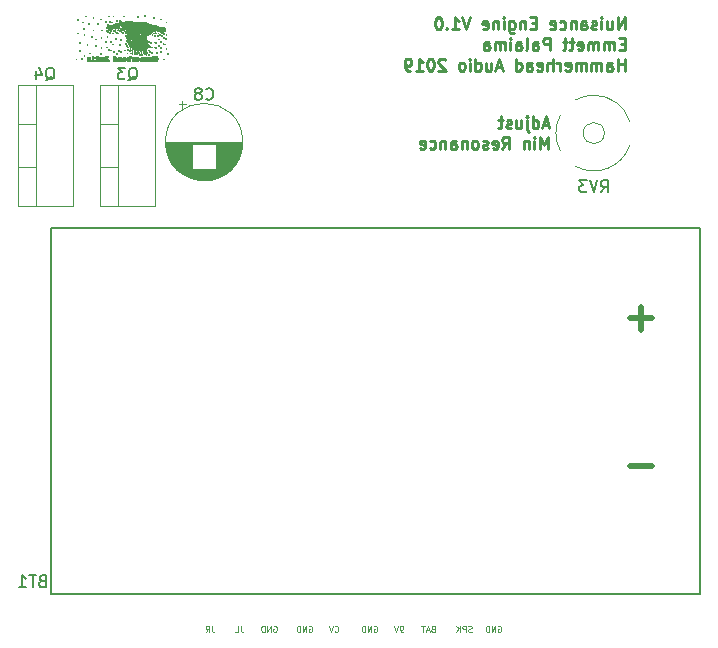
<source format=gbr>
G04 #@! TF.GenerationSoftware,KiCad,Pcbnew,(5.1.2-1)-1*
G04 #@! TF.CreationDate,2019-08-29T00:18:43-06:00*
G04 #@! TF.ProjectId,NuisanceEngine,4e756973-616e-4636-9545-6e67696e652e,rev?*
G04 #@! TF.SameCoordinates,Original*
G04 #@! TF.FileFunction,Legend,Bot*
G04 #@! TF.FilePolarity,Positive*
%FSLAX46Y46*%
G04 Gerber Fmt 4.6, Leading zero omitted, Abs format (unit mm)*
G04 Created by KiCad (PCBNEW (5.1.2-1)-1) date 2019-08-29 00:18:43*
%MOMM*%
%LPD*%
G04 APERTURE LIST*
%ADD10C,0.250000*%
%ADD11C,0.125000*%
%ADD12C,0.120000*%
%ADD13C,0.150000*%
%ADD14C,0.010000*%
%ADD15C,0.500000*%
G04 APERTURE END LIST*
D10*
X96647023Y-56791666D02*
X96170833Y-56791666D01*
X96742261Y-57077380D02*
X96408928Y-56077380D01*
X96075595Y-57077380D01*
X95313690Y-57077380D02*
X95313690Y-56077380D01*
X95313690Y-57029761D02*
X95408928Y-57077380D01*
X95599404Y-57077380D01*
X95694642Y-57029761D01*
X95742261Y-56982142D01*
X95789880Y-56886904D01*
X95789880Y-56601190D01*
X95742261Y-56505952D01*
X95694642Y-56458333D01*
X95599404Y-56410714D01*
X95408928Y-56410714D01*
X95313690Y-56458333D01*
X94837500Y-56410714D02*
X94837500Y-57267857D01*
X94885119Y-57363095D01*
X94980357Y-57410714D01*
X95027976Y-57410714D01*
X94837500Y-56077380D02*
X94885119Y-56125000D01*
X94837500Y-56172619D01*
X94789880Y-56125000D01*
X94837500Y-56077380D01*
X94837500Y-56172619D01*
X93932738Y-56410714D02*
X93932738Y-57077380D01*
X94361309Y-56410714D02*
X94361309Y-56934523D01*
X94313690Y-57029761D01*
X94218452Y-57077380D01*
X94075595Y-57077380D01*
X93980357Y-57029761D01*
X93932738Y-56982142D01*
X93504166Y-57029761D02*
X93408928Y-57077380D01*
X93218452Y-57077380D01*
X93123214Y-57029761D01*
X93075595Y-56934523D01*
X93075595Y-56886904D01*
X93123214Y-56791666D01*
X93218452Y-56744047D01*
X93361309Y-56744047D01*
X93456547Y-56696428D01*
X93504166Y-56601190D01*
X93504166Y-56553571D01*
X93456547Y-56458333D01*
X93361309Y-56410714D01*
X93218452Y-56410714D01*
X93123214Y-56458333D01*
X92789880Y-56410714D02*
X92408928Y-56410714D01*
X92647023Y-56077380D02*
X92647023Y-56934523D01*
X92599404Y-57029761D01*
X92504166Y-57077380D01*
X92408928Y-57077380D01*
X96599404Y-58827380D02*
X96599404Y-57827380D01*
X96266071Y-58541666D01*
X95932738Y-57827380D01*
X95932738Y-58827380D01*
X95456547Y-58827380D02*
X95456547Y-58160714D01*
X95456547Y-57827380D02*
X95504166Y-57875000D01*
X95456547Y-57922619D01*
X95408928Y-57875000D01*
X95456547Y-57827380D01*
X95456547Y-57922619D01*
X94980357Y-58160714D02*
X94980357Y-58827380D01*
X94980357Y-58255952D02*
X94932738Y-58208333D01*
X94837500Y-58160714D01*
X94694642Y-58160714D01*
X94599404Y-58208333D01*
X94551785Y-58303571D01*
X94551785Y-58827380D01*
X92742261Y-58827380D02*
X93075595Y-58351190D01*
X93313690Y-58827380D02*
X93313690Y-57827380D01*
X92932738Y-57827380D01*
X92837500Y-57875000D01*
X92789880Y-57922619D01*
X92742261Y-58017857D01*
X92742261Y-58160714D01*
X92789880Y-58255952D01*
X92837500Y-58303571D01*
X92932738Y-58351190D01*
X93313690Y-58351190D01*
X91932738Y-58779761D02*
X92027976Y-58827380D01*
X92218452Y-58827380D01*
X92313690Y-58779761D01*
X92361309Y-58684523D01*
X92361309Y-58303571D01*
X92313690Y-58208333D01*
X92218452Y-58160714D01*
X92027976Y-58160714D01*
X91932738Y-58208333D01*
X91885119Y-58303571D01*
X91885119Y-58398809D01*
X92361309Y-58494047D01*
X91504166Y-58779761D02*
X91408928Y-58827380D01*
X91218452Y-58827380D01*
X91123214Y-58779761D01*
X91075595Y-58684523D01*
X91075595Y-58636904D01*
X91123214Y-58541666D01*
X91218452Y-58494047D01*
X91361309Y-58494047D01*
X91456547Y-58446428D01*
X91504166Y-58351190D01*
X91504166Y-58303571D01*
X91456547Y-58208333D01*
X91361309Y-58160714D01*
X91218452Y-58160714D01*
X91123214Y-58208333D01*
X90504166Y-58827380D02*
X90599404Y-58779761D01*
X90647023Y-58732142D01*
X90694642Y-58636904D01*
X90694642Y-58351190D01*
X90647023Y-58255952D01*
X90599404Y-58208333D01*
X90504166Y-58160714D01*
X90361309Y-58160714D01*
X90266071Y-58208333D01*
X90218452Y-58255952D01*
X90170833Y-58351190D01*
X90170833Y-58636904D01*
X90218452Y-58732142D01*
X90266071Y-58779761D01*
X90361309Y-58827380D01*
X90504166Y-58827380D01*
X89742261Y-58160714D02*
X89742261Y-58827380D01*
X89742261Y-58255952D02*
X89694642Y-58208333D01*
X89599404Y-58160714D01*
X89456547Y-58160714D01*
X89361309Y-58208333D01*
X89313690Y-58303571D01*
X89313690Y-58827380D01*
X88408928Y-58827380D02*
X88408928Y-58303571D01*
X88456547Y-58208333D01*
X88551785Y-58160714D01*
X88742261Y-58160714D01*
X88837500Y-58208333D01*
X88408928Y-58779761D02*
X88504166Y-58827380D01*
X88742261Y-58827380D01*
X88837500Y-58779761D01*
X88885119Y-58684523D01*
X88885119Y-58589285D01*
X88837500Y-58494047D01*
X88742261Y-58446428D01*
X88504166Y-58446428D01*
X88408928Y-58398809D01*
X87932738Y-58160714D02*
X87932738Y-58827380D01*
X87932738Y-58255952D02*
X87885119Y-58208333D01*
X87789880Y-58160714D01*
X87647023Y-58160714D01*
X87551785Y-58208333D01*
X87504166Y-58303571D01*
X87504166Y-58827380D01*
X86599404Y-58779761D02*
X86694642Y-58827380D01*
X86885119Y-58827380D01*
X86980357Y-58779761D01*
X87027976Y-58732142D01*
X87075595Y-58636904D01*
X87075595Y-58351190D01*
X87027976Y-58255952D01*
X86980357Y-58208333D01*
X86885119Y-58160714D01*
X86694642Y-58160714D01*
X86599404Y-58208333D01*
X85789880Y-58779761D02*
X85885119Y-58827380D01*
X86075595Y-58827380D01*
X86170833Y-58779761D01*
X86218452Y-58684523D01*
X86218452Y-58303571D01*
X86170833Y-58208333D01*
X86075595Y-58160714D01*
X85885119Y-58160714D01*
X85789880Y-58208333D01*
X85742261Y-58303571D01*
X85742261Y-58398809D01*
X86218452Y-58494047D01*
D11*
X81880952Y-99250000D02*
X81928571Y-99226190D01*
X82000000Y-99226190D01*
X82071428Y-99250000D01*
X82119047Y-99297619D01*
X82142857Y-99345238D01*
X82166666Y-99440476D01*
X82166666Y-99511904D01*
X82142857Y-99607142D01*
X82119047Y-99654761D01*
X82071428Y-99702380D01*
X82000000Y-99726190D01*
X81952380Y-99726190D01*
X81880952Y-99702380D01*
X81857142Y-99678571D01*
X81857142Y-99511904D01*
X81952380Y-99511904D01*
X81642857Y-99726190D02*
X81642857Y-99226190D01*
X81357142Y-99726190D01*
X81357142Y-99226190D01*
X81119047Y-99726190D02*
X81119047Y-99226190D01*
X81000000Y-99226190D01*
X80928571Y-99250000D01*
X80880952Y-99297619D01*
X80857142Y-99345238D01*
X80833333Y-99440476D01*
X80833333Y-99511904D01*
X80857142Y-99607142D01*
X80880952Y-99654761D01*
X80928571Y-99702380D01*
X81000000Y-99726190D01*
X81119047Y-99726190D01*
X92380952Y-99250000D02*
X92428571Y-99226190D01*
X92500000Y-99226190D01*
X92571428Y-99250000D01*
X92619047Y-99297619D01*
X92642857Y-99345238D01*
X92666666Y-99440476D01*
X92666666Y-99511904D01*
X92642857Y-99607142D01*
X92619047Y-99654761D01*
X92571428Y-99702380D01*
X92500000Y-99726190D01*
X92452380Y-99726190D01*
X92380952Y-99702380D01*
X92357142Y-99678571D01*
X92357142Y-99511904D01*
X92452380Y-99511904D01*
X92142857Y-99726190D02*
X92142857Y-99226190D01*
X91857142Y-99726190D01*
X91857142Y-99226190D01*
X91619047Y-99726190D02*
X91619047Y-99226190D01*
X91500000Y-99226190D01*
X91428571Y-99250000D01*
X91380952Y-99297619D01*
X91357142Y-99345238D01*
X91333333Y-99440476D01*
X91333333Y-99511904D01*
X91357142Y-99607142D01*
X91380952Y-99654761D01*
X91428571Y-99702380D01*
X91500000Y-99726190D01*
X91619047Y-99726190D01*
X84309523Y-99726190D02*
X84214285Y-99726190D01*
X84166666Y-99702380D01*
X84142857Y-99678571D01*
X84095238Y-99607142D01*
X84071428Y-99511904D01*
X84071428Y-99321428D01*
X84095238Y-99273809D01*
X84119047Y-99250000D01*
X84166666Y-99226190D01*
X84261904Y-99226190D01*
X84309523Y-99250000D01*
X84333333Y-99273809D01*
X84357142Y-99321428D01*
X84357142Y-99440476D01*
X84333333Y-99488095D01*
X84309523Y-99511904D01*
X84261904Y-99535714D01*
X84166666Y-99535714D01*
X84119047Y-99511904D01*
X84095238Y-99488095D01*
X84071428Y-99440476D01*
X83928571Y-99226190D02*
X83761904Y-99726190D01*
X83595238Y-99226190D01*
X73380952Y-99250000D02*
X73428571Y-99226190D01*
X73500000Y-99226190D01*
X73571428Y-99250000D01*
X73619047Y-99297619D01*
X73642857Y-99345238D01*
X73666666Y-99440476D01*
X73666666Y-99511904D01*
X73642857Y-99607142D01*
X73619047Y-99654761D01*
X73571428Y-99702380D01*
X73500000Y-99726190D01*
X73452380Y-99726190D01*
X73380952Y-99702380D01*
X73357142Y-99678571D01*
X73357142Y-99511904D01*
X73452380Y-99511904D01*
X73142857Y-99726190D02*
X73142857Y-99226190D01*
X72857142Y-99726190D01*
X72857142Y-99226190D01*
X72619047Y-99726190D02*
X72619047Y-99226190D01*
X72500000Y-99226190D01*
X72428571Y-99250000D01*
X72380952Y-99297619D01*
X72357142Y-99345238D01*
X72333333Y-99440476D01*
X72333333Y-99511904D01*
X72357142Y-99607142D01*
X72380952Y-99654761D01*
X72428571Y-99702380D01*
X72500000Y-99726190D01*
X72619047Y-99726190D01*
X68178571Y-99226190D02*
X68178571Y-99583333D01*
X68202380Y-99654761D01*
X68250000Y-99702380D01*
X68321428Y-99726190D01*
X68369047Y-99726190D01*
X67654761Y-99726190D02*
X67821428Y-99488095D01*
X67940476Y-99726190D02*
X67940476Y-99226190D01*
X67750000Y-99226190D01*
X67702380Y-99250000D01*
X67678571Y-99273809D01*
X67654761Y-99321428D01*
X67654761Y-99392857D01*
X67678571Y-99440476D01*
X67702380Y-99464285D01*
X67750000Y-99488095D01*
X67940476Y-99488095D01*
X78559523Y-99678571D02*
X78583333Y-99702380D01*
X78654761Y-99726190D01*
X78702380Y-99726190D01*
X78773809Y-99702380D01*
X78821428Y-99654761D01*
X78845238Y-99607142D01*
X78869047Y-99511904D01*
X78869047Y-99440476D01*
X78845238Y-99345238D01*
X78821428Y-99297619D01*
X78773809Y-99250000D01*
X78702380Y-99226190D01*
X78654761Y-99226190D01*
X78583333Y-99250000D01*
X78559523Y-99273809D01*
X78416666Y-99226190D02*
X78250000Y-99726190D01*
X78083333Y-99226190D01*
X70630952Y-99226190D02*
X70630952Y-99583333D01*
X70654761Y-99654761D01*
X70702380Y-99702380D01*
X70773809Y-99726190D01*
X70821428Y-99726190D01*
X70154761Y-99726190D02*
X70392857Y-99726190D01*
X70392857Y-99226190D01*
X86869047Y-99464285D02*
X86797619Y-99488095D01*
X86773809Y-99511904D01*
X86750000Y-99559523D01*
X86750000Y-99630952D01*
X86773809Y-99678571D01*
X86797619Y-99702380D01*
X86845238Y-99726190D01*
X87035714Y-99726190D01*
X87035714Y-99226190D01*
X86869047Y-99226190D01*
X86821428Y-99250000D01*
X86797619Y-99273809D01*
X86773809Y-99321428D01*
X86773809Y-99369047D01*
X86797619Y-99416666D01*
X86821428Y-99440476D01*
X86869047Y-99464285D01*
X87035714Y-99464285D01*
X86559523Y-99583333D02*
X86321428Y-99583333D01*
X86607142Y-99726190D02*
X86440476Y-99226190D01*
X86273809Y-99726190D01*
X86178571Y-99226190D02*
X85892857Y-99226190D01*
X86035714Y-99726190D02*
X86035714Y-99226190D01*
X90142857Y-99702380D02*
X90071428Y-99726190D01*
X89952380Y-99726190D01*
X89904761Y-99702380D01*
X89880952Y-99678571D01*
X89857142Y-99630952D01*
X89857142Y-99583333D01*
X89880952Y-99535714D01*
X89904761Y-99511904D01*
X89952380Y-99488095D01*
X90047619Y-99464285D01*
X90095238Y-99440476D01*
X90119047Y-99416666D01*
X90142857Y-99369047D01*
X90142857Y-99321428D01*
X90119047Y-99273809D01*
X90095238Y-99250000D01*
X90047619Y-99226190D01*
X89928571Y-99226190D01*
X89857142Y-99250000D01*
X89642857Y-99726190D02*
X89642857Y-99226190D01*
X89452380Y-99226190D01*
X89404761Y-99250000D01*
X89380952Y-99273809D01*
X89357142Y-99321428D01*
X89357142Y-99392857D01*
X89380952Y-99440476D01*
X89404761Y-99464285D01*
X89452380Y-99488095D01*
X89642857Y-99488095D01*
X89142857Y-99726190D02*
X89142857Y-99226190D01*
X88857142Y-99726190D02*
X89071428Y-99440476D01*
X88857142Y-99226190D02*
X89142857Y-99511904D01*
X76380952Y-99250000D02*
X76428571Y-99226190D01*
X76500000Y-99226190D01*
X76571428Y-99250000D01*
X76619047Y-99297619D01*
X76642857Y-99345238D01*
X76666666Y-99440476D01*
X76666666Y-99511904D01*
X76642857Y-99607142D01*
X76619047Y-99654761D01*
X76571428Y-99702380D01*
X76500000Y-99726190D01*
X76452380Y-99726190D01*
X76380952Y-99702380D01*
X76357142Y-99678571D01*
X76357142Y-99511904D01*
X76452380Y-99511904D01*
X76142857Y-99726190D02*
X76142857Y-99226190D01*
X75857142Y-99726190D01*
X75857142Y-99226190D01*
X75619047Y-99726190D02*
X75619047Y-99226190D01*
X75500000Y-99226190D01*
X75428571Y-99250000D01*
X75380952Y-99297619D01*
X75357142Y-99345238D01*
X75333333Y-99440476D01*
X75333333Y-99511904D01*
X75357142Y-99607142D01*
X75380952Y-99654761D01*
X75428571Y-99702380D01*
X75500000Y-99726190D01*
X75619047Y-99726190D01*
D10*
X103099404Y-48702380D02*
X103099404Y-47702380D01*
X102527976Y-48702380D01*
X102527976Y-47702380D01*
X101623214Y-48035714D02*
X101623214Y-48702380D01*
X102051785Y-48035714D02*
X102051785Y-48559523D01*
X102004166Y-48654761D01*
X101908928Y-48702380D01*
X101766071Y-48702380D01*
X101670833Y-48654761D01*
X101623214Y-48607142D01*
X101147023Y-48702380D02*
X101147023Y-48035714D01*
X101147023Y-47702380D02*
X101194642Y-47750000D01*
X101147023Y-47797619D01*
X101099404Y-47750000D01*
X101147023Y-47702380D01*
X101147023Y-47797619D01*
X100718452Y-48654761D02*
X100623214Y-48702380D01*
X100432738Y-48702380D01*
X100337500Y-48654761D01*
X100289880Y-48559523D01*
X100289880Y-48511904D01*
X100337500Y-48416666D01*
X100432738Y-48369047D01*
X100575595Y-48369047D01*
X100670833Y-48321428D01*
X100718452Y-48226190D01*
X100718452Y-48178571D01*
X100670833Y-48083333D01*
X100575595Y-48035714D01*
X100432738Y-48035714D01*
X100337500Y-48083333D01*
X99432738Y-48702380D02*
X99432738Y-48178571D01*
X99480357Y-48083333D01*
X99575595Y-48035714D01*
X99766071Y-48035714D01*
X99861309Y-48083333D01*
X99432738Y-48654761D02*
X99527976Y-48702380D01*
X99766071Y-48702380D01*
X99861309Y-48654761D01*
X99908928Y-48559523D01*
X99908928Y-48464285D01*
X99861309Y-48369047D01*
X99766071Y-48321428D01*
X99527976Y-48321428D01*
X99432738Y-48273809D01*
X98956547Y-48035714D02*
X98956547Y-48702380D01*
X98956547Y-48130952D02*
X98908928Y-48083333D01*
X98813690Y-48035714D01*
X98670833Y-48035714D01*
X98575595Y-48083333D01*
X98527976Y-48178571D01*
X98527976Y-48702380D01*
X97623214Y-48654761D02*
X97718452Y-48702380D01*
X97908928Y-48702380D01*
X98004166Y-48654761D01*
X98051785Y-48607142D01*
X98099404Y-48511904D01*
X98099404Y-48226190D01*
X98051785Y-48130952D01*
X98004166Y-48083333D01*
X97908928Y-48035714D01*
X97718452Y-48035714D01*
X97623214Y-48083333D01*
X96813690Y-48654761D02*
X96908928Y-48702380D01*
X97099404Y-48702380D01*
X97194642Y-48654761D01*
X97242261Y-48559523D01*
X97242261Y-48178571D01*
X97194642Y-48083333D01*
X97099404Y-48035714D01*
X96908928Y-48035714D01*
X96813690Y-48083333D01*
X96766071Y-48178571D01*
X96766071Y-48273809D01*
X97242261Y-48369047D01*
X95575595Y-48178571D02*
X95242261Y-48178571D01*
X95099404Y-48702380D02*
X95575595Y-48702380D01*
X95575595Y-47702380D01*
X95099404Y-47702380D01*
X94670833Y-48035714D02*
X94670833Y-48702380D01*
X94670833Y-48130952D02*
X94623214Y-48083333D01*
X94527976Y-48035714D01*
X94385119Y-48035714D01*
X94289880Y-48083333D01*
X94242261Y-48178571D01*
X94242261Y-48702380D01*
X93337500Y-48035714D02*
X93337500Y-48845238D01*
X93385119Y-48940476D01*
X93432738Y-48988095D01*
X93527976Y-49035714D01*
X93670833Y-49035714D01*
X93766071Y-48988095D01*
X93337500Y-48654761D02*
X93432738Y-48702380D01*
X93623214Y-48702380D01*
X93718452Y-48654761D01*
X93766071Y-48607142D01*
X93813690Y-48511904D01*
X93813690Y-48226190D01*
X93766071Y-48130952D01*
X93718452Y-48083333D01*
X93623214Y-48035714D01*
X93432738Y-48035714D01*
X93337500Y-48083333D01*
X92861309Y-48702380D02*
X92861309Y-48035714D01*
X92861309Y-47702380D02*
X92908928Y-47750000D01*
X92861309Y-47797619D01*
X92813690Y-47750000D01*
X92861309Y-47702380D01*
X92861309Y-47797619D01*
X92385119Y-48035714D02*
X92385119Y-48702380D01*
X92385119Y-48130952D02*
X92337500Y-48083333D01*
X92242261Y-48035714D01*
X92099404Y-48035714D01*
X92004166Y-48083333D01*
X91956547Y-48178571D01*
X91956547Y-48702380D01*
X91099404Y-48654761D02*
X91194642Y-48702380D01*
X91385119Y-48702380D01*
X91480357Y-48654761D01*
X91527976Y-48559523D01*
X91527976Y-48178571D01*
X91480357Y-48083333D01*
X91385119Y-48035714D01*
X91194642Y-48035714D01*
X91099404Y-48083333D01*
X91051785Y-48178571D01*
X91051785Y-48273809D01*
X91527976Y-48369047D01*
X90004166Y-47702380D02*
X89670833Y-48702380D01*
X89337500Y-47702380D01*
X88480357Y-48702380D02*
X89051785Y-48702380D01*
X88766071Y-48702380D02*
X88766071Y-47702380D01*
X88861309Y-47845238D01*
X88956547Y-47940476D01*
X89051785Y-47988095D01*
X88051785Y-48607142D02*
X88004166Y-48654761D01*
X88051785Y-48702380D01*
X88099404Y-48654761D01*
X88051785Y-48607142D01*
X88051785Y-48702380D01*
X87385119Y-47702380D02*
X87289880Y-47702380D01*
X87194642Y-47750000D01*
X87147023Y-47797619D01*
X87099404Y-47892857D01*
X87051785Y-48083333D01*
X87051785Y-48321428D01*
X87099404Y-48511904D01*
X87147023Y-48607142D01*
X87194642Y-48654761D01*
X87289880Y-48702380D01*
X87385119Y-48702380D01*
X87480357Y-48654761D01*
X87527976Y-48607142D01*
X87575595Y-48511904D01*
X87623214Y-48321428D01*
X87623214Y-48083333D01*
X87575595Y-47892857D01*
X87527976Y-47797619D01*
X87480357Y-47750000D01*
X87385119Y-47702380D01*
X103099404Y-49928571D02*
X102766071Y-49928571D01*
X102623214Y-50452380D02*
X103099404Y-50452380D01*
X103099404Y-49452380D01*
X102623214Y-49452380D01*
X102194642Y-50452380D02*
X102194642Y-49785714D01*
X102194642Y-49880952D02*
X102147023Y-49833333D01*
X102051785Y-49785714D01*
X101908928Y-49785714D01*
X101813690Y-49833333D01*
X101766071Y-49928571D01*
X101766071Y-50452380D01*
X101766071Y-49928571D02*
X101718452Y-49833333D01*
X101623214Y-49785714D01*
X101480357Y-49785714D01*
X101385119Y-49833333D01*
X101337500Y-49928571D01*
X101337500Y-50452380D01*
X100861309Y-50452380D02*
X100861309Y-49785714D01*
X100861309Y-49880952D02*
X100813690Y-49833333D01*
X100718452Y-49785714D01*
X100575595Y-49785714D01*
X100480357Y-49833333D01*
X100432738Y-49928571D01*
X100432738Y-50452380D01*
X100432738Y-49928571D02*
X100385119Y-49833333D01*
X100289880Y-49785714D01*
X100147023Y-49785714D01*
X100051785Y-49833333D01*
X100004166Y-49928571D01*
X100004166Y-50452380D01*
X99147023Y-50404761D02*
X99242261Y-50452380D01*
X99432738Y-50452380D01*
X99527976Y-50404761D01*
X99575595Y-50309523D01*
X99575595Y-49928571D01*
X99527976Y-49833333D01*
X99432738Y-49785714D01*
X99242261Y-49785714D01*
X99147023Y-49833333D01*
X99099404Y-49928571D01*
X99099404Y-50023809D01*
X99575595Y-50119047D01*
X98813690Y-49785714D02*
X98432738Y-49785714D01*
X98670833Y-49452380D02*
X98670833Y-50309523D01*
X98623214Y-50404761D01*
X98527976Y-50452380D01*
X98432738Y-50452380D01*
X98242261Y-49785714D02*
X97861309Y-49785714D01*
X98099404Y-49452380D02*
X98099404Y-50309523D01*
X98051785Y-50404761D01*
X97956547Y-50452380D01*
X97861309Y-50452380D01*
X96766071Y-50452380D02*
X96766071Y-49452380D01*
X96385119Y-49452380D01*
X96289880Y-49500000D01*
X96242261Y-49547619D01*
X96194642Y-49642857D01*
X96194642Y-49785714D01*
X96242261Y-49880952D01*
X96289880Y-49928571D01*
X96385119Y-49976190D01*
X96766071Y-49976190D01*
X95337500Y-50452380D02*
X95337500Y-49928571D01*
X95385119Y-49833333D01*
X95480357Y-49785714D01*
X95670833Y-49785714D01*
X95766071Y-49833333D01*
X95337500Y-50404761D02*
X95432738Y-50452380D01*
X95670833Y-50452380D01*
X95766071Y-50404761D01*
X95813690Y-50309523D01*
X95813690Y-50214285D01*
X95766071Y-50119047D01*
X95670833Y-50071428D01*
X95432738Y-50071428D01*
X95337500Y-50023809D01*
X94718452Y-50452380D02*
X94813690Y-50404761D01*
X94861309Y-50309523D01*
X94861309Y-49452380D01*
X93908928Y-50452380D02*
X93908928Y-49928571D01*
X93956547Y-49833333D01*
X94051785Y-49785714D01*
X94242261Y-49785714D01*
X94337500Y-49833333D01*
X93908928Y-50404761D02*
X94004166Y-50452380D01*
X94242261Y-50452380D01*
X94337500Y-50404761D01*
X94385119Y-50309523D01*
X94385119Y-50214285D01*
X94337500Y-50119047D01*
X94242261Y-50071428D01*
X94004166Y-50071428D01*
X93908928Y-50023809D01*
X93432738Y-50452380D02*
X93432738Y-49785714D01*
X93432738Y-49452380D02*
X93480357Y-49500000D01*
X93432738Y-49547619D01*
X93385119Y-49500000D01*
X93432738Y-49452380D01*
X93432738Y-49547619D01*
X92956547Y-50452380D02*
X92956547Y-49785714D01*
X92956547Y-49880952D02*
X92908928Y-49833333D01*
X92813690Y-49785714D01*
X92670833Y-49785714D01*
X92575595Y-49833333D01*
X92527976Y-49928571D01*
X92527976Y-50452380D01*
X92527976Y-49928571D02*
X92480357Y-49833333D01*
X92385119Y-49785714D01*
X92242261Y-49785714D01*
X92147023Y-49833333D01*
X92099404Y-49928571D01*
X92099404Y-50452380D01*
X91194642Y-50452380D02*
X91194642Y-49928571D01*
X91242261Y-49833333D01*
X91337500Y-49785714D01*
X91527976Y-49785714D01*
X91623214Y-49833333D01*
X91194642Y-50404761D02*
X91289880Y-50452380D01*
X91527976Y-50452380D01*
X91623214Y-50404761D01*
X91670833Y-50309523D01*
X91670833Y-50214285D01*
X91623214Y-50119047D01*
X91527976Y-50071428D01*
X91289880Y-50071428D01*
X91194642Y-50023809D01*
X103099404Y-52202380D02*
X103099404Y-51202380D01*
X103099404Y-51678571D02*
X102527976Y-51678571D01*
X102527976Y-52202380D02*
X102527976Y-51202380D01*
X101623214Y-52202380D02*
X101623214Y-51678571D01*
X101670833Y-51583333D01*
X101766071Y-51535714D01*
X101956547Y-51535714D01*
X102051785Y-51583333D01*
X101623214Y-52154761D02*
X101718452Y-52202380D01*
X101956547Y-52202380D01*
X102051785Y-52154761D01*
X102099404Y-52059523D01*
X102099404Y-51964285D01*
X102051785Y-51869047D01*
X101956547Y-51821428D01*
X101718452Y-51821428D01*
X101623214Y-51773809D01*
X101147023Y-52202380D02*
X101147023Y-51535714D01*
X101147023Y-51630952D02*
X101099404Y-51583333D01*
X101004166Y-51535714D01*
X100861309Y-51535714D01*
X100766071Y-51583333D01*
X100718452Y-51678571D01*
X100718452Y-52202380D01*
X100718452Y-51678571D02*
X100670833Y-51583333D01*
X100575595Y-51535714D01*
X100432738Y-51535714D01*
X100337500Y-51583333D01*
X100289880Y-51678571D01*
X100289880Y-52202380D01*
X99813690Y-52202380D02*
X99813690Y-51535714D01*
X99813690Y-51630952D02*
X99766071Y-51583333D01*
X99670833Y-51535714D01*
X99527976Y-51535714D01*
X99432738Y-51583333D01*
X99385119Y-51678571D01*
X99385119Y-52202380D01*
X99385119Y-51678571D02*
X99337500Y-51583333D01*
X99242261Y-51535714D01*
X99099404Y-51535714D01*
X99004166Y-51583333D01*
X98956547Y-51678571D01*
X98956547Y-52202380D01*
X98099404Y-52154761D02*
X98194642Y-52202380D01*
X98385119Y-52202380D01*
X98480357Y-52154761D01*
X98527976Y-52059523D01*
X98527976Y-51678571D01*
X98480357Y-51583333D01*
X98385119Y-51535714D01*
X98194642Y-51535714D01*
X98099404Y-51583333D01*
X98051785Y-51678571D01*
X98051785Y-51773809D01*
X98527976Y-51869047D01*
X97623214Y-52202380D02*
X97623214Y-51535714D01*
X97623214Y-51726190D02*
X97575595Y-51630952D01*
X97527976Y-51583333D01*
X97432738Y-51535714D01*
X97337500Y-51535714D01*
X97004166Y-52202380D02*
X97004166Y-51202380D01*
X96575595Y-52202380D02*
X96575595Y-51678571D01*
X96623214Y-51583333D01*
X96718452Y-51535714D01*
X96861309Y-51535714D01*
X96956547Y-51583333D01*
X97004166Y-51630952D01*
X95718452Y-52154761D02*
X95813690Y-52202380D01*
X96004166Y-52202380D01*
X96099404Y-52154761D01*
X96147023Y-52059523D01*
X96147023Y-51678571D01*
X96099404Y-51583333D01*
X96004166Y-51535714D01*
X95813690Y-51535714D01*
X95718452Y-51583333D01*
X95670833Y-51678571D01*
X95670833Y-51773809D01*
X96147023Y-51869047D01*
X94813690Y-52202380D02*
X94813690Y-51678571D01*
X94861309Y-51583333D01*
X94956547Y-51535714D01*
X95147023Y-51535714D01*
X95242261Y-51583333D01*
X94813690Y-52154761D02*
X94908928Y-52202380D01*
X95147023Y-52202380D01*
X95242261Y-52154761D01*
X95289880Y-52059523D01*
X95289880Y-51964285D01*
X95242261Y-51869047D01*
X95147023Y-51821428D01*
X94908928Y-51821428D01*
X94813690Y-51773809D01*
X93908928Y-52202380D02*
X93908928Y-51202380D01*
X93908928Y-52154761D02*
X94004166Y-52202380D01*
X94194642Y-52202380D01*
X94289880Y-52154761D01*
X94337500Y-52107142D01*
X94385119Y-52011904D01*
X94385119Y-51726190D01*
X94337500Y-51630952D01*
X94289880Y-51583333D01*
X94194642Y-51535714D01*
X94004166Y-51535714D01*
X93908928Y-51583333D01*
X92718452Y-51916666D02*
X92242261Y-51916666D01*
X92813690Y-52202380D02*
X92480357Y-51202380D01*
X92147023Y-52202380D01*
X91385119Y-51535714D02*
X91385119Y-52202380D01*
X91813690Y-51535714D02*
X91813690Y-52059523D01*
X91766071Y-52154761D01*
X91670833Y-52202380D01*
X91527976Y-52202380D01*
X91432738Y-52154761D01*
X91385119Y-52107142D01*
X90480357Y-52202380D02*
X90480357Y-51202380D01*
X90480357Y-52154761D02*
X90575595Y-52202380D01*
X90766071Y-52202380D01*
X90861309Y-52154761D01*
X90908928Y-52107142D01*
X90956547Y-52011904D01*
X90956547Y-51726190D01*
X90908928Y-51630952D01*
X90861309Y-51583333D01*
X90766071Y-51535714D01*
X90575595Y-51535714D01*
X90480357Y-51583333D01*
X90004166Y-52202380D02*
X90004166Y-51535714D01*
X90004166Y-51202380D02*
X90051785Y-51250000D01*
X90004166Y-51297619D01*
X89956547Y-51250000D01*
X90004166Y-51202380D01*
X90004166Y-51297619D01*
X89385119Y-52202380D02*
X89480357Y-52154761D01*
X89527976Y-52107142D01*
X89575595Y-52011904D01*
X89575595Y-51726190D01*
X89527976Y-51630952D01*
X89480357Y-51583333D01*
X89385119Y-51535714D01*
X89242261Y-51535714D01*
X89147023Y-51583333D01*
X89099404Y-51630952D01*
X89051785Y-51726190D01*
X89051785Y-52011904D01*
X89099404Y-52107142D01*
X89147023Y-52154761D01*
X89242261Y-52202380D01*
X89385119Y-52202380D01*
X87908928Y-51297619D02*
X87861309Y-51250000D01*
X87766071Y-51202380D01*
X87527976Y-51202380D01*
X87432738Y-51250000D01*
X87385119Y-51297619D01*
X87337500Y-51392857D01*
X87337500Y-51488095D01*
X87385119Y-51630952D01*
X87956547Y-52202380D01*
X87337500Y-52202380D01*
X86718452Y-51202380D02*
X86623214Y-51202380D01*
X86527976Y-51250000D01*
X86480357Y-51297619D01*
X86432738Y-51392857D01*
X86385119Y-51583333D01*
X86385119Y-51821428D01*
X86432738Y-52011904D01*
X86480357Y-52107142D01*
X86527976Y-52154761D01*
X86623214Y-52202380D01*
X86718452Y-52202380D01*
X86813690Y-52154761D01*
X86861309Y-52107142D01*
X86908928Y-52011904D01*
X86956547Y-51821428D01*
X86956547Y-51583333D01*
X86908928Y-51392857D01*
X86861309Y-51297619D01*
X86813690Y-51250000D01*
X86718452Y-51202380D01*
X85432738Y-52202380D02*
X86004166Y-52202380D01*
X85718452Y-52202380D02*
X85718452Y-51202380D01*
X85813690Y-51345238D01*
X85908928Y-51440476D01*
X86004166Y-51488095D01*
X84956547Y-52202380D02*
X84766071Y-52202380D01*
X84670833Y-52154761D01*
X84623214Y-52107142D01*
X84527976Y-51964285D01*
X84480357Y-51773809D01*
X84480357Y-51392857D01*
X84527976Y-51297619D01*
X84575595Y-51250000D01*
X84670833Y-51202380D01*
X84861309Y-51202380D01*
X84956547Y-51250000D01*
X85004166Y-51297619D01*
X85051785Y-51392857D01*
X85051785Y-51630952D01*
X85004166Y-51726190D01*
X84956547Y-51773809D01*
X84861309Y-51821428D01*
X84670833Y-51821428D01*
X84575595Y-51773809D01*
X84527976Y-51726190D01*
X84480357Y-51630952D01*
D12*
X51730000Y-60391000D02*
X53240000Y-60391000D01*
X51730000Y-56690000D02*
X53240000Y-56690000D01*
X53240000Y-53420000D02*
X53240000Y-63660000D01*
X51730000Y-63660000D02*
X56371000Y-63660000D01*
X51730000Y-53420000D02*
X56371000Y-53420000D01*
X56371000Y-53420000D02*
X56371000Y-63660000D01*
X51730000Y-53420000D02*
X51730000Y-63660000D01*
X58730000Y-60391000D02*
X60240000Y-60391000D01*
X58730000Y-56690000D02*
X60240000Y-56690000D01*
X60240000Y-53420000D02*
X60240000Y-63660000D01*
X58730000Y-63660000D02*
X63371000Y-63660000D01*
X58730000Y-53420000D02*
X63371000Y-53420000D01*
X63371000Y-53420000D02*
X63371000Y-63660000D01*
X58730000Y-53420000D02*
X58730000Y-63660000D01*
D13*
X109500000Y-96500000D02*
X82000000Y-96500000D01*
X109500000Y-65500000D02*
X109500000Y-96500000D01*
X54500000Y-65500000D02*
X109500000Y-65500000D01*
X54500000Y-96500000D02*
X54500000Y-65500000D01*
X82000000Y-96500000D02*
X54500000Y-96500000D01*
D12*
X103552891Y-56508055D02*
G75*
G03X100500000Y-54290000I-3052891J-991945D01*
G01*
X98944667Y-60307816D02*
G75*
G03X103553000Y-58491000I1555333J2807816D01*
G01*
X97665329Y-55992382D02*
G75*
G03X97665000Y-59007000I2834671J-1507618D01*
G01*
X100556464Y-54290201D02*
G75*
G03X98944000Y-54692000I-56464J-3209799D01*
G01*
X101400000Y-57500000D02*
G75*
G03X101400000Y-57500000I-900000J0D01*
G01*
X70770000Y-58250000D02*
G75*
G03X70770000Y-58250000I-3270000J0D01*
G01*
X64270000Y-58250000D02*
X70730000Y-58250000D01*
X64270000Y-58290000D02*
X70730000Y-58290000D01*
X64270000Y-58330000D02*
X70730000Y-58330000D01*
X64272000Y-58370000D02*
X70728000Y-58370000D01*
X64273000Y-58410000D02*
X70727000Y-58410000D01*
X64276000Y-58450000D02*
X70724000Y-58450000D01*
X64278000Y-58490000D02*
X66460000Y-58490000D01*
X68540000Y-58490000D02*
X70722000Y-58490000D01*
X64282000Y-58530000D02*
X66460000Y-58530000D01*
X68540000Y-58530000D02*
X70718000Y-58530000D01*
X64285000Y-58570000D02*
X66460000Y-58570000D01*
X68540000Y-58570000D02*
X70715000Y-58570000D01*
X64289000Y-58610000D02*
X66460000Y-58610000D01*
X68540000Y-58610000D02*
X70711000Y-58610000D01*
X64294000Y-58650000D02*
X66460000Y-58650000D01*
X68540000Y-58650000D02*
X70706000Y-58650000D01*
X64299000Y-58690000D02*
X66460000Y-58690000D01*
X68540000Y-58690000D02*
X70701000Y-58690000D01*
X64305000Y-58730000D02*
X66460000Y-58730000D01*
X68540000Y-58730000D02*
X70695000Y-58730000D01*
X64311000Y-58770000D02*
X66460000Y-58770000D01*
X68540000Y-58770000D02*
X70689000Y-58770000D01*
X64318000Y-58810000D02*
X66460000Y-58810000D01*
X68540000Y-58810000D02*
X70682000Y-58810000D01*
X64325000Y-58850000D02*
X66460000Y-58850000D01*
X68540000Y-58850000D02*
X70675000Y-58850000D01*
X64333000Y-58890000D02*
X66460000Y-58890000D01*
X68540000Y-58890000D02*
X70667000Y-58890000D01*
X64341000Y-58930000D02*
X66460000Y-58930000D01*
X68540000Y-58930000D02*
X70659000Y-58930000D01*
X64350000Y-58971000D02*
X66460000Y-58971000D01*
X68540000Y-58971000D02*
X70650000Y-58971000D01*
X64359000Y-59011000D02*
X66460000Y-59011000D01*
X68540000Y-59011000D02*
X70641000Y-59011000D01*
X64369000Y-59051000D02*
X66460000Y-59051000D01*
X68540000Y-59051000D02*
X70631000Y-59051000D01*
X64379000Y-59091000D02*
X66460000Y-59091000D01*
X68540000Y-59091000D02*
X70621000Y-59091000D01*
X64390000Y-59131000D02*
X66460000Y-59131000D01*
X68540000Y-59131000D02*
X70610000Y-59131000D01*
X64402000Y-59171000D02*
X66460000Y-59171000D01*
X68540000Y-59171000D02*
X70598000Y-59171000D01*
X64414000Y-59211000D02*
X66460000Y-59211000D01*
X68540000Y-59211000D02*
X70586000Y-59211000D01*
X64426000Y-59251000D02*
X66460000Y-59251000D01*
X68540000Y-59251000D02*
X70574000Y-59251000D01*
X64439000Y-59291000D02*
X66460000Y-59291000D01*
X68540000Y-59291000D02*
X70561000Y-59291000D01*
X64453000Y-59331000D02*
X66460000Y-59331000D01*
X68540000Y-59331000D02*
X70547000Y-59331000D01*
X64467000Y-59371000D02*
X66460000Y-59371000D01*
X68540000Y-59371000D02*
X70533000Y-59371000D01*
X64482000Y-59411000D02*
X66460000Y-59411000D01*
X68540000Y-59411000D02*
X70518000Y-59411000D01*
X64498000Y-59451000D02*
X66460000Y-59451000D01*
X68540000Y-59451000D02*
X70502000Y-59451000D01*
X64514000Y-59491000D02*
X66460000Y-59491000D01*
X68540000Y-59491000D02*
X70486000Y-59491000D01*
X64530000Y-59531000D02*
X66460000Y-59531000D01*
X68540000Y-59531000D02*
X70470000Y-59531000D01*
X64548000Y-59571000D02*
X66460000Y-59571000D01*
X68540000Y-59571000D02*
X70452000Y-59571000D01*
X64566000Y-59611000D02*
X66460000Y-59611000D01*
X68540000Y-59611000D02*
X70434000Y-59611000D01*
X64584000Y-59651000D02*
X66460000Y-59651000D01*
X68540000Y-59651000D02*
X70416000Y-59651000D01*
X64604000Y-59691000D02*
X66460000Y-59691000D01*
X68540000Y-59691000D02*
X70396000Y-59691000D01*
X64624000Y-59731000D02*
X66460000Y-59731000D01*
X68540000Y-59731000D02*
X70376000Y-59731000D01*
X64644000Y-59771000D02*
X66460000Y-59771000D01*
X68540000Y-59771000D02*
X70356000Y-59771000D01*
X64666000Y-59811000D02*
X66460000Y-59811000D01*
X68540000Y-59811000D02*
X70334000Y-59811000D01*
X64688000Y-59851000D02*
X66460000Y-59851000D01*
X68540000Y-59851000D02*
X70312000Y-59851000D01*
X64710000Y-59891000D02*
X66460000Y-59891000D01*
X68540000Y-59891000D02*
X70290000Y-59891000D01*
X64734000Y-59931000D02*
X66460000Y-59931000D01*
X68540000Y-59931000D02*
X70266000Y-59931000D01*
X64758000Y-59971000D02*
X66460000Y-59971000D01*
X68540000Y-59971000D02*
X70242000Y-59971000D01*
X64784000Y-60011000D02*
X66460000Y-60011000D01*
X68540000Y-60011000D02*
X70216000Y-60011000D01*
X64810000Y-60051000D02*
X66460000Y-60051000D01*
X68540000Y-60051000D02*
X70190000Y-60051000D01*
X64836000Y-60091000D02*
X66460000Y-60091000D01*
X68540000Y-60091000D02*
X70164000Y-60091000D01*
X64864000Y-60131000D02*
X66460000Y-60131000D01*
X68540000Y-60131000D02*
X70136000Y-60131000D01*
X64893000Y-60171000D02*
X66460000Y-60171000D01*
X68540000Y-60171000D02*
X70107000Y-60171000D01*
X64922000Y-60211000D02*
X66460000Y-60211000D01*
X68540000Y-60211000D02*
X70078000Y-60211000D01*
X64952000Y-60251000D02*
X66460000Y-60251000D01*
X68540000Y-60251000D02*
X70048000Y-60251000D01*
X64984000Y-60291000D02*
X66460000Y-60291000D01*
X68540000Y-60291000D02*
X70016000Y-60291000D01*
X65016000Y-60331000D02*
X66460000Y-60331000D01*
X68540000Y-60331000D02*
X69984000Y-60331000D01*
X65050000Y-60371000D02*
X66460000Y-60371000D01*
X68540000Y-60371000D02*
X69950000Y-60371000D01*
X65084000Y-60411000D02*
X66460000Y-60411000D01*
X68540000Y-60411000D02*
X69916000Y-60411000D01*
X65120000Y-60451000D02*
X66460000Y-60451000D01*
X68540000Y-60451000D02*
X69880000Y-60451000D01*
X65157000Y-60491000D02*
X66460000Y-60491000D01*
X68540000Y-60491000D02*
X69843000Y-60491000D01*
X65195000Y-60531000D02*
X66460000Y-60531000D01*
X68540000Y-60531000D02*
X69805000Y-60531000D01*
X65235000Y-60571000D02*
X69765000Y-60571000D01*
X65276000Y-60611000D02*
X69724000Y-60611000D01*
X65318000Y-60651000D02*
X69682000Y-60651000D01*
X65363000Y-60691000D02*
X69637000Y-60691000D01*
X65408000Y-60731000D02*
X69592000Y-60731000D01*
X65456000Y-60771000D02*
X69544000Y-60771000D01*
X65505000Y-60811000D02*
X69495000Y-60811000D01*
X65556000Y-60851000D02*
X69444000Y-60851000D01*
X65610000Y-60891000D02*
X69390000Y-60891000D01*
X65666000Y-60931000D02*
X69334000Y-60931000D01*
X65724000Y-60971000D02*
X69276000Y-60971000D01*
X65786000Y-61011000D02*
X69214000Y-61011000D01*
X65850000Y-61051000D02*
X69150000Y-61051000D01*
X65919000Y-61091000D02*
X69081000Y-61091000D01*
X65991000Y-61131000D02*
X69009000Y-61131000D01*
X66068000Y-61171000D02*
X68932000Y-61171000D01*
X66150000Y-61211000D02*
X68850000Y-61211000D01*
X66238000Y-61251000D02*
X68762000Y-61251000D01*
X66335000Y-61291000D02*
X68665000Y-61291000D01*
X66441000Y-61331000D02*
X68559000Y-61331000D01*
X66560000Y-61371000D02*
X68440000Y-61371000D01*
X66698000Y-61411000D02*
X68302000Y-61411000D01*
X66867000Y-61451000D02*
X68133000Y-61451000D01*
X67098000Y-61491000D02*
X67902000Y-61491000D01*
X65661000Y-54749759D02*
X65661000Y-55379759D01*
X65346000Y-55064759D02*
X65976000Y-55064759D01*
D14*
G36*
X57687500Y-51312500D02*
G01*
X57625000Y-51312500D01*
X57625000Y-51375000D01*
X57687500Y-51375000D01*
X57687500Y-51312500D01*
X57687500Y-51312500D01*
G37*
X57687500Y-51312500D02*
X57625000Y-51312500D01*
X57625000Y-51375000D01*
X57687500Y-51375000D01*
X57687500Y-51312500D01*
G36*
X57750000Y-51312500D02*
G01*
X57687500Y-51312500D01*
X57687500Y-51375000D01*
X57750000Y-51375000D01*
X57750000Y-51312500D01*
X57750000Y-51312500D01*
G37*
X57750000Y-51312500D02*
X57687500Y-51312500D01*
X57687500Y-51375000D01*
X57750000Y-51375000D01*
X57750000Y-51312500D01*
G36*
X57812500Y-51312500D02*
G01*
X57750000Y-51312500D01*
X57750000Y-51375000D01*
X57812500Y-51375000D01*
X57812500Y-51312500D01*
X57812500Y-51312500D01*
G37*
X57812500Y-51312500D02*
X57750000Y-51312500D01*
X57750000Y-51375000D01*
X57812500Y-51375000D01*
X57812500Y-51312500D01*
G36*
X57937500Y-51312500D02*
G01*
X57875000Y-51312500D01*
X57875000Y-51375000D01*
X57937500Y-51375000D01*
X57937500Y-51312500D01*
X57937500Y-51312500D01*
G37*
X57937500Y-51312500D02*
X57875000Y-51312500D01*
X57875000Y-51375000D01*
X57937500Y-51375000D01*
X57937500Y-51312500D01*
G36*
X58000000Y-51312500D02*
G01*
X57937500Y-51312500D01*
X57937500Y-51375000D01*
X58000000Y-51375000D01*
X58000000Y-51312500D01*
X58000000Y-51312500D01*
G37*
X58000000Y-51312500D02*
X57937500Y-51312500D01*
X57937500Y-51375000D01*
X58000000Y-51375000D01*
X58000000Y-51312500D01*
G36*
X58062500Y-51312500D02*
G01*
X58000000Y-51312500D01*
X58000000Y-51375000D01*
X58062500Y-51375000D01*
X58062500Y-51312500D01*
X58062500Y-51312500D01*
G37*
X58062500Y-51312500D02*
X58000000Y-51312500D01*
X58000000Y-51375000D01*
X58062500Y-51375000D01*
X58062500Y-51312500D01*
G36*
X58125000Y-51312500D02*
G01*
X58062500Y-51312500D01*
X58062500Y-51375000D01*
X58125000Y-51375000D01*
X58125000Y-51312500D01*
X58125000Y-51312500D01*
G37*
X58125000Y-51312500D02*
X58062500Y-51312500D01*
X58062500Y-51375000D01*
X58125000Y-51375000D01*
X58125000Y-51312500D01*
G36*
X58187500Y-51312500D02*
G01*
X58125000Y-51312500D01*
X58125000Y-51375000D01*
X58187500Y-51375000D01*
X58187500Y-51312500D01*
X58187500Y-51312500D01*
G37*
X58187500Y-51312500D02*
X58125000Y-51312500D01*
X58125000Y-51375000D01*
X58187500Y-51375000D01*
X58187500Y-51312500D01*
G36*
X58250000Y-51312500D02*
G01*
X58187500Y-51312500D01*
X58187500Y-51375000D01*
X58250000Y-51375000D01*
X58250000Y-51312500D01*
X58250000Y-51312500D01*
G37*
X58250000Y-51312500D02*
X58187500Y-51312500D01*
X58187500Y-51375000D01*
X58250000Y-51375000D01*
X58250000Y-51312500D01*
G36*
X58312500Y-51312500D02*
G01*
X58250000Y-51312500D01*
X58250000Y-51375000D01*
X58312500Y-51375000D01*
X58312500Y-51312500D01*
X58312500Y-51312500D01*
G37*
X58312500Y-51312500D02*
X58250000Y-51312500D01*
X58250000Y-51375000D01*
X58312500Y-51375000D01*
X58312500Y-51312500D01*
G36*
X58375000Y-51312500D02*
G01*
X58312500Y-51312500D01*
X58312500Y-51375000D01*
X58375000Y-51375000D01*
X58375000Y-51312500D01*
X58375000Y-51312500D01*
G37*
X58375000Y-51312500D02*
X58312500Y-51312500D01*
X58312500Y-51375000D01*
X58375000Y-51375000D01*
X58375000Y-51312500D01*
G36*
X58437500Y-51312500D02*
G01*
X58375000Y-51312500D01*
X58375000Y-51375000D01*
X58437500Y-51375000D01*
X58437500Y-51312500D01*
X58437500Y-51312500D01*
G37*
X58437500Y-51312500D02*
X58375000Y-51312500D01*
X58375000Y-51375000D01*
X58437500Y-51375000D01*
X58437500Y-51312500D01*
G36*
X58500000Y-51312500D02*
G01*
X58437500Y-51312500D01*
X58437500Y-51375000D01*
X58500000Y-51375000D01*
X58500000Y-51312500D01*
X58500000Y-51312500D01*
G37*
X58500000Y-51312500D02*
X58437500Y-51312500D01*
X58437500Y-51375000D01*
X58500000Y-51375000D01*
X58500000Y-51312500D01*
G36*
X58562500Y-51312500D02*
G01*
X58500000Y-51312500D01*
X58500000Y-51375000D01*
X58562500Y-51375000D01*
X58562500Y-51312500D01*
X58562500Y-51312500D01*
G37*
X58562500Y-51312500D02*
X58500000Y-51312500D01*
X58500000Y-51375000D01*
X58562500Y-51375000D01*
X58562500Y-51312500D01*
G36*
X58687500Y-51312500D02*
G01*
X58625000Y-51312500D01*
X58625000Y-51375000D01*
X58687500Y-51375000D01*
X58687500Y-51312500D01*
X58687500Y-51312500D01*
G37*
X58687500Y-51312500D02*
X58625000Y-51312500D01*
X58625000Y-51375000D01*
X58687500Y-51375000D01*
X58687500Y-51312500D01*
G36*
X58750000Y-51312500D02*
G01*
X58687500Y-51312500D01*
X58687500Y-51375000D01*
X58750000Y-51375000D01*
X58750000Y-51312500D01*
X58750000Y-51312500D01*
G37*
X58750000Y-51312500D02*
X58687500Y-51312500D01*
X58687500Y-51375000D01*
X58750000Y-51375000D01*
X58750000Y-51312500D01*
G36*
X58812500Y-51312500D02*
G01*
X58750000Y-51312500D01*
X58750000Y-51375000D01*
X58812500Y-51375000D01*
X58812500Y-51312500D01*
X58812500Y-51312500D01*
G37*
X58812500Y-51312500D02*
X58750000Y-51312500D01*
X58750000Y-51375000D01*
X58812500Y-51375000D01*
X58812500Y-51312500D01*
G36*
X58875000Y-51312500D02*
G01*
X58812500Y-51312500D01*
X58812500Y-51375000D01*
X58875000Y-51375000D01*
X58875000Y-51312500D01*
X58875000Y-51312500D01*
G37*
X58875000Y-51312500D02*
X58812500Y-51312500D01*
X58812500Y-51375000D01*
X58875000Y-51375000D01*
X58875000Y-51312500D01*
G36*
X58937500Y-51312500D02*
G01*
X58875000Y-51312500D01*
X58875000Y-51375000D01*
X58937500Y-51375000D01*
X58937500Y-51312500D01*
X58937500Y-51312500D01*
G37*
X58937500Y-51312500D02*
X58875000Y-51312500D01*
X58875000Y-51375000D01*
X58937500Y-51375000D01*
X58937500Y-51312500D01*
G36*
X59125000Y-51312500D02*
G01*
X59062500Y-51312500D01*
X59062500Y-51375000D01*
X59125000Y-51375000D01*
X59125000Y-51312500D01*
X59125000Y-51312500D01*
G37*
X59125000Y-51312500D02*
X59062500Y-51312500D01*
X59062500Y-51375000D01*
X59125000Y-51375000D01*
X59125000Y-51312500D01*
G36*
X59187500Y-51312500D02*
G01*
X59125000Y-51312500D01*
X59125000Y-51375000D01*
X59187500Y-51375000D01*
X59187500Y-51312500D01*
X59187500Y-51312500D01*
G37*
X59187500Y-51312500D02*
X59125000Y-51312500D01*
X59125000Y-51375000D01*
X59187500Y-51375000D01*
X59187500Y-51312500D01*
G36*
X59312500Y-51312500D02*
G01*
X59250000Y-51312500D01*
X59250000Y-51375000D01*
X59312500Y-51375000D01*
X59312500Y-51312500D01*
X59312500Y-51312500D01*
G37*
X59312500Y-51312500D02*
X59250000Y-51312500D01*
X59250000Y-51375000D01*
X59312500Y-51375000D01*
X59312500Y-51312500D01*
G36*
X59375000Y-51312500D02*
G01*
X59312500Y-51312500D01*
X59312500Y-51375000D01*
X59375000Y-51375000D01*
X59375000Y-51312500D01*
X59375000Y-51312500D01*
G37*
X59375000Y-51312500D02*
X59312500Y-51312500D01*
X59312500Y-51375000D01*
X59375000Y-51375000D01*
X59375000Y-51312500D01*
G36*
X59437500Y-51312500D02*
G01*
X59375000Y-51312500D01*
X59375000Y-51375000D01*
X59437500Y-51375000D01*
X59437500Y-51312500D01*
X59437500Y-51312500D01*
G37*
X59437500Y-51312500D02*
X59375000Y-51312500D01*
X59375000Y-51375000D01*
X59437500Y-51375000D01*
X59437500Y-51312500D01*
G36*
X59812500Y-51312500D02*
G01*
X59750000Y-51312500D01*
X59750000Y-51375000D01*
X59812500Y-51375000D01*
X59812500Y-51312500D01*
X59812500Y-51312500D01*
G37*
X59812500Y-51312500D02*
X59750000Y-51312500D01*
X59750000Y-51375000D01*
X59812500Y-51375000D01*
X59812500Y-51312500D01*
G36*
X59875000Y-51312500D02*
G01*
X59812500Y-51312500D01*
X59812500Y-51375000D01*
X59875000Y-51375000D01*
X59875000Y-51312500D01*
X59875000Y-51312500D01*
G37*
X59875000Y-51312500D02*
X59812500Y-51312500D01*
X59812500Y-51375000D01*
X59875000Y-51375000D01*
X59875000Y-51312500D01*
G36*
X59937500Y-51312500D02*
G01*
X59875000Y-51312500D01*
X59875000Y-51375000D01*
X59937500Y-51375000D01*
X59937500Y-51312500D01*
X59937500Y-51312500D01*
G37*
X59937500Y-51312500D02*
X59875000Y-51312500D01*
X59875000Y-51375000D01*
X59937500Y-51375000D01*
X59937500Y-51312500D01*
G36*
X60000000Y-51312500D02*
G01*
X59937500Y-51312500D01*
X59937500Y-51375000D01*
X60000000Y-51375000D01*
X60000000Y-51312500D01*
X60000000Y-51312500D01*
G37*
X60000000Y-51312500D02*
X59937500Y-51312500D01*
X59937500Y-51375000D01*
X60000000Y-51375000D01*
X60000000Y-51312500D01*
G36*
X60062500Y-51312500D02*
G01*
X60000000Y-51312500D01*
X60000000Y-51375000D01*
X60062500Y-51375000D01*
X60062500Y-51312500D01*
X60062500Y-51312500D01*
G37*
X60062500Y-51312500D02*
X60000000Y-51312500D01*
X60000000Y-51375000D01*
X60062500Y-51375000D01*
X60062500Y-51312500D01*
G36*
X60187500Y-51312500D02*
G01*
X60125000Y-51312500D01*
X60125000Y-51375000D01*
X60187500Y-51375000D01*
X60187500Y-51312500D01*
X60187500Y-51312500D01*
G37*
X60187500Y-51312500D02*
X60125000Y-51312500D01*
X60125000Y-51375000D01*
X60187500Y-51375000D01*
X60187500Y-51312500D01*
G36*
X60250000Y-51312500D02*
G01*
X60187500Y-51312500D01*
X60187500Y-51375000D01*
X60250000Y-51375000D01*
X60250000Y-51312500D01*
X60250000Y-51312500D01*
G37*
X60250000Y-51312500D02*
X60187500Y-51312500D01*
X60187500Y-51375000D01*
X60250000Y-51375000D01*
X60250000Y-51312500D01*
G36*
X60312500Y-51312500D02*
G01*
X60250000Y-51312500D01*
X60250000Y-51375000D01*
X60312500Y-51375000D01*
X60312500Y-51312500D01*
X60312500Y-51312500D01*
G37*
X60312500Y-51312500D02*
X60250000Y-51312500D01*
X60250000Y-51375000D01*
X60312500Y-51375000D01*
X60312500Y-51312500D01*
G36*
X60375000Y-51312500D02*
G01*
X60312500Y-51312500D01*
X60312500Y-51375000D01*
X60375000Y-51375000D01*
X60375000Y-51312500D01*
X60375000Y-51312500D01*
G37*
X60375000Y-51312500D02*
X60312500Y-51312500D01*
X60312500Y-51375000D01*
X60375000Y-51375000D01*
X60375000Y-51312500D01*
G36*
X60437500Y-51312500D02*
G01*
X60375000Y-51312500D01*
X60375000Y-51375000D01*
X60437500Y-51375000D01*
X60437500Y-51312500D01*
X60437500Y-51312500D01*
G37*
X60437500Y-51312500D02*
X60375000Y-51312500D01*
X60375000Y-51375000D01*
X60437500Y-51375000D01*
X60437500Y-51312500D01*
G36*
X60500000Y-51312500D02*
G01*
X60437500Y-51312500D01*
X60437500Y-51375000D01*
X60500000Y-51375000D01*
X60500000Y-51312500D01*
X60500000Y-51312500D01*
G37*
X60500000Y-51312500D02*
X60437500Y-51312500D01*
X60437500Y-51375000D01*
X60500000Y-51375000D01*
X60500000Y-51312500D01*
G36*
X60625000Y-51312500D02*
G01*
X60562500Y-51312500D01*
X60562500Y-51375000D01*
X60625000Y-51375000D01*
X60625000Y-51312500D01*
X60625000Y-51312500D01*
G37*
X60625000Y-51312500D02*
X60562500Y-51312500D01*
X60562500Y-51375000D01*
X60625000Y-51375000D01*
X60625000Y-51312500D01*
G36*
X60687500Y-51312500D02*
G01*
X60625000Y-51312500D01*
X60625000Y-51375000D01*
X60687500Y-51375000D01*
X60687500Y-51312500D01*
X60687500Y-51312500D01*
G37*
X60687500Y-51312500D02*
X60625000Y-51312500D01*
X60625000Y-51375000D01*
X60687500Y-51375000D01*
X60687500Y-51312500D01*
G36*
X60750000Y-51312500D02*
G01*
X60687500Y-51312500D01*
X60687500Y-51375000D01*
X60750000Y-51375000D01*
X60750000Y-51312500D01*
X60750000Y-51312500D01*
G37*
X60750000Y-51312500D02*
X60687500Y-51312500D01*
X60687500Y-51375000D01*
X60750000Y-51375000D01*
X60750000Y-51312500D01*
G36*
X60812500Y-51312500D02*
G01*
X60750000Y-51312500D01*
X60750000Y-51375000D01*
X60812500Y-51375000D01*
X60812500Y-51312500D01*
X60812500Y-51312500D01*
G37*
X60812500Y-51312500D02*
X60750000Y-51312500D01*
X60750000Y-51375000D01*
X60812500Y-51375000D01*
X60812500Y-51312500D01*
G36*
X61000000Y-51312500D02*
G01*
X60937500Y-51312500D01*
X60937500Y-51375000D01*
X61000000Y-51375000D01*
X61000000Y-51312500D01*
X61000000Y-51312500D01*
G37*
X61000000Y-51312500D02*
X60937500Y-51312500D01*
X60937500Y-51375000D01*
X61000000Y-51375000D01*
X61000000Y-51312500D01*
G36*
X61062500Y-51312500D02*
G01*
X61000000Y-51312500D01*
X61000000Y-51375000D01*
X61062500Y-51375000D01*
X61062500Y-51312500D01*
X61062500Y-51312500D01*
G37*
X61062500Y-51312500D02*
X61000000Y-51312500D01*
X61000000Y-51375000D01*
X61062500Y-51375000D01*
X61062500Y-51312500D01*
G36*
X61187500Y-51312500D02*
G01*
X61125000Y-51312500D01*
X61125000Y-51375000D01*
X61187500Y-51375000D01*
X61187500Y-51312500D01*
X61187500Y-51312500D01*
G37*
X61187500Y-51312500D02*
X61125000Y-51312500D01*
X61125000Y-51375000D01*
X61187500Y-51375000D01*
X61187500Y-51312500D01*
G36*
X61250000Y-51312500D02*
G01*
X61187500Y-51312500D01*
X61187500Y-51375000D01*
X61250000Y-51375000D01*
X61250000Y-51312500D01*
X61250000Y-51312500D01*
G37*
X61250000Y-51312500D02*
X61187500Y-51312500D01*
X61187500Y-51375000D01*
X61250000Y-51375000D01*
X61250000Y-51312500D01*
G36*
X61437500Y-51312500D02*
G01*
X61375000Y-51312500D01*
X61375000Y-51375000D01*
X61437500Y-51375000D01*
X61437500Y-51312500D01*
X61437500Y-51312500D01*
G37*
X61437500Y-51312500D02*
X61375000Y-51312500D01*
X61375000Y-51375000D01*
X61437500Y-51375000D01*
X61437500Y-51312500D01*
G36*
X61500000Y-51312500D02*
G01*
X61437500Y-51312500D01*
X61437500Y-51375000D01*
X61500000Y-51375000D01*
X61500000Y-51312500D01*
X61500000Y-51312500D01*
G37*
X61500000Y-51312500D02*
X61437500Y-51312500D01*
X61437500Y-51375000D01*
X61500000Y-51375000D01*
X61500000Y-51312500D01*
G36*
X61562500Y-51312500D02*
G01*
X61500000Y-51312500D01*
X61500000Y-51375000D01*
X61562500Y-51375000D01*
X61562500Y-51312500D01*
X61562500Y-51312500D01*
G37*
X61562500Y-51312500D02*
X61500000Y-51312500D01*
X61500000Y-51375000D01*
X61562500Y-51375000D01*
X61562500Y-51312500D01*
G36*
X61625000Y-51312500D02*
G01*
X61562500Y-51312500D01*
X61562500Y-51375000D01*
X61625000Y-51375000D01*
X61625000Y-51312500D01*
X61625000Y-51312500D01*
G37*
X61625000Y-51312500D02*
X61562500Y-51312500D01*
X61562500Y-51375000D01*
X61625000Y-51375000D01*
X61625000Y-51312500D01*
G36*
X61750000Y-51312500D02*
G01*
X61687500Y-51312500D01*
X61687500Y-51375000D01*
X61750000Y-51375000D01*
X61750000Y-51312500D01*
X61750000Y-51312500D01*
G37*
X61750000Y-51312500D02*
X61687500Y-51312500D01*
X61687500Y-51375000D01*
X61750000Y-51375000D01*
X61750000Y-51312500D01*
G36*
X61812500Y-51312500D02*
G01*
X61750000Y-51312500D01*
X61750000Y-51375000D01*
X61812500Y-51375000D01*
X61812500Y-51312500D01*
X61812500Y-51312500D01*
G37*
X61812500Y-51312500D02*
X61750000Y-51312500D01*
X61750000Y-51375000D01*
X61812500Y-51375000D01*
X61812500Y-51312500D01*
G36*
X61875000Y-51312500D02*
G01*
X61812500Y-51312500D01*
X61812500Y-51375000D01*
X61875000Y-51375000D01*
X61875000Y-51312500D01*
X61875000Y-51312500D01*
G37*
X61875000Y-51312500D02*
X61812500Y-51312500D01*
X61812500Y-51375000D01*
X61875000Y-51375000D01*
X61875000Y-51312500D01*
G36*
X61937500Y-51312500D02*
G01*
X61875000Y-51312500D01*
X61875000Y-51375000D01*
X61937500Y-51375000D01*
X61937500Y-51312500D01*
X61937500Y-51312500D01*
G37*
X61937500Y-51312500D02*
X61875000Y-51312500D01*
X61875000Y-51375000D01*
X61937500Y-51375000D01*
X61937500Y-51312500D01*
G36*
X62125000Y-51312500D02*
G01*
X62062500Y-51312500D01*
X62062500Y-51375000D01*
X62125000Y-51375000D01*
X62125000Y-51312500D01*
X62125000Y-51312500D01*
G37*
X62125000Y-51312500D02*
X62062500Y-51312500D01*
X62062500Y-51375000D01*
X62125000Y-51375000D01*
X62125000Y-51312500D01*
G36*
X62250000Y-51312500D02*
G01*
X62187500Y-51312500D01*
X62187500Y-51375000D01*
X62250000Y-51375000D01*
X62250000Y-51312500D01*
X62250000Y-51312500D01*
G37*
X62250000Y-51312500D02*
X62187500Y-51312500D01*
X62187500Y-51375000D01*
X62250000Y-51375000D01*
X62250000Y-51312500D01*
G36*
X62375000Y-51312500D02*
G01*
X62312500Y-51312500D01*
X62312500Y-51375000D01*
X62375000Y-51375000D01*
X62375000Y-51312500D01*
X62375000Y-51312500D01*
G37*
X62375000Y-51312500D02*
X62312500Y-51312500D01*
X62312500Y-51375000D01*
X62375000Y-51375000D01*
X62375000Y-51312500D01*
G36*
X62500000Y-51312500D02*
G01*
X62437500Y-51312500D01*
X62437500Y-51375000D01*
X62500000Y-51375000D01*
X62500000Y-51312500D01*
X62500000Y-51312500D01*
G37*
X62500000Y-51312500D02*
X62437500Y-51312500D01*
X62437500Y-51375000D01*
X62500000Y-51375000D01*
X62500000Y-51312500D01*
G36*
X62625000Y-51312500D02*
G01*
X62562500Y-51312500D01*
X62562500Y-51375000D01*
X62625000Y-51375000D01*
X62625000Y-51312500D01*
X62625000Y-51312500D01*
G37*
X62625000Y-51312500D02*
X62562500Y-51312500D01*
X62562500Y-51375000D01*
X62625000Y-51375000D01*
X62625000Y-51312500D01*
G36*
X62750000Y-51312500D02*
G01*
X62687500Y-51312500D01*
X62687500Y-51375000D01*
X62750000Y-51375000D01*
X62750000Y-51312500D01*
X62750000Y-51312500D01*
G37*
X62750000Y-51312500D02*
X62687500Y-51312500D01*
X62687500Y-51375000D01*
X62750000Y-51375000D01*
X62750000Y-51312500D01*
G36*
X62875000Y-51312500D02*
G01*
X62812500Y-51312500D01*
X62812500Y-51375000D01*
X62875000Y-51375000D01*
X62875000Y-51312500D01*
X62875000Y-51312500D01*
G37*
X62875000Y-51312500D02*
X62812500Y-51312500D01*
X62812500Y-51375000D01*
X62875000Y-51375000D01*
X62875000Y-51312500D01*
G36*
X62937500Y-51312500D02*
G01*
X62875000Y-51312500D01*
X62875000Y-51375000D01*
X62937500Y-51375000D01*
X62937500Y-51312500D01*
X62937500Y-51312500D01*
G37*
X62937500Y-51312500D02*
X62875000Y-51312500D01*
X62875000Y-51375000D01*
X62937500Y-51375000D01*
X62937500Y-51312500D01*
G36*
X63000000Y-51312500D02*
G01*
X62937500Y-51312500D01*
X62937500Y-51375000D01*
X63000000Y-51375000D01*
X63000000Y-51312500D01*
X63000000Y-51312500D01*
G37*
X63000000Y-51312500D02*
X62937500Y-51312500D01*
X62937500Y-51375000D01*
X63000000Y-51375000D01*
X63000000Y-51312500D01*
G36*
X63062500Y-51312500D02*
G01*
X63000000Y-51312500D01*
X63000000Y-51375000D01*
X63062500Y-51375000D01*
X63062500Y-51312500D01*
X63062500Y-51312500D01*
G37*
X63062500Y-51312500D02*
X63000000Y-51312500D01*
X63000000Y-51375000D01*
X63062500Y-51375000D01*
X63062500Y-51312500D01*
G36*
X63125000Y-51312500D02*
G01*
X63062500Y-51312500D01*
X63062500Y-51375000D01*
X63125000Y-51375000D01*
X63125000Y-51312500D01*
X63125000Y-51312500D01*
G37*
X63125000Y-51312500D02*
X63062500Y-51312500D01*
X63062500Y-51375000D01*
X63125000Y-51375000D01*
X63125000Y-51312500D01*
G36*
X63187500Y-51312500D02*
G01*
X63125000Y-51312500D01*
X63125000Y-51375000D01*
X63187500Y-51375000D01*
X63187500Y-51312500D01*
X63187500Y-51312500D01*
G37*
X63187500Y-51312500D02*
X63125000Y-51312500D01*
X63125000Y-51375000D01*
X63187500Y-51375000D01*
X63187500Y-51312500D01*
G36*
X63250000Y-51312500D02*
G01*
X63187500Y-51312500D01*
X63187500Y-51375000D01*
X63250000Y-51375000D01*
X63250000Y-51312500D01*
X63250000Y-51312500D01*
G37*
X63250000Y-51312500D02*
X63187500Y-51312500D01*
X63187500Y-51375000D01*
X63250000Y-51375000D01*
X63250000Y-51312500D01*
G36*
X63312500Y-51312500D02*
G01*
X63250000Y-51312500D01*
X63250000Y-51375000D01*
X63312500Y-51375000D01*
X63312500Y-51312500D01*
X63312500Y-51312500D01*
G37*
X63312500Y-51312500D02*
X63250000Y-51312500D01*
X63250000Y-51375000D01*
X63312500Y-51375000D01*
X63312500Y-51312500D01*
G36*
X63437500Y-51312500D02*
G01*
X63375000Y-51312500D01*
X63375000Y-51375000D01*
X63437500Y-51375000D01*
X63437500Y-51312500D01*
X63437500Y-51312500D01*
G37*
X63437500Y-51312500D02*
X63375000Y-51312500D01*
X63375000Y-51375000D01*
X63437500Y-51375000D01*
X63437500Y-51312500D01*
G36*
X63500000Y-51312500D02*
G01*
X63437500Y-51312500D01*
X63437500Y-51375000D01*
X63500000Y-51375000D01*
X63500000Y-51312500D01*
X63500000Y-51312500D01*
G37*
X63500000Y-51312500D02*
X63437500Y-51312500D01*
X63437500Y-51375000D01*
X63500000Y-51375000D01*
X63500000Y-51312500D01*
G36*
X57625000Y-51250000D02*
G01*
X57562500Y-51250000D01*
X57562500Y-51312500D01*
X57625000Y-51312500D01*
X57625000Y-51250000D01*
X57625000Y-51250000D01*
G37*
X57625000Y-51250000D02*
X57562500Y-51250000D01*
X57562500Y-51312500D01*
X57625000Y-51312500D01*
X57625000Y-51250000D01*
G36*
X57687500Y-51250000D02*
G01*
X57625000Y-51250000D01*
X57625000Y-51312500D01*
X57687500Y-51312500D01*
X57687500Y-51250000D01*
X57687500Y-51250000D01*
G37*
X57687500Y-51250000D02*
X57625000Y-51250000D01*
X57625000Y-51312500D01*
X57687500Y-51312500D01*
X57687500Y-51250000D01*
G36*
X57812500Y-51250000D02*
G01*
X57750000Y-51250000D01*
X57750000Y-51312500D01*
X57812500Y-51312500D01*
X57812500Y-51250000D01*
X57812500Y-51250000D01*
G37*
X57812500Y-51250000D02*
X57750000Y-51250000D01*
X57750000Y-51312500D01*
X57812500Y-51312500D01*
X57812500Y-51250000D01*
G36*
X57875000Y-51250000D02*
G01*
X57812500Y-51250000D01*
X57812500Y-51312500D01*
X57875000Y-51312500D01*
X57875000Y-51250000D01*
X57875000Y-51250000D01*
G37*
X57875000Y-51250000D02*
X57812500Y-51250000D01*
X57812500Y-51312500D01*
X57875000Y-51312500D01*
X57875000Y-51250000D01*
G36*
X58062500Y-51250000D02*
G01*
X58000000Y-51250000D01*
X58000000Y-51312500D01*
X58062500Y-51312500D01*
X58062500Y-51250000D01*
X58062500Y-51250000D01*
G37*
X58062500Y-51250000D02*
X58000000Y-51250000D01*
X58000000Y-51312500D01*
X58062500Y-51312500D01*
X58062500Y-51250000D01*
G36*
X58125000Y-51250000D02*
G01*
X58062500Y-51250000D01*
X58062500Y-51312500D01*
X58125000Y-51312500D01*
X58125000Y-51250000D01*
X58125000Y-51250000D01*
G37*
X58125000Y-51250000D02*
X58062500Y-51250000D01*
X58062500Y-51312500D01*
X58125000Y-51312500D01*
X58125000Y-51250000D01*
G36*
X58375000Y-51250000D02*
G01*
X58312500Y-51250000D01*
X58312500Y-51312500D01*
X58375000Y-51312500D01*
X58375000Y-51250000D01*
X58375000Y-51250000D01*
G37*
X58375000Y-51250000D02*
X58312500Y-51250000D01*
X58312500Y-51312500D01*
X58375000Y-51312500D01*
X58375000Y-51250000D01*
G36*
X58437500Y-51250000D02*
G01*
X58375000Y-51250000D01*
X58375000Y-51312500D01*
X58437500Y-51312500D01*
X58437500Y-51250000D01*
X58437500Y-51250000D01*
G37*
X58437500Y-51250000D02*
X58375000Y-51250000D01*
X58375000Y-51312500D01*
X58437500Y-51312500D01*
X58437500Y-51250000D01*
G36*
X58562500Y-51250000D02*
G01*
X58500000Y-51250000D01*
X58500000Y-51312500D01*
X58562500Y-51312500D01*
X58562500Y-51250000D01*
X58562500Y-51250000D01*
G37*
X58562500Y-51250000D02*
X58500000Y-51250000D01*
X58500000Y-51312500D01*
X58562500Y-51312500D01*
X58562500Y-51250000D01*
G36*
X58625000Y-51250000D02*
G01*
X58562500Y-51250000D01*
X58562500Y-51312500D01*
X58625000Y-51312500D01*
X58625000Y-51250000D01*
X58625000Y-51250000D01*
G37*
X58625000Y-51250000D02*
X58562500Y-51250000D01*
X58562500Y-51312500D01*
X58625000Y-51312500D01*
X58625000Y-51250000D01*
G36*
X58750000Y-51250000D02*
G01*
X58687500Y-51250000D01*
X58687500Y-51312500D01*
X58750000Y-51312500D01*
X58750000Y-51250000D01*
X58750000Y-51250000D01*
G37*
X58750000Y-51250000D02*
X58687500Y-51250000D01*
X58687500Y-51312500D01*
X58750000Y-51312500D01*
X58750000Y-51250000D01*
G36*
X58812500Y-51250000D02*
G01*
X58750000Y-51250000D01*
X58750000Y-51312500D01*
X58812500Y-51312500D01*
X58812500Y-51250000D01*
X58812500Y-51250000D01*
G37*
X58812500Y-51250000D02*
X58750000Y-51250000D01*
X58750000Y-51312500D01*
X58812500Y-51312500D01*
X58812500Y-51250000D01*
G36*
X58937500Y-51250000D02*
G01*
X58875000Y-51250000D01*
X58875000Y-51312500D01*
X58937500Y-51312500D01*
X58937500Y-51250000D01*
X58937500Y-51250000D01*
G37*
X58937500Y-51250000D02*
X58875000Y-51250000D01*
X58875000Y-51312500D01*
X58937500Y-51312500D01*
X58937500Y-51250000D01*
G36*
X59000000Y-51250000D02*
G01*
X58937500Y-51250000D01*
X58937500Y-51312500D01*
X59000000Y-51312500D01*
X59000000Y-51250000D01*
X59000000Y-51250000D01*
G37*
X59000000Y-51250000D02*
X58937500Y-51250000D01*
X58937500Y-51312500D01*
X59000000Y-51312500D01*
X59000000Y-51250000D01*
G36*
X59125000Y-51250000D02*
G01*
X59062500Y-51250000D01*
X59062500Y-51312500D01*
X59125000Y-51312500D01*
X59125000Y-51250000D01*
X59125000Y-51250000D01*
G37*
X59125000Y-51250000D02*
X59062500Y-51250000D01*
X59062500Y-51312500D01*
X59125000Y-51312500D01*
X59125000Y-51250000D01*
G36*
X59187500Y-51250000D02*
G01*
X59125000Y-51250000D01*
X59125000Y-51312500D01*
X59187500Y-51312500D01*
X59187500Y-51250000D01*
X59187500Y-51250000D01*
G37*
X59187500Y-51250000D02*
X59125000Y-51250000D01*
X59125000Y-51312500D01*
X59187500Y-51312500D01*
X59187500Y-51250000D01*
G36*
X59312500Y-51250000D02*
G01*
X59250000Y-51250000D01*
X59250000Y-51312500D01*
X59312500Y-51312500D01*
X59312500Y-51250000D01*
X59312500Y-51250000D01*
G37*
X59312500Y-51250000D02*
X59250000Y-51250000D01*
X59250000Y-51312500D01*
X59312500Y-51312500D01*
X59312500Y-51250000D01*
G36*
X59375000Y-51250000D02*
G01*
X59312500Y-51250000D01*
X59312500Y-51312500D01*
X59375000Y-51312500D01*
X59375000Y-51250000D01*
X59375000Y-51250000D01*
G37*
X59375000Y-51250000D02*
X59312500Y-51250000D01*
X59312500Y-51312500D01*
X59375000Y-51312500D01*
X59375000Y-51250000D01*
G36*
X59875000Y-51250000D02*
G01*
X59812500Y-51250000D01*
X59812500Y-51312500D01*
X59875000Y-51312500D01*
X59875000Y-51250000D01*
X59875000Y-51250000D01*
G37*
X59875000Y-51250000D02*
X59812500Y-51250000D01*
X59812500Y-51312500D01*
X59875000Y-51312500D01*
X59875000Y-51250000D01*
G36*
X59937500Y-51250000D02*
G01*
X59875000Y-51250000D01*
X59875000Y-51312500D01*
X59937500Y-51312500D01*
X59937500Y-51250000D01*
X59937500Y-51250000D01*
G37*
X59937500Y-51250000D02*
X59875000Y-51250000D01*
X59875000Y-51312500D01*
X59937500Y-51312500D01*
X59937500Y-51250000D01*
G36*
X60062500Y-51250000D02*
G01*
X60000000Y-51250000D01*
X60000000Y-51312500D01*
X60062500Y-51312500D01*
X60062500Y-51250000D01*
X60062500Y-51250000D01*
G37*
X60062500Y-51250000D02*
X60000000Y-51250000D01*
X60000000Y-51312500D01*
X60062500Y-51312500D01*
X60062500Y-51250000D01*
G36*
X60125000Y-51250000D02*
G01*
X60062500Y-51250000D01*
X60062500Y-51312500D01*
X60125000Y-51312500D01*
X60125000Y-51250000D01*
X60125000Y-51250000D01*
G37*
X60125000Y-51250000D02*
X60062500Y-51250000D01*
X60062500Y-51312500D01*
X60125000Y-51312500D01*
X60125000Y-51250000D01*
G36*
X60250000Y-51250000D02*
G01*
X60187500Y-51250000D01*
X60187500Y-51312500D01*
X60250000Y-51312500D01*
X60250000Y-51250000D01*
X60250000Y-51250000D01*
G37*
X60250000Y-51250000D02*
X60187500Y-51250000D01*
X60187500Y-51312500D01*
X60250000Y-51312500D01*
X60250000Y-51250000D01*
G36*
X60312500Y-51250000D02*
G01*
X60250000Y-51250000D01*
X60250000Y-51312500D01*
X60312500Y-51312500D01*
X60312500Y-51250000D01*
X60312500Y-51250000D01*
G37*
X60312500Y-51250000D02*
X60250000Y-51250000D01*
X60250000Y-51312500D01*
X60312500Y-51312500D01*
X60312500Y-51250000D01*
G36*
X60437500Y-51250000D02*
G01*
X60375000Y-51250000D01*
X60375000Y-51312500D01*
X60437500Y-51312500D01*
X60437500Y-51250000D01*
X60437500Y-51250000D01*
G37*
X60437500Y-51250000D02*
X60375000Y-51250000D01*
X60375000Y-51312500D01*
X60437500Y-51312500D01*
X60437500Y-51250000D01*
G36*
X60500000Y-51250000D02*
G01*
X60437500Y-51250000D01*
X60437500Y-51312500D01*
X60500000Y-51312500D01*
X60500000Y-51250000D01*
X60500000Y-51250000D01*
G37*
X60500000Y-51250000D02*
X60437500Y-51250000D01*
X60437500Y-51312500D01*
X60500000Y-51312500D01*
X60500000Y-51250000D01*
G36*
X60812500Y-51250000D02*
G01*
X60750000Y-51250000D01*
X60750000Y-51312500D01*
X60812500Y-51312500D01*
X60812500Y-51250000D01*
X60812500Y-51250000D01*
G37*
X60812500Y-51250000D02*
X60750000Y-51250000D01*
X60750000Y-51312500D01*
X60812500Y-51312500D01*
X60812500Y-51250000D01*
G36*
X60875000Y-51250000D02*
G01*
X60812500Y-51250000D01*
X60812500Y-51312500D01*
X60875000Y-51312500D01*
X60875000Y-51250000D01*
X60875000Y-51250000D01*
G37*
X60875000Y-51250000D02*
X60812500Y-51250000D01*
X60812500Y-51312500D01*
X60875000Y-51312500D01*
X60875000Y-51250000D01*
G36*
X61000000Y-51250000D02*
G01*
X60937500Y-51250000D01*
X60937500Y-51312500D01*
X61000000Y-51312500D01*
X61000000Y-51250000D01*
X61000000Y-51250000D01*
G37*
X61000000Y-51250000D02*
X60937500Y-51250000D01*
X60937500Y-51312500D01*
X61000000Y-51312500D01*
X61000000Y-51250000D01*
G36*
X61062500Y-51250000D02*
G01*
X61000000Y-51250000D01*
X61000000Y-51312500D01*
X61062500Y-51312500D01*
X61062500Y-51250000D01*
X61062500Y-51250000D01*
G37*
X61062500Y-51250000D02*
X61000000Y-51250000D01*
X61000000Y-51312500D01*
X61062500Y-51312500D01*
X61062500Y-51250000D01*
G36*
X61187500Y-51250000D02*
G01*
X61125000Y-51250000D01*
X61125000Y-51312500D01*
X61187500Y-51312500D01*
X61187500Y-51250000D01*
X61187500Y-51250000D01*
G37*
X61187500Y-51250000D02*
X61125000Y-51250000D01*
X61125000Y-51312500D01*
X61187500Y-51312500D01*
X61187500Y-51250000D01*
G36*
X61250000Y-51250000D02*
G01*
X61187500Y-51250000D01*
X61187500Y-51312500D01*
X61250000Y-51312500D01*
X61250000Y-51250000D01*
X61250000Y-51250000D01*
G37*
X61250000Y-51250000D02*
X61187500Y-51250000D01*
X61187500Y-51312500D01*
X61250000Y-51312500D01*
X61250000Y-51250000D01*
G36*
X61500000Y-51250000D02*
G01*
X61437500Y-51250000D01*
X61437500Y-51312500D01*
X61500000Y-51312500D01*
X61500000Y-51250000D01*
X61500000Y-51250000D01*
G37*
X61500000Y-51250000D02*
X61437500Y-51250000D01*
X61437500Y-51312500D01*
X61500000Y-51312500D01*
X61500000Y-51250000D01*
G36*
X61562500Y-51250000D02*
G01*
X61500000Y-51250000D01*
X61500000Y-51312500D01*
X61562500Y-51312500D01*
X61562500Y-51250000D01*
X61562500Y-51250000D01*
G37*
X61562500Y-51250000D02*
X61500000Y-51250000D01*
X61500000Y-51312500D01*
X61562500Y-51312500D01*
X61562500Y-51250000D01*
G36*
X61937500Y-51250000D02*
G01*
X61875000Y-51250000D01*
X61875000Y-51312500D01*
X61937500Y-51312500D01*
X61937500Y-51250000D01*
X61937500Y-51250000D01*
G37*
X61937500Y-51250000D02*
X61875000Y-51250000D01*
X61875000Y-51312500D01*
X61937500Y-51312500D01*
X61937500Y-51250000D01*
G36*
X62000000Y-51250000D02*
G01*
X61937500Y-51250000D01*
X61937500Y-51312500D01*
X62000000Y-51312500D01*
X62000000Y-51250000D01*
X62000000Y-51250000D01*
G37*
X62000000Y-51250000D02*
X61937500Y-51250000D01*
X61937500Y-51312500D01*
X62000000Y-51312500D01*
X62000000Y-51250000D01*
G36*
X62125000Y-51250000D02*
G01*
X62062500Y-51250000D01*
X62062500Y-51312500D01*
X62125000Y-51312500D01*
X62125000Y-51250000D01*
X62125000Y-51250000D01*
G37*
X62125000Y-51250000D02*
X62062500Y-51250000D01*
X62062500Y-51312500D01*
X62125000Y-51312500D01*
X62125000Y-51250000D01*
G36*
X62250000Y-51250000D02*
G01*
X62187500Y-51250000D01*
X62187500Y-51312500D01*
X62250000Y-51312500D01*
X62250000Y-51250000D01*
X62250000Y-51250000D01*
G37*
X62250000Y-51250000D02*
X62187500Y-51250000D01*
X62187500Y-51312500D01*
X62250000Y-51312500D01*
X62250000Y-51250000D01*
G36*
X62375000Y-51250000D02*
G01*
X62312500Y-51250000D01*
X62312500Y-51312500D01*
X62375000Y-51312500D01*
X62375000Y-51250000D01*
X62375000Y-51250000D01*
G37*
X62375000Y-51250000D02*
X62312500Y-51250000D01*
X62312500Y-51312500D01*
X62375000Y-51312500D01*
X62375000Y-51250000D01*
G36*
X62500000Y-51250000D02*
G01*
X62437500Y-51250000D01*
X62437500Y-51312500D01*
X62500000Y-51312500D01*
X62500000Y-51250000D01*
X62500000Y-51250000D01*
G37*
X62500000Y-51250000D02*
X62437500Y-51250000D01*
X62437500Y-51312500D01*
X62500000Y-51312500D01*
X62500000Y-51250000D01*
G36*
X62625000Y-51250000D02*
G01*
X62562500Y-51250000D01*
X62562500Y-51312500D01*
X62625000Y-51312500D01*
X62625000Y-51250000D01*
X62625000Y-51250000D01*
G37*
X62625000Y-51250000D02*
X62562500Y-51250000D01*
X62562500Y-51312500D01*
X62625000Y-51312500D01*
X62625000Y-51250000D01*
G36*
X62750000Y-51250000D02*
G01*
X62687500Y-51250000D01*
X62687500Y-51312500D01*
X62750000Y-51312500D01*
X62750000Y-51250000D01*
X62750000Y-51250000D01*
G37*
X62750000Y-51250000D02*
X62687500Y-51250000D01*
X62687500Y-51312500D01*
X62750000Y-51312500D01*
X62750000Y-51250000D01*
G36*
X62875000Y-51250000D02*
G01*
X62812500Y-51250000D01*
X62812500Y-51312500D01*
X62875000Y-51312500D01*
X62875000Y-51250000D01*
X62875000Y-51250000D01*
G37*
X62875000Y-51250000D02*
X62812500Y-51250000D01*
X62812500Y-51312500D01*
X62875000Y-51312500D01*
X62875000Y-51250000D01*
G36*
X62937500Y-51250000D02*
G01*
X62875000Y-51250000D01*
X62875000Y-51312500D01*
X62937500Y-51312500D01*
X62937500Y-51250000D01*
X62937500Y-51250000D01*
G37*
X62937500Y-51250000D02*
X62875000Y-51250000D01*
X62875000Y-51312500D01*
X62937500Y-51312500D01*
X62937500Y-51250000D01*
G36*
X63062500Y-51250000D02*
G01*
X63000000Y-51250000D01*
X63000000Y-51312500D01*
X63062500Y-51312500D01*
X63062500Y-51250000D01*
X63062500Y-51250000D01*
G37*
X63062500Y-51250000D02*
X63000000Y-51250000D01*
X63000000Y-51312500D01*
X63062500Y-51312500D01*
X63062500Y-51250000D01*
G36*
X63125000Y-51250000D02*
G01*
X63062500Y-51250000D01*
X63062500Y-51312500D01*
X63125000Y-51312500D01*
X63125000Y-51250000D01*
X63125000Y-51250000D01*
G37*
X63125000Y-51250000D02*
X63062500Y-51250000D01*
X63062500Y-51312500D01*
X63125000Y-51312500D01*
X63125000Y-51250000D01*
G36*
X63250000Y-51250000D02*
G01*
X63187500Y-51250000D01*
X63187500Y-51312500D01*
X63250000Y-51312500D01*
X63250000Y-51250000D01*
X63250000Y-51250000D01*
G37*
X63250000Y-51250000D02*
X63187500Y-51250000D01*
X63187500Y-51312500D01*
X63250000Y-51312500D01*
X63250000Y-51250000D01*
G36*
X63312500Y-51250000D02*
G01*
X63250000Y-51250000D01*
X63250000Y-51312500D01*
X63312500Y-51312500D01*
X63312500Y-51250000D01*
X63312500Y-51250000D01*
G37*
X63312500Y-51250000D02*
X63250000Y-51250000D01*
X63250000Y-51312500D01*
X63312500Y-51312500D01*
X63312500Y-51250000D01*
G36*
X63437500Y-51250000D02*
G01*
X63375000Y-51250000D01*
X63375000Y-51312500D01*
X63437500Y-51312500D01*
X63437500Y-51250000D01*
X63437500Y-51250000D01*
G37*
X63437500Y-51250000D02*
X63375000Y-51250000D01*
X63375000Y-51312500D01*
X63437500Y-51312500D01*
X63437500Y-51250000D01*
G36*
X63500000Y-51250000D02*
G01*
X63437500Y-51250000D01*
X63437500Y-51312500D01*
X63500000Y-51312500D01*
X63500000Y-51250000D01*
X63500000Y-51250000D01*
G37*
X63500000Y-51250000D02*
X63437500Y-51250000D01*
X63437500Y-51312500D01*
X63500000Y-51312500D01*
X63500000Y-51250000D01*
G36*
X56687500Y-51187500D02*
G01*
X56625000Y-51187500D01*
X56625000Y-51250000D01*
X56687500Y-51250000D01*
X56687500Y-51187500D01*
X56687500Y-51187500D01*
G37*
X56687500Y-51187500D02*
X56625000Y-51187500D01*
X56625000Y-51250000D01*
X56687500Y-51250000D01*
X56687500Y-51187500D01*
G36*
X57625000Y-51187500D02*
G01*
X57562500Y-51187500D01*
X57562500Y-51250000D01*
X57625000Y-51250000D01*
X57625000Y-51187500D01*
X57625000Y-51187500D01*
G37*
X57625000Y-51187500D02*
X57562500Y-51187500D01*
X57562500Y-51250000D01*
X57625000Y-51250000D01*
X57625000Y-51187500D01*
G36*
X57687500Y-51187500D02*
G01*
X57625000Y-51187500D01*
X57625000Y-51250000D01*
X57687500Y-51250000D01*
X57687500Y-51187500D01*
X57687500Y-51187500D01*
G37*
X57687500Y-51187500D02*
X57625000Y-51187500D01*
X57625000Y-51250000D01*
X57687500Y-51250000D01*
X57687500Y-51187500D01*
G36*
X57812500Y-51187500D02*
G01*
X57750000Y-51187500D01*
X57750000Y-51250000D01*
X57812500Y-51250000D01*
X57812500Y-51187500D01*
X57812500Y-51187500D01*
G37*
X57812500Y-51187500D02*
X57750000Y-51187500D01*
X57750000Y-51250000D01*
X57812500Y-51250000D01*
X57812500Y-51187500D01*
G36*
X57875000Y-51187500D02*
G01*
X57812500Y-51187500D01*
X57812500Y-51250000D01*
X57875000Y-51250000D01*
X57875000Y-51187500D01*
X57875000Y-51187500D01*
G37*
X57875000Y-51187500D02*
X57812500Y-51187500D01*
X57812500Y-51250000D01*
X57875000Y-51250000D01*
X57875000Y-51187500D01*
G36*
X58062500Y-51187500D02*
G01*
X58000000Y-51187500D01*
X58000000Y-51250000D01*
X58062500Y-51250000D01*
X58062500Y-51187500D01*
X58062500Y-51187500D01*
G37*
X58062500Y-51187500D02*
X58000000Y-51187500D01*
X58000000Y-51250000D01*
X58062500Y-51250000D01*
X58062500Y-51187500D01*
G36*
X58125000Y-51187500D02*
G01*
X58062500Y-51187500D01*
X58062500Y-51250000D01*
X58125000Y-51250000D01*
X58125000Y-51187500D01*
X58125000Y-51187500D01*
G37*
X58125000Y-51187500D02*
X58062500Y-51187500D01*
X58062500Y-51250000D01*
X58125000Y-51250000D01*
X58125000Y-51187500D01*
G36*
X58375000Y-51187500D02*
G01*
X58312500Y-51187500D01*
X58312500Y-51250000D01*
X58375000Y-51250000D01*
X58375000Y-51187500D01*
X58375000Y-51187500D01*
G37*
X58375000Y-51187500D02*
X58312500Y-51187500D01*
X58312500Y-51250000D01*
X58375000Y-51250000D01*
X58375000Y-51187500D01*
G36*
X58437500Y-51187500D02*
G01*
X58375000Y-51187500D01*
X58375000Y-51250000D01*
X58437500Y-51250000D01*
X58437500Y-51187500D01*
X58437500Y-51187500D01*
G37*
X58437500Y-51187500D02*
X58375000Y-51187500D01*
X58375000Y-51250000D01*
X58437500Y-51250000D01*
X58437500Y-51187500D01*
G36*
X58562500Y-51187500D02*
G01*
X58500000Y-51187500D01*
X58500000Y-51250000D01*
X58562500Y-51250000D01*
X58562500Y-51187500D01*
X58562500Y-51187500D01*
G37*
X58562500Y-51187500D02*
X58500000Y-51187500D01*
X58500000Y-51250000D01*
X58562500Y-51250000D01*
X58562500Y-51187500D01*
G36*
X58625000Y-51187500D02*
G01*
X58562500Y-51187500D01*
X58562500Y-51250000D01*
X58625000Y-51250000D01*
X58625000Y-51187500D01*
X58625000Y-51187500D01*
G37*
X58625000Y-51187500D02*
X58562500Y-51187500D01*
X58562500Y-51250000D01*
X58625000Y-51250000D01*
X58625000Y-51187500D01*
G36*
X58750000Y-51187500D02*
G01*
X58687500Y-51187500D01*
X58687500Y-51250000D01*
X58750000Y-51250000D01*
X58750000Y-51187500D01*
X58750000Y-51187500D01*
G37*
X58750000Y-51187500D02*
X58687500Y-51187500D01*
X58687500Y-51250000D01*
X58750000Y-51250000D01*
X58750000Y-51187500D01*
G36*
X58812500Y-51187500D02*
G01*
X58750000Y-51187500D01*
X58750000Y-51250000D01*
X58812500Y-51250000D01*
X58812500Y-51187500D01*
X58812500Y-51187500D01*
G37*
X58812500Y-51187500D02*
X58750000Y-51187500D01*
X58750000Y-51250000D01*
X58812500Y-51250000D01*
X58812500Y-51187500D01*
G36*
X58937500Y-51187500D02*
G01*
X58875000Y-51187500D01*
X58875000Y-51250000D01*
X58937500Y-51250000D01*
X58937500Y-51187500D01*
X58937500Y-51187500D01*
G37*
X58937500Y-51187500D02*
X58875000Y-51187500D01*
X58875000Y-51250000D01*
X58937500Y-51250000D01*
X58937500Y-51187500D01*
G36*
X59000000Y-51187500D02*
G01*
X58937500Y-51187500D01*
X58937500Y-51250000D01*
X59000000Y-51250000D01*
X59000000Y-51187500D01*
X59000000Y-51187500D01*
G37*
X59000000Y-51187500D02*
X58937500Y-51187500D01*
X58937500Y-51250000D01*
X59000000Y-51250000D01*
X59000000Y-51187500D01*
G36*
X59125000Y-51187500D02*
G01*
X59062500Y-51187500D01*
X59062500Y-51250000D01*
X59125000Y-51250000D01*
X59125000Y-51187500D01*
X59125000Y-51187500D01*
G37*
X59125000Y-51187500D02*
X59062500Y-51187500D01*
X59062500Y-51250000D01*
X59125000Y-51250000D01*
X59125000Y-51187500D01*
G36*
X59187500Y-51187500D02*
G01*
X59125000Y-51187500D01*
X59125000Y-51250000D01*
X59187500Y-51250000D01*
X59187500Y-51187500D01*
X59187500Y-51187500D01*
G37*
X59187500Y-51187500D02*
X59125000Y-51187500D01*
X59125000Y-51250000D01*
X59187500Y-51250000D01*
X59187500Y-51187500D01*
G36*
X59250000Y-51187500D02*
G01*
X59187500Y-51187500D01*
X59187500Y-51250000D01*
X59250000Y-51250000D01*
X59250000Y-51187500D01*
X59250000Y-51187500D01*
G37*
X59250000Y-51187500D02*
X59187500Y-51187500D01*
X59187500Y-51250000D01*
X59250000Y-51250000D01*
X59250000Y-51187500D01*
G36*
X59312500Y-51187500D02*
G01*
X59250000Y-51187500D01*
X59250000Y-51250000D01*
X59312500Y-51250000D01*
X59312500Y-51187500D01*
X59312500Y-51187500D01*
G37*
X59312500Y-51187500D02*
X59250000Y-51187500D01*
X59250000Y-51250000D01*
X59312500Y-51250000D01*
X59312500Y-51187500D01*
G36*
X59375000Y-51187500D02*
G01*
X59312500Y-51187500D01*
X59312500Y-51250000D01*
X59375000Y-51250000D01*
X59375000Y-51187500D01*
X59375000Y-51187500D01*
G37*
X59375000Y-51187500D02*
X59312500Y-51187500D01*
X59312500Y-51250000D01*
X59375000Y-51250000D01*
X59375000Y-51187500D01*
G36*
X59875000Y-51187500D02*
G01*
X59812500Y-51187500D01*
X59812500Y-51250000D01*
X59875000Y-51250000D01*
X59875000Y-51187500D01*
X59875000Y-51187500D01*
G37*
X59875000Y-51187500D02*
X59812500Y-51187500D01*
X59812500Y-51250000D01*
X59875000Y-51250000D01*
X59875000Y-51187500D01*
G36*
X59937500Y-51187500D02*
G01*
X59875000Y-51187500D01*
X59875000Y-51250000D01*
X59937500Y-51250000D01*
X59937500Y-51187500D01*
X59937500Y-51187500D01*
G37*
X59937500Y-51187500D02*
X59875000Y-51187500D01*
X59875000Y-51250000D01*
X59937500Y-51250000D01*
X59937500Y-51187500D01*
G36*
X60062500Y-51187500D02*
G01*
X60000000Y-51187500D01*
X60000000Y-51250000D01*
X60062500Y-51250000D01*
X60062500Y-51187500D01*
X60062500Y-51187500D01*
G37*
X60062500Y-51187500D02*
X60000000Y-51187500D01*
X60000000Y-51250000D01*
X60062500Y-51250000D01*
X60062500Y-51187500D01*
G36*
X60125000Y-51187500D02*
G01*
X60062500Y-51187500D01*
X60062500Y-51250000D01*
X60125000Y-51250000D01*
X60125000Y-51187500D01*
X60125000Y-51187500D01*
G37*
X60125000Y-51187500D02*
X60062500Y-51187500D01*
X60062500Y-51250000D01*
X60125000Y-51250000D01*
X60125000Y-51187500D01*
G36*
X60250000Y-51187500D02*
G01*
X60187500Y-51187500D01*
X60187500Y-51250000D01*
X60250000Y-51250000D01*
X60250000Y-51187500D01*
X60250000Y-51187500D01*
G37*
X60250000Y-51187500D02*
X60187500Y-51187500D01*
X60187500Y-51250000D01*
X60250000Y-51250000D01*
X60250000Y-51187500D01*
G36*
X60312500Y-51187500D02*
G01*
X60250000Y-51187500D01*
X60250000Y-51250000D01*
X60312500Y-51250000D01*
X60312500Y-51187500D01*
X60312500Y-51187500D01*
G37*
X60312500Y-51187500D02*
X60250000Y-51187500D01*
X60250000Y-51250000D01*
X60312500Y-51250000D01*
X60312500Y-51187500D01*
G36*
X60375000Y-51187500D02*
G01*
X60312500Y-51187500D01*
X60312500Y-51250000D01*
X60375000Y-51250000D01*
X60375000Y-51187500D01*
X60375000Y-51187500D01*
G37*
X60375000Y-51187500D02*
X60312500Y-51187500D01*
X60312500Y-51250000D01*
X60375000Y-51250000D01*
X60375000Y-51187500D01*
G36*
X60437500Y-51187500D02*
G01*
X60375000Y-51187500D01*
X60375000Y-51250000D01*
X60437500Y-51250000D01*
X60437500Y-51187500D01*
X60437500Y-51187500D01*
G37*
X60437500Y-51187500D02*
X60375000Y-51187500D01*
X60375000Y-51250000D01*
X60437500Y-51250000D01*
X60437500Y-51187500D01*
G36*
X60625000Y-51187500D02*
G01*
X60562500Y-51187500D01*
X60562500Y-51250000D01*
X60625000Y-51250000D01*
X60625000Y-51187500D01*
X60625000Y-51187500D01*
G37*
X60625000Y-51187500D02*
X60562500Y-51187500D01*
X60562500Y-51250000D01*
X60625000Y-51250000D01*
X60625000Y-51187500D01*
G36*
X60687500Y-51187500D02*
G01*
X60625000Y-51187500D01*
X60625000Y-51250000D01*
X60687500Y-51250000D01*
X60687500Y-51187500D01*
X60687500Y-51187500D01*
G37*
X60687500Y-51187500D02*
X60625000Y-51187500D01*
X60625000Y-51250000D01*
X60687500Y-51250000D01*
X60687500Y-51187500D01*
G36*
X60750000Y-51187500D02*
G01*
X60687500Y-51187500D01*
X60687500Y-51250000D01*
X60750000Y-51250000D01*
X60750000Y-51187500D01*
X60750000Y-51187500D01*
G37*
X60750000Y-51187500D02*
X60687500Y-51187500D01*
X60687500Y-51250000D01*
X60750000Y-51250000D01*
X60750000Y-51187500D01*
G36*
X60812500Y-51187500D02*
G01*
X60750000Y-51187500D01*
X60750000Y-51250000D01*
X60812500Y-51250000D01*
X60812500Y-51187500D01*
X60812500Y-51187500D01*
G37*
X60812500Y-51187500D02*
X60750000Y-51187500D01*
X60750000Y-51250000D01*
X60812500Y-51250000D01*
X60812500Y-51187500D01*
G36*
X60875000Y-51187500D02*
G01*
X60812500Y-51187500D01*
X60812500Y-51250000D01*
X60875000Y-51250000D01*
X60875000Y-51187500D01*
X60875000Y-51187500D01*
G37*
X60875000Y-51187500D02*
X60812500Y-51187500D01*
X60812500Y-51250000D01*
X60875000Y-51250000D01*
X60875000Y-51187500D01*
G36*
X61000000Y-51187500D02*
G01*
X60937500Y-51187500D01*
X60937500Y-51250000D01*
X61000000Y-51250000D01*
X61000000Y-51187500D01*
X61000000Y-51187500D01*
G37*
X61000000Y-51187500D02*
X60937500Y-51187500D01*
X60937500Y-51250000D01*
X61000000Y-51250000D01*
X61000000Y-51187500D01*
G36*
X61062500Y-51187500D02*
G01*
X61000000Y-51187500D01*
X61000000Y-51250000D01*
X61062500Y-51250000D01*
X61062500Y-51187500D01*
X61062500Y-51187500D01*
G37*
X61062500Y-51187500D02*
X61000000Y-51187500D01*
X61000000Y-51250000D01*
X61062500Y-51250000D01*
X61062500Y-51187500D01*
G36*
X61187500Y-51187500D02*
G01*
X61125000Y-51187500D01*
X61125000Y-51250000D01*
X61187500Y-51250000D01*
X61187500Y-51187500D01*
X61187500Y-51187500D01*
G37*
X61187500Y-51187500D02*
X61125000Y-51187500D01*
X61125000Y-51250000D01*
X61187500Y-51250000D01*
X61187500Y-51187500D01*
G36*
X61250000Y-51187500D02*
G01*
X61187500Y-51187500D01*
X61187500Y-51250000D01*
X61250000Y-51250000D01*
X61250000Y-51187500D01*
X61250000Y-51187500D01*
G37*
X61250000Y-51187500D02*
X61187500Y-51187500D01*
X61187500Y-51250000D01*
X61250000Y-51250000D01*
X61250000Y-51187500D01*
G36*
X61500000Y-51187500D02*
G01*
X61437500Y-51187500D01*
X61437500Y-51250000D01*
X61500000Y-51250000D01*
X61500000Y-51187500D01*
X61500000Y-51187500D01*
G37*
X61500000Y-51187500D02*
X61437500Y-51187500D01*
X61437500Y-51250000D01*
X61500000Y-51250000D01*
X61500000Y-51187500D01*
G36*
X61562500Y-51187500D02*
G01*
X61500000Y-51187500D01*
X61500000Y-51250000D01*
X61562500Y-51250000D01*
X61562500Y-51187500D01*
X61562500Y-51187500D01*
G37*
X61562500Y-51187500D02*
X61500000Y-51187500D01*
X61500000Y-51250000D01*
X61562500Y-51250000D01*
X61562500Y-51187500D01*
G36*
X61750000Y-51187500D02*
G01*
X61687500Y-51187500D01*
X61687500Y-51250000D01*
X61750000Y-51250000D01*
X61750000Y-51187500D01*
X61750000Y-51187500D01*
G37*
X61750000Y-51187500D02*
X61687500Y-51187500D01*
X61687500Y-51250000D01*
X61750000Y-51250000D01*
X61750000Y-51187500D01*
G36*
X61812500Y-51187500D02*
G01*
X61750000Y-51187500D01*
X61750000Y-51250000D01*
X61812500Y-51250000D01*
X61812500Y-51187500D01*
X61812500Y-51187500D01*
G37*
X61812500Y-51187500D02*
X61750000Y-51187500D01*
X61750000Y-51250000D01*
X61812500Y-51250000D01*
X61812500Y-51187500D01*
G36*
X61875000Y-51187500D02*
G01*
X61812500Y-51187500D01*
X61812500Y-51250000D01*
X61875000Y-51250000D01*
X61875000Y-51187500D01*
X61875000Y-51187500D01*
G37*
X61875000Y-51187500D02*
X61812500Y-51187500D01*
X61812500Y-51250000D01*
X61875000Y-51250000D01*
X61875000Y-51187500D01*
G36*
X61937500Y-51187500D02*
G01*
X61875000Y-51187500D01*
X61875000Y-51250000D01*
X61937500Y-51250000D01*
X61937500Y-51187500D01*
X61937500Y-51187500D01*
G37*
X61937500Y-51187500D02*
X61875000Y-51187500D01*
X61875000Y-51250000D01*
X61937500Y-51250000D01*
X61937500Y-51187500D01*
G36*
X62000000Y-51187500D02*
G01*
X61937500Y-51187500D01*
X61937500Y-51250000D01*
X62000000Y-51250000D01*
X62000000Y-51187500D01*
X62000000Y-51187500D01*
G37*
X62000000Y-51187500D02*
X61937500Y-51187500D01*
X61937500Y-51250000D01*
X62000000Y-51250000D01*
X62000000Y-51187500D01*
G36*
X62125000Y-51187500D02*
G01*
X62062500Y-51187500D01*
X62062500Y-51250000D01*
X62125000Y-51250000D01*
X62125000Y-51187500D01*
X62125000Y-51187500D01*
G37*
X62125000Y-51187500D02*
X62062500Y-51187500D01*
X62062500Y-51250000D01*
X62125000Y-51250000D01*
X62125000Y-51187500D01*
G36*
X62250000Y-51187500D02*
G01*
X62187500Y-51187500D01*
X62187500Y-51250000D01*
X62250000Y-51250000D01*
X62250000Y-51187500D01*
X62250000Y-51187500D01*
G37*
X62250000Y-51187500D02*
X62187500Y-51187500D01*
X62187500Y-51250000D01*
X62250000Y-51250000D01*
X62250000Y-51187500D01*
G36*
X62375000Y-51187500D02*
G01*
X62312500Y-51187500D01*
X62312500Y-51250000D01*
X62375000Y-51250000D01*
X62375000Y-51187500D01*
X62375000Y-51187500D01*
G37*
X62375000Y-51187500D02*
X62312500Y-51187500D01*
X62312500Y-51250000D01*
X62375000Y-51250000D01*
X62375000Y-51187500D01*
G36*
X62500000Y-51187500D02*
G01*
X62437500Y-51187500D01*
X62437500Y-51250000D01*
X62500000Y-51250000D01*
X62500000Y-51187500D01*
X62500000Y-51187500D01*
G37*
X62500000Y-51187500D02*
X62437500Y-51187500D01*
X62437500Y-51250000D01*
X62500000Y-51250000D01*
X62500000Y-51187500D01*
G36*
X62625000Y-51187500D02*
G01*
X62562500Y-51187500D01*
X62562500Y-51250000D01*
X62625000Y-51250000D01*
X62625000Y-51187500D01*
X62625000Y-51187500D01*
G37*
X62625000Y-51187500D02*
X62562500Y-51187500D01*
X62562500Y-51250000D01*
X62625000Y-51250000D01*
X62625000Y-51187500D01*
G36*
X62750000Y-51187500D02*
G01*
X62687500Y-51187500D01*
X62687500Y-51250000D01*
X62750000Y-51250000D01*
X62750000Y-51187500D01*
X62750000Y-51187500D01*
G37*
X62750000Y-51187500D02*
X62687500Y-51187500D01*
X62687500Y-51250000D01*
X62750000Y-51250000D01*
X62750000Y-51187500D01*
G36*
X62875000Y-51187500D02*
G01*
X62812500Y-51187500D01*
X62812500Y-51250000D01*
X62875000Y-51250000D01*
X62875000Y-51187500D01*
X62875000Y-51187500D01*
G37*
X62875000Y-51187500D02*
X62812500Y-51187500D01*
X62812500Y-51250000D01*
X62875000Y-51250000D01*
X62875000Y-51187500D01*
G36*
X62937500Y-51187500D02*
G01*
X62875000Y-51187500D01*
X62875000Y-51250000D01*
X62937500Y-51250000D01*
X62937500Y-51187500D01*
X62937500Y-51187500D01*
G37*
X62937500Y-51187500D02*
X62875000Y-51187500D01*
X62875000Y-51250000D01*
X62937500Y-51250000D01*
X62937500Y-51187500D01*
G36*
X63000000Y-51187500D02*
G01*
X62937500Y-51187500D01*
X62937500Y-51250000D01*
X63000000Y-51250000D01*
X63000000Y-51187500D01*
X63000000Y-51187500D01*
G37*
X63000000Y-51187500D02*
X62937500Y-51187500D01*
X62937500Y-51250000D01*
X63000000Y-51250000D01*
X63000000Y-51187500D01*
G36*
X63062500Y-51187500D02*
G01*
X63000000Y-51187500D01*
X63000000Y-51250000D01*
X63062500Y-51250000D01*
X63062500Y-51187500D01*
X63062500Y-51187500D01*
G37*
X63062500Y-51187500D02*
X63000000Y-51187500D01*
X63000000Y-51250000D01*
X63062500Y-51250000D01*
X63062500Y-51187500D01*
G36*
X63250000Y-51187500D02*
G01*
X63187500Y-51187500D01*
X63187500Y-51250000D01*
X63250000Y-51250000D01*
X63250000Y-51187500D01*
X63250000Y-51187500D01*
G37*
X63250000Y-51187500D02*
X63187500Y-51187500D01*
X63187500Y-51250000D01*
X63250000Y-51250000D01*
X63250000Y-51187500D01*
G36*
X63312500Y-51187500D02*
G01*
X63250000Y-51187500D01*
X63250000Y-51250000D01*
X63312500Y-51250000D01*
X63312500Y-51187500D01*
X63312500Y-51187500D01*
G37*
X63312500Y-51187500D02*
X63250000Y-51187500D01*
X63250000Y-51250000D01*
X63312500Y-51250000D01*
X63312500Y-51187500D01*
G36*
X63437500Y-51187500D02*
G01*
X63375000Y-51187500D01*
X63375000Y-51250000D01*
X63437500Y-51250000D01*
X63437500Y-51187500D01*
X63437500Y-51187500D01*
G37*
X63437500Y-51187500D02*
X63375000Y-51187500D01*
X63375000Y-51250000D01*
X63437500Y-51250000D01*
X63437500Y-51187500D01*
G36*
X63500000Y-51187500D02*
G01*
X63437500Y-51187500D01*
X63437500Y-51250000D01*
X63500000Y-51250000D01*
X63500000Y-51187500D01*
X63500000Y-51187500D01*
G37*
X63500000Y-51187500D02*
X63437500Y-51187500D01*
X63437500Y-51250000D01*
X63500000Y-51250000D01*
X63500000Y-51187500D01*
G36*
X64125000Y-51187500D02*
G01*
X64062500Y-51187500D01*
X64062500Y-51250000D01*
X64125000Y-51250000D01*
X64125000Y-51187500D01*
X64125000Y-51187500D01*
G37*
X64125000Y-51187500D02*
X64062500Y-51187500D01*
X64062500Y-51250000D01*
X64125000Y-51250000D01*
X64125000Y-51187500D01*
G36*
X57125000Y-51125000D02*
G01*
X57062500Y-51125000D01*
X57062500Y-51187500D01*
X57125000Y-51187500D01*
X57125000Y-51125000D01*
X57125000Y-51125000D01*
G37*
X57125000Y-51125000D02*
X57062500Y-51125000D01*
X57062500Y-51187500D01*
X57125000Y-51187500D01*
X57125000Y-51125000D01*
G36*
X57625000Y-51125000D02*
G01*
X57562500Y-51125000D01*
X57562500Y-51187500D01*
X57625000Y-51187500D01*
X57625000Y-51125000D01*
X57625000Y-51125000D01*
G37*
X57625000Y-51125000D02*
X57562500Y-51125000D01*
X57562500Y-51187500D01*
X57625000Y-51187500D01*
X57625000Y-51125000D01*
G36*
X57687500Y-51125000D02*
G01*
X57625000Y-51125000D01*
X57625000Y-51187500D01*
X57687500Y-51187500D01*
X57687500Y-51125000D01*
X57687500Y-51125000D01*
G37*
X57687500Y-51125000D02*
X57625000Y-51125000D01*
X57625000Y-51187500D01*
X57687500Y-51187500D01*
X57687500Y-51125000D01*
G36*
X57812500Y-51125000D02*
G01*
X57750000Y-51125000D01*
X57750000Y-51187500D01*
X57812500Y-51187500D01*
X57812500Y-51125000D01*
X57812500Y-51125000D01*
G37*
X57812500Y-51125000D02*
X57750000Y-51125000D01*
X57750000Y-51187500D01*
X57812500Y-51187500D01*
X57812500Y-51125000D01*
G36*
X57875000Y-51125000D02*
G01*
X57812500Y-51125000D01*
X57812500Y-51187500D01*
X57875000Y-51187500D01*
X57875000Y-51125000D01*
X57875000Y-51125000D01*
G37*
X57875000Y-51125000D02*
X57812500Y-51125000D01*
X57812500Y-51187500D01*
X57875000Y-51187500D01*
X57875000Y-51125000D01*
G36*
X58062500Y-51125000D02*
G01*
X58000000Y-51125000D01*
X58000000Y-51187500D01*
X58062500Y-51187500D01*
X58062500Y-51125000D01*
X58062500Y-51125000D01*
G37*
X58062500Y-51125000D02*
X58000000Y-51125000D01*
X58000000Y-51187500D01*
X58062500Y-51187500D01*
X58062500Y-51125000D01*
G36*
X58125000Y-51125000D02*
G01*
X58062500Y-51125000D01*
X58062500Y-51187500D01*
X58125000Y-51187500D01*
X58125000Y-51125000D01*
X58125000Y-51125000D01*
G37*
X58125000Y-51125000D02*
X58062500Y-51125000D01*
X58062500Y-51187500D01*
X58125000Y-51187500D01*
X58125000Y-51125000D01*
G36*
X58375000Y-51125000D02*
G01*
X58312500Y-51125000D01*
X58312500Y-51187500D01*
X58375000Y-51187500D01*
X58375000Y-51125000D01*
X58375000Y-51125000D01*
G37*
X58375000Y-51125000D02*
X58312500Y-51125000D01*
X58312500Y-51187500D01*
X58375000Y-51187500D01*
X58375000Y-51125000D01*
G36*
X58437500Y-51125000D02*
G01*
X58375000Y-51125000D01*
X58375000Y-51187500D01*
X58437500Y-51187500D01*
X58437500Y-51125000D01*
X58437500Y-51125000D01*
G37*
X58437500Y-51125000D02*
X58375000Y-51125000D01*
X58375000Y-51187500D01*
X58437500Y-51187500D01*
X58437500Y-51125000D01*
G36*
X58562500Y-51125000D02*
G01*
X58500000Y-51125000D01*
X58500000Y-51187500D01*
X58562500Y-51187500D01*
X58562500Y-51125000D01*
X58562500Y-51125000D01*
G37*
X58562500Y-51125000D02*
X58500000Y-51125000D01*
X58500000Y-51187500D01*
X58562500Y-51187500D01*
X58562500Y-51125000D01*
G36*
X58625000Y-51125000D02*
G01*
X58562500Y-51125000D01*
X58562500Y-51187500D01*
X58625000Y-51187500D01*
X58625000Y-51125000D01*
X58625000Y-51125000D01*
G37*
X58625000Y-51125000D02*
X58562500Y-51125000D01*
X58562500Y-51187500D01*
X58625000Y-51187500D01*
X58625000Y-51125000D01*
G36*
X58750000Y-51125000D02*
G01*
X58687500Y-51125000D01*
X58687500Y-51187500D01*
X58750000Y-51187500D01*
X58750000Y-51125000D01*
X58750000Y-51125000D01*
G37*
X58750000Y-51125000D02*
X58687500Y-51125000D01*
X58687500Y-51187500D01*
X58750000Y-51187500D01*
X58750000Y-51125000D01*
G36*
X58812500Y-51125000D02*
G01*
X58750000Y-51125000D01*
X58750000Y-51187500D01*
X58812500Y-51187500D01*
X58812500Y-51125000D01*
X58812500Y-51125000D01*
G37*
X58812500Y-51125000D02*
X58750000Y-51125000D01*
X58750000Y-51187500D01*
X58812500Y-51187500D01*
X58812500Y-51125000D01*
G36*
X58937500Y-51125000D02*
G01*
X58875000Y-51125000D01*
X58875000Y-51187500D01*
X58937500Y-51187500D01*
X58937500Y-51125000D01*
X58937500Y-51125000D01*
G37*
X58937500Y-51125000D02*
X58875000Y-51125000D01*
X58875000Y-51187500D01*
X58937500Y-51187500D01*
X58937500Y-51125000D01*
G36*
X59000000Y-51125000D02*
G01*
X58937500Y-51125000D01*
X58937500Y-51187500D01*
X59000000Y-51187500D01*
X59000000Y-51125000D01*
X59000000Y-51125000D01*
G37*
X59000000Y-51125000D02*
X58937500Y-51125000D01*
X58937500Y-51187500D01*
X59000000Y-51187500D01*
X59000000Y-51125000D01*
G36*
X59187500Y-51125000D02*
G01*
X59125000Y-51125000D01*
X59125000Y-51187500D01*
X59187500Y-51187500D01*
X59187500Y-51125000D01*
X59187500Y-51125000D01*
G37*
X59187500Y-51125000D02*
X59125000Y-51125000D01*
X59125000Y-51187500D01*
X59187500Y-51187500D01*
X59187500Y-51125000D01*
G36*
X59312500Y-51125000D02*
G01*
X59250000Y-51125000D01*
X59250000Y-51187500D01*
X59312500Y-51187500D01*
X59312500Y-51125000D01*
X59312500Y-51125000D01*
G37*
X59312500Y-51125000D02*
X59250000Y-51125000D01*
X59250000Y-51187500D01*
X59312500Y-51187500D01*
X59312500Y-51125000D01*
G36*
X59875000Y-51125000D02*
G01*
X59812500Y-51125000D01*
X59812500Y-51187500D01*
X59875000Y-51187500D01*
X59875000Y-51125000D01*
X59875000Y-51125000D01*
G37*
X59875000Y-51125000D02*
X59812500Y-51125000D01*
X59812500Y-51187500D01*
X59875000Y-51187500D01*
X59875000Y-51125000D01*
G36*
X59937500Y-51125000D02*
G01*
X59875000Y-51125000D01*
X59875000Y-51187500D01*
X59937500Y-51187500D01*
X59937500Y-51125000D01*
X59937500Y-51125000D01*
G37*
X59937500Y-51125000D02*
X59875000Y-51125000D01*
X59875000Y-51187500D01*
X59937500Y-51187500D01*
X59937500Y-51125000D01*
G36*
X60062500Y-51125000D02*
G01*
X60000000Y-51125000D01*
X60000000Y-51187500D01*
X60062500Y-51187500D01*
X60062500Y-51125000D01*
X60062500Y-51125000D01*
G37*
X60062500Y-51125000D02*
X60000000Y-51125000D01*
X60000000Y-51187500D01*
X60062500Y-51187500D01*
X60062500Y-51125000D01*
G36*
X60125000Y-51125000D02*
G01*
X60062500Y-51125000D01*
X60062500Y-51187500D01*
X60125000Y-51187500D01*
X60125000Y-51125000D01*
X60125000Y-51125000D01*
G37*
X60125000Y-51125000D02*
X60062500Y-51125000D01*
X60062500Y-51187500D01*
X60125000Y-51187500D01*
X60125000Y-51125000D01*
G36*
X60250000Y-51125000D02*
G01*
X60187500Y-51125000D01*
X60187500Y-51187500D01*
X60250000Y-51187500D01*
X60250000Y-51125000D01*
X60250000Y-51125000D01*
G37*
X60250000Y-51125000D02*
X60187500Y-51125000D01*
X60187500Y-51187500D01*
X60250000Y-51187500D01*
X60250000Y-51125000D01*
G36*
X60312500Y-51125000D02*
G01*
X60250000Y-51125000D01*
X60250000Y-51187500D01*
X60312500Y-51187500D01*
X60312500Y-51125000D01*
X60312500Y-51125000D01*
G37*
X60312500Y-51125000D02*
X60250000Y-51125000D01*
X60250000Y-51187500D01*
X60312500Y-51187500D01*
X60312500Y-51125000D01*
G36*
X60437500Y-51125000D02*
G01*
X60375000Y-51125000D01*
X60375000Y-51187500D01*
X60437500Y-51187500D01*
X60437500Y-51125000D01*
X60437500Y-51125000D01*
G37*
X60437500Y-51125000D02*
X60375000Y-51125000D01*
X60375000Y-51187500D01*
X60437500Y-51187500D01*
X60437500Y-51125000D01*
G36*
X60500000Y-51125000D02*
G01*
X60437500Y-51125000D01*
X60437500Y-51187500D01*
X60500000Y-51187500D01*
X60500000Y-51125000D01*
X60500000Y-51125000D01*
G37*
X60500000Y-51125000D02*
X60437500Y-51125000D01*
X60437500Y-51187500D01*
X60500000Y-51187500D01*
X60500000Y-51125000D01*
G36*
X60625000Y-51125000D02*
G01*
X60562500Y-51125000D01*
X60562500Y-51187500D01*
X60625000Y-51187500D01*
X60625000Y-51125000D01*
X60625000Y-51125000D01*
G37*
X60625000Y-51125000D02*
X60562500Y-51125000D01*
X60562500Y-51187500D01*
X60625000Y-51187500D01*
X60625000Y-51125000D01*
G36*
X60687500Y-51125000D02*
G01*
X60625000Y-51125000D01*
X60625000Y-51187500D01*
X60687500Y-51187500D01*
X60687500Y-51125000D01*
X60687500Y-51125000D01*
G37*
X60687500Y-51125000D02*
X60625000Y-51125000D01*
X60625000Y-51187500D01*
X60687500Y-51187500D01*
X60687500Y-51125000D01*
G36*
X60812500Y-51125000D02*
G01*
X60750000Y-51125000D01*
X60750000Y-51187500D01*
X60812500Y-51187500D01*
X60812500Y-51125000D01*
X60812500Y-51125000D01*
G37*
X60812500Y-51125000D02*
X60750000Y-51125000D01*
X60750000Y-51187500D01*
X60812500Y-51187500D01*
X60812500Y-51125000D01*
G36*
X60875000Y-51125000D02*
G01*
X60812500Y-51125000D01*
X60812500Y-51187500D01*
X60875000Y-51187500D01*
X60875000Y-51125000D01*
X60875000Y-51125000D01*
G37*
X60875000Y-51125000D02*
X60812500Y-51125000D01*
X60812500Y-51187500D01*
X60875000Y-51187500D01*
X60875000Y-51125000D01*
G36*
X61000000Y-51125000D02*
G01*
X60937500Y-51125000D01*
X60937500Y-51187500D01*
X61000000Y-51187500D01*
X61000000Y-51125000D01*
X61000000Y-51125000D01*
G37*
X61000000Y-51125000D02*
X60937500Y-51125000D01*
X60937500Y-51187500D01*
X61000000Y-51187500D01*
X61000000Y-51125000D01*
G36*
X61062500Y-51125000D02*
G01*
X61000000Y-51125000D01*
X61000000Y-51187500D01*
X61062500Y-51187500D01*
X61062500Y-51125000D01*
X61062500Y-51125000D01*
G37*
X61062500Y-51125000D02*
X61000000Y-51125000D01*
X61000000Y-51187500D01*
X61062500Y-51187500D01*
X61062500Y-51125000D01*
G36*
X61187500Y-51125000D02*
G01*
X61125000Y-51125000D01*
X61125000Y-51187500D01*
X61187500Y-51187500D01*
X61187500Y-51125000D01*
X61187500Y-51125000D01*
G37*
X61187500Y-51125000D02*
X61125000Y-51125000D01*
X61125000Y-51187500D01*
X61187500Y-51187500D01*
X61187500Y-51125000D01*
G36*
X61250000Y-51125000D02*
G01*
X61187500Y-51125000D01*
X61187500Y-51187500D01*
X61250000Y-51187500D01*
X61250000Y-51125000D01*
X61250000Y-51125000D01*
G37*
X61250000Y-51125000D02*
X61187500Y-51125000D01*
X61187500Y-51187500D01*
X61250000Y-51187500D01*
X61250000Y-51125000D01*
G36*
X61437500Y-51125000D02*
G01*
X61375000Y-51125000D01*
X61375000Y-51187500D01*
X61437500Y-51187500D01*
X61437500Y-51125000D01*
X61437500Y-51125000D01*
G37*
X61437500Y-51125000D02*
X61375000Y-51125000D01*
X61375000Y-51187500D01*
X61437500Y-51187500D01*
X61437500Y-51125000D01*
G36*
X61500000Y-51125000D02*
G01*
X61437500Y-51125000D01*
X61437500Y-51187500D01*
X61500000Y-51187500D01*
X61500000Y-51125000D01*
X61500000Y-51125000D01*
G37*
X61500000Y-51125000D02*
X61437500Y-51125000D01*
X61437500Y-51187500D01*
X61500000Y-51187500D01*
X61500000Y-51125000D01*
G36*
X61562500Y-51125000D02*
G01*
X61500000Y-51125000D01*
X61500000Y-51187500D01*
X61562500Y-51187500D01*
X61562500Y-51125000D01*
X61562500Y-51125000D01*
G37*
X61562500Y-51125000D02*
X61500000Y-51125000D01*
X61500000Y-51187500D01*
X61562500Y-51187500D01*
X61562500Y-51125000D01*
G36*
X61750000Y-51125000D02*
G01*
X61687500Y-51125000D01*
X61687500Y-51187500D01*
X61750000Y-51187500D01*
X61750000Y-51125000D01*
X61750000Y-51125000D01*
G37*
X61750000Y-51125000D02*
X61687500Y-51125000D01*
X61687500Y-51187500D01*
X61750000Y-51187500D01*
X61750000Y-51125000D01*
G36*
X61812500Y-51125000D02*
G01*
X61750000Y-51125000D01*
X61750000Y-51187500D01*
X61812500Y-51187500D01*
X61812500Y-51125000D01*
X61812500Y-51125000D01*
G37*
X61812500Y-51125000D02*
X61750000Y-51125000D01*
X61750000Y-51187500D01*
X61812500Y-51187500D01*
X61812500Y-51125000D01*
G36*
X61937500Y-51125000D02*
G01*
X61875000Y-51125000D01*
X61875000Y-51187500D01*
X61937500Y-51187500D01*
X61937500Y-51125000D01*
X61937500Y-51125000D01*
G37*
X61937500Y-51125000D02*
X61875000Y-51125000D01*
X61875000Y-51187500D01*
X61937500Y-51187500D01*
X61937500Y-51125000D01*
G36*
X62000000Y-51125000D02*
G01*
X61937500Y-51125000D01*
X61937500Y-51187500D01*
X62000000Y-51187500D01*
X62000000Y-51125000D01*
X62000000Y-51125000D01*
G37*
X62000000Y-51125000D02*
X61937500Y-51125000D01*
X61937500Y-51187500D01*
X62000000Y-51187500D01*
X62000000Y-51125000D01*
G36*
X62125000Y-51125000D02*
G01*
X62062500Y-51125000D01*
X62062500Y-51187500D01*
X62125000Y-51187500D01*
X62125000Y-51125000D01*
X62125000Y-51125000D01*
G37*
X62125000Y-51125000D02*
X62062500Y-51125000D01*
X62062500Y-51187500D01*
X62125000Y-51187500D01*
X62125000Y-51125000D01*
G36*
X62187500Y-51125000D02*
G01*
X62125000Y-51125000D01*
X62125000Y-51187500D01*
X62187500Y-51187500D01*
X62187500Y-51125000D01*
X62187500Y-51125000D01*
G37*
X62187500Y-51125000D02*
X62125000Y-51125000D01*
X62125000Y-51187500D01*
X62187500Y-51187500D01*
X62187500Y-51125000D01*
G36*
X62250000Y-51125000D02*
G01*
X62187500Y-51125000D01*
X62187500Y-51187500D01*
X62250000Y-51187500D01*
X62250000Y-51125000D01*
X62250000Y-51125000D01*
G37*
X62250000Y-51125000D02*
X62187500Y-51125000D01*
X62187500Y-51187500D01*
X62250000Y-51187500D01*
X62250000Y-51125000D01*
G36*
X62312500Y-51125000D02*
G01*
X62250000Y-51125000D01*
X62250000Y-51187500D01*
X62312500Y-51187500D01*
X62312500Y-51125000D01*
X62312500Y-51125000D01*
G37*
X62312500Y-51125000D02*
X62250000Y-51125000D01*
X62250000Y-51187500D01*
X62312500Y-51187500D01*
X62312500Y-51125000D01*
G36*
X62375000Y-51125000D02*
G01*
X62312500Y-51125000D01*
X62312500Y-51187500D01*
X62375000Y-51187500D01*
X62375000Y-51125000D01*
X62375000Y-51125000D01*
G37*
X62375000Y-51125000D02*
X62312500Y-51125000D01*
X62312500Y-51187500D01*
X62375000Y-51187500D01*
X62375000Y-51125000D01*
G36*
X62500000Y-51125000D02*
G01*
X62437500Y-51125000D01*
X62437500Y-51187500D01*
X62500000Y-51187500D01*
X62500000Y-51125000D01*
X62500000Y-51125000D01*
G37*
X62500000Y-51125000D02*
X62437500Y-51125000D01*
X62437500Y-51187500D01*
X62500000Y-51187500D01*
X62500000Y-51125000D01*
G36*
X62562500Y-51125000D02*
G01*
X62500000Y-51125000D01*
X62500000Y-51187500D01*
X62562500Y-51187500D01*
X62562500Y-51125000D01*
X62562500Y-51125000D01*
G37*
X62562500Y-51125000D02*
X62500000Y-51125000D01*
X62500000Y-51187500D01*
X62562500Y-51187500D01*
X62562500Y-51125000D01*
G36*
X62625000Y-51125000D02*
G01*
X62562500Y-51125000D01*
X62562500Y-51187500D01*
X62625000Y-51187500D01*
X62625000Y-51125000D01*
X62625000Y-51125000D01*
G37*
X62625000Y-51125000D02*
X62562500Y-51125000D01*
X62562500Y-51187500D01*
X62625000Y-51187500D01*
X62625000Y-51125000D01*
G36*
X62687500Y-51125000D02*
G01*
X62625000Y-51125000D01*
X62625000Y-51187500D01*
X62687500Y-51187500D01*
X62687500Y-51125000D01*
X62687500Y-51125000D01*
G37*
X62687500Y-51125000D02*
X62625000Y-51125000D01*
X62625000Y-51187500D01*
X62687500Y-51187500D01*
X62687500Y-51125000D01*
G36*
X62750000Y-51125000D02*
G01*
X62687500Y-51125000D01*
X62687500Y-51187500D01*
X62750000Y-51187500D01*
X62750000Y-51125000D01*
X62750000Y-51125000D01*
G37*
X62750000Y-51125000D02*
X62687500Y-51125000D01*
X62687500Y-51187500D01*
X62750000Y-51187500D01*
X62750000Y-51125000D01*
G36*
X62875000Y-51125000D02*
G01*
X62812500Y-51125000D01*
X62812500Y-51187500D01*
X62875000Y-51187500D01*
X62875000Y-51125000D01*
X62875000Y-51125000D01*
G37*
X62875000Y-51125000D02*
X62812500Y-51125000D01*
X62812500Y-51187500D01*
X62875000Y-51187500D01*
X62875000Y-51125000D01*
G36*
X62937500Y-51125000D02*
G01*
X62875000Y-51125000D01*
X62875000Y-51187500D01*
X62937500Y-51187500D01*
X62937500Y-51125000D01*
X62937500Y-51125000D01*
G37*
X62937500Y-51125000D02*
X62875000Y-51125000D01*
X62875000Y-51187500D01*
X62937500Y-51187500D01*
X62937500Y-51125000D01*
G36*
X63062500Y-51125000D02*
G01*
X63000000Y-51125000D01*
X63000000Y-51187500D01*
X63062500Y-51187500D01*
X63062500Y-51125000D01*
X63062500Y-51125000D01*
G37*
X63062500Y-51125000D02*
X63000000Y-51125000D01*
X63000000Y-51187500D01*
X63062500Y-51187500D01*
X63062500Y-51125000D01*
G36*
X63125000Y-51125000D02*
G01*
X63062500Y-51125000D01*
X63062500Y-51187500D01*
X63125000Y-51187500D01*
X63125000Y-51125000D01*
X63125000Y-51125000D01*
G37*
X63125000Y-51125000D02*
X63062500Y-51125000D01*
X63062500Y-51187500D01*
X63125000Y-51187500D01*
X63125000Y-51125000D01*
G36*
X63250000Y-51125000D02*
G01*
X63187500Y-51125000D01*
X63187500Y-51187500D01*
X63250000Y-51187500D01*
X63250000Y-51125000D01*
X63250000Y-51125000D01*
G37*
X63250000Y-51125000D02*
X63187500Y-51125000D01*
X63187500Y-51187500D01*
X63250000Y-51187500D01*
X63250000Y-51125000D01*
G36*
X63312500Y-51125000D02*
G01*
X63250000Y-51125000D01*
X63250000Y-51187500D01*
X63312500Y-51187500D01*
X63312500Y-51125000D01*
X63312500Y-51125000D01*
G37*
X63312500Y-51125000D02*
X63250000Y-51125000D01*
X63250000Y-51187500D01*
X63312500Y-51187500D01*
X63312500Y-51125000D01*
G36*
X63375000Y-51125000D02*
G01*
X63312500Y-51125000D01*
X63312500Y-51187500D01*
X63375000Y-51187500D01*
X63375000Y-51125000D01*
X63375000Y-51125000D01*
G37*
X63375000Y-51125000D02*
X63312500Y-51125000D01*
X63312500Y-51187500D01*
X63375000Y-51187500D01*
X63375000Y-51125000D01*
G36*
X63437500Y-51125000D02*
G01*
X63375000Y-51125000D01*
X63375000Y-51187500D01*
X63437500Y-51187500D01*
X63437500Y-51125000D01*
X63437500Y-51125000D01*
G37*
X63437500Y-51125000D02*
X63375000Y-51125000D01*
X63375000Y-51187500D01*
X63437500Y-51187500D01*
X63437500Y-51125000D01*
G36*
X63500000Y-51125000D02*
G01*
X63437500Y-51125000D01*
X63437500Y-51187500D01*
X63500000Y-51187500D01*
X63500000Y-51125000D01*
X63500000Y-51125000D01*
G37*
X63500000Y-51125000D02*
X63437500Y-51125000D01*
X63437500Y-51187500D01*
X63500000Y-51187500D01*
X63500000Y-51125000D01*
G36*
X63562500Y-51125000D02*
G01*
X63500000Y-51125000D01*
X63500000Y-51187500D01*
X63562500Y-51187500D01*
X63562500Y-51125000D01*
X63562500Y-51125000D01*
G37*
X63562500Y-51125000D02*
X63500000Y-51125000D01*
X63500000Y-51187500D01*
X63562500Y-51187500D01*
X63562500Y-51125000D01*
G36*
X57687500Y-51062500D02*
G01*
X57625000Y-51062500D01*
X57625000Y-51125000D01*
X57687500Y-51125000D01*
X57687500Y-51062500D01*
X57687500Y-51062500D01*
G37*
X57687500Y-51062500D02*
X57625000Y-51062500D01*
X57625000Y-51125000D01*
X57687500Y-51125000D01*
X57687500Y-51062500D01*
G36*
X57750000Y-51062500D02*
G01*
X57687500Y-51062500D01*
X57687500Y-51125000D01*
X57750000Y-51125000D01*
X57750000Y-51062500D01*
X57750000Y-51062500D01*
G37*
X57750000Y-51062500D02*
X57687500Y-51062500D01*
X57687500Y-51125000D01*
X57750000Y-51125000D01*
X57750000Y-51062500D01*
G36*
X57812500Y-51062500D02*
G01*
X57750000Y-51062500D01*
X57750000Y-51125000D01*
X57812500Y-51125000D01*
X57812500Y-51062500D01*
X57812500Y-51062500D01*
G37*
X57812500Y-51062500D02*
X57750000Y-51062500D01*
X57750000Y-51125000D01*
X57812500Y-51125000D01*
X57812500Y-51062500D01*
G36*
X58062500Y-51062500D02*
G01*
X58000000Y-51062500D01*
X58000000Y-51125000D01*
X58062500Y-51125000D01*
X58062500Y-51062500D01*
X58062500Y-51062500D01*
G37*
X58062500Y-51062500D02*
X58000000Y-51062500D01*
X58000000Y-51125000D01*
X58062500Y-51125000D01*
X58062500Y-51062500D01*
G36*
X58125000Y-51062500D02*
G01*
X58062500Y-51062500D01*
X58062500Y-51125000D01*
X58125000Y-51125000D01*
X58125000Y-51062500D01*
X58125000Y-51062500D01*
G37*
X58125000Y-51062500D02*
X58062500Y-51062500D01*
X58062500Y-51125000D01*
X58125000Y-51125000D01*
X58125000Y-51062500D01*
G36*
X58187500Y-51062500D02*
G01*
X58125000Y-51062500D01*
X58125000Y-51125000D01*
X58187500Y-51125000D01*
X58187500Y-51062500D01*
X58187500Y-51062500D01*
G37*
X58187500Y-51062500D02*
X58125000Y-51062500D01*
X58125000Y-51125000D01*
X58187500Y-51125000D01*
X58187500Y-51062500D01*
G36*
X58250000Y-51062500D02*
G01*
X58187500Y-51062500D01*
X58187500Y-51125000D01*
X58250000Y-51125000D01*
X58250000Y-51062500D01*
X58250000Y-51062500D01*
G37*
X58250000Y-51062500D02*
X58187500Y-51062500D01*
X58187500Y-51125000D01*
X58250000Y-51125000D01*
X58250000Y-51062500D01*
G36*
X58375000Y-51062500D02*
G01*
X58312500Y-51062500D01*
X58312500Y-51125000D01*
X58375000Y-51125000D01*
X58375000Y-51062500D01*
X58375000Y-51062500D01*
G37*
X58375000Y-51062500D02*
X58312500Y-51062500D01*
X58312500Y-51125000D01*
X58375000Y-51125000D01*
X58375000Y-51062500D01*
G36*
X58437500Y-51062500D02*
G01*
X58375000Y-51062500D01*
X58375000Y-51125000D01*
X58437500Y-51125000D01*
X58437500Y-51062500D01*
X58437500Y-51062500D01*
G37*
X58437500Y-51062500D02*
X58375000Y-51062500D01*
X58375000Y-51125000D01*
X58437500Y-51125000D01*
X58437500Y-51062500D01*
G36*
X58500000Y-51062500D02*
G01*
X58437500Y-51062500D01*
X58437500Y-51125000D01*
X58500000Y-51125000D01*
X58500000Y-51062500D01*
X58500000Y-51062500D01*
G37*
X58500000Y-51062500D02*
X58437500Y-51062500D01*
X58437500Y-51125000D01*
X58500000Y-51125000D01*
X58500000Y-51062500D01*
G36*
X58562500Y-51062500D02*
G01*
X58500000Y-51062500D01*
X58500000Y-51125000D01*
X58562500Y-51125000D01*
X58562500Y-51062500D01*
X58562500Y-51062500D01*
G37*
X58562500Y-51062500D02*
X58500000Y-51062500D01*
X58500000Y-51125000D01*
X58562500Y-51125000D01*
X58562500Y-51062500D01*
G36*
X58750000Y-51062500D02*
G01*
X58687500Y-51062500D01*
X58687500Y-51125000D01*
X58750000Y-51125000D01*
X58750000Y-51062500D01*
X58750000Y-51062500D01*
G37*
X58750000Y-51062500D02*
X58687500Y-51062500D01*
X58687500Y-51125000D01*
X58750000Y-51125000D01*
X58750000Y-51062500D01*
G36*
X58812500Y-51062500D02*
G01*
X58750000Y-51062500D01*
X58750000Y-51125000D01*
X58812500Y-51125000D01*
X58812500Y-51062500D01*
X58812500Y-51062500D01*
G37*
X58812500Y-51062500D02*
X58750000Y-51062500D01*
X58750000Y-51125000D01*
X58812500Y-51125000D01*
X58812500Y-51062500D01*
G36*
X58937500Y-51062500D02*
G01*
X58875000Y-51062500D01*
X58875000Y-51125000D01*
X58937500Y-51125000D01*
X58937500Y-51062500D01*
X58937500Y-51062500D01*
G37*
X58937500Y-51062500D02*
X58875000Y-51062500D01*
X58875000Y-51125000D01*
X58937500Y-51125000D01*
X58937500Y-51062500D01*
G36*
X59000000Y-51062500D02*
G01*
X58937500Y-51062500D01*
X58937500Y-51125000D01*
X59000000Y-51125000D01*
X59000000Y-51062500D01*
X59000000Y-51062500D01*
G37*
X59000000Y-51062500D02*
X58937500Y-51062500D01*
X58937500Y-51125000D01*
X59000000Y-51125000D01*
X59000000Y-51062500D01*
G36*
X59062500Y-51062500D02*
G01*
X59000000Y-51062500D01*
X59000000Y-51125000D01*
X59062500Y-51125000D01*
X59062500Y-51062500D01*
X59062500Y-51062500D01*
G37*
X59062500Y-51062500D02*
X59000000Y-51062500D01*
X59000000Y-51125000D01*
X59062500Y-51125000D01*
X59062500Y-51062500D01*
G36*
X59187500Y-51062500D02*
G01*
X59125000Y-51062500D01*
X59125000Y-51125000D01*
X59187500Y-51125000D01*
X59187500Y-51062500D01*
X59187500Y-51062500D01*
G37*
X59187500Y-51062500D02*
X59125000Y-51062500D01*
X59125000Y-51125000D01*
X59187500Y-51125000D01*
X59187500Y-51062500D01*
G36*
X59250000Y-51062500D02*
G01*
X59187500Y-51062500D01*
X59187500Y-51125000D01*
X59250000Y-51125000D01*
X59250000Y-51062500D01*
X59250000Y-51062500D01*
G37*
X59250000Y-51062500D02*
X59187500Y-51062500D01*
X59187500Y-51125000D01*
X59250000Y-51125000D01*
X59250000Y-51062500D01*
G36*
X59312500Y-51062500D02*
G01*
X59250000Y-51062500D01*
X59250000Y-51125000D01*
X59312500Y-51125000D01*
X59312500Y-51062500D01*
X59312500Y-51062500D01*
G37*
X59312500Y-51062500D02*
X59250000Y-51062500D01*
X59250000Y-51125000D01*
X59312500Y-51125000D01*
X59312500Y-51062500D01*
G36*
X59875000Y-51062500D02*
G01*
X59812500Y-51062500D01*
X59812500Y-51125000D01*
X59875000Y-51125000D01*
X59875000Y-51062500D01*
X59875000Y-51062500D01*
G37*
X59875000Y-51062500D02*
X59812500Y-51062500D01*
X59812500Y-51125000D01*
X59875000Y-51125000D01*
X59875000Y-51062500D01*
G36*
X59937500Y-51062500D02*
G01*
X59875000Y-51062500D01*
X59875000Y-51125000D01*
X59937500Y-51125000D01*
X59937500Y-51062500D01*
X59937500Y-51062500D01*
G37*
X59937500Y-51062500D02*
X59875000Y-51062500D01*
X59875000Y-51125000D01*
X59937500Y-51125000D01*
X59937500Y-51062500D01*
G36*
X60000000Y-51062500D02*
G01*
X59937500Y-51062500D01*
X59937500Y-51125000D01*
X60000000Y-51125000D01*
X60000000Y-51062500D01*
X60000000Y-51062500D01*
G37*
X60000000Y-51062500D02*
X59937500Y-51062500D01*
X59937500Y-51125000D01*
X60000000Y-51125000D01*
X60000000Y-51062500D01*
G36*
X60062500Y-51062500D02*
G01*
X60000000Y-51062500D01*
X60000000Y-51125000D01*
X60062500Y-51125000D01*
X60062500Y-51062500D01*
X60062500Y-51062500D01*
G37*
X60062500Y-51062500D02*
X60000000Y-51062500D01*
X60000000Y-51125000D01*
X60062500Y-51125000D01*
X60062500Y-51062500D01*
G36*
X60312500Y-51062500D02*
G01*
X60250000Y-51062500D01*
X60250000Y-51125000D01*
X60312500Y-51125000D01*
X60312500Y-51062500D01*
X60312500Y-51062500D01*
G37*
X60312500Y-51062500D02*
X60250000Y-51062500D01*
X60250000Y-51125000D01*
X60312500Y-51125000D01*
X60312500Y-51062500D01*
G36*
X60375000Y-51062500D02*
G01*
X60312500Y-51062500D01*
X60312500Y-51125000D01*
X60375000Y-51125000D01*
X60375000Y-51062500D01*
X60375000Y-51062500D01*
G37*
X60375000Y-51062500D02*
X60312500Y-51062500D01*
X60312500Y-51125000D01*
X60375000Y-51125000D01*
X60375000Y-51062500D01*
G36*
X60437500Y-51062500D02*
G01*
X60375000Y-51062500D01*
X60375000Y-51125000D01*
X60437500Y-51125000D01*
X60437500Y-51062500D01*
X60437500Y-51062500D01*
G37*
X60437500Y-51062500D02*
X60375000Y-51062500D01*
X60375000Y-51125000D01*
X60437500Y-51125000D01*
X60437500Y-51062500D01*
G36*
X60687500Y-51062500D02*
G01*
X60625000Y-51062500D01*
X60625000Y-51125000D01*
X60687500Y-51125000D01*
X60687500Y-51062500D01*
X60687500Y-51062500D01*
G37*
X60687500Y-51062500D02*
X60625000Y-51062500D01*
X60625000Y-51125000D01*
X60687500Y-51125000D01*
X60687500Y-51062500D01*
G36*
X60750000Y-51062500D02*
G01*
X60687500Y-51062500D01*
X60687500Y-51125000D01*
X60750000Y-51125000D01*
X60750000Y-51062500D01*
X60750000Y-51062500D01*
G37*
X60750000Y-51062500D02*
X60687500Y-51062500D01*
X60687500Y-51125000D01*
X60750000Y-51125000D01*
X60750000Y-51062500D01*
G36*
X60812500Y-51062500D02*
G01*
X60750000Y-51062500D01*
X60750000Y-51125000D01*
X60812500Y-51125000D01*
X60812500Y-51062500D01*
X60812500Y-51062500D01*
G37*
X60812500Y-51062500D02*
X60750000Y-51062500D01*
X60750000Y-51125000D01*
X60812500Y-51125000D01*
X60812500Y-51062500D01*
G36*
X61062500Y-51062500D02*
G01*
X61000000Y-51062500D01*
X61000000Y-51125000D01*
X61062500Y-51125000D01*
X61062500Y-51062500D01*
X61062500Y-51062500D01*
G37*
X61062500Y-51062500D02*
X61000000Y-51062500D01*
X61000000Y-51125000D01*
X61062500Y-51125000D01*
X61062500Y-51062500D01*
G36*
X61125000Y-51062500D02*
G01*
X61062500Y-51062500D01*
X61062500Y-51125000D01*
X61125000Y-51125000D01*
X61125000Y-51062500D01*
X61125000Y-51062500D01*
G37*
X61125000Y-51062500D02*
X61062500Y-51062500D01*
X61062500Y-51125000D01*
X61125000Y-51125000D01*
X61125000Y-51062500D01*
G36*
X61187500Y-51062500D02*
G01*
X61125000Y-51062500D01*
X61125000Y-51125000D01*
X61187500Y-51125000D01*
X61187500Y-51062500D01*
X61187500Y-51062500D01*
G37*
X61187500Y-51062500D02*
X61125000Y-51062500D01*
X61125000Y-51125000D01*
X61187500Y-51125000D01*
X61187500Y-51062500D01*
G36*
X61250000Y-51062500D02*
G01*
X61187500Y-51062500D01*
X61187500Y-51125000D01*
X61250000Y-51125000D01*
X61250000Y-51062500D01*
X61250000Y-51062500D01*
G37*
X61250000Y-51062500D02*
X61187500Y-51062500D01*
X61187500Y-51125000D01*
X61250000Y-51125000D01*
X61250000Y-51062500D01*
G36*
X61375000Y-51062500D02*
G01*
X61312500Y-51062500D01*
X61312500Y-51125000D01*
X61375000Y-51125000D01*
X61375000Y-51062500D01*
X61375000Y-51062500D01*
G37*
X61375000Y-51062500D02*
X61312500Y-51062500D01*
X61312500Y-51125000D01*
X61375000Y-51125000D01*
X61375000Y-51062500D01*
G36*
X61437500Y-51062500D02*
G01*
X61375000Y-51062500D01*
X61375000Y-51125000D01*
X61437500Y-51125000D01*
X61437500Y-51062500D01*
X61437500Y-51062500D01*
G37*
X61437500Y-51062500D02*
X61375000Y-51062500D01*
X61375000Y-51125000D01*
X61437500Y-51125000D01*
X61437500Y-51062500D01*
G36*
X61562500Y-51062500D02*
G01*
X61500000Y-51062500D01*
X61500000Y-51125000D01*
X61562500Y-51125000D01*
X61562500Y-51062500D01*
X61562500Y-51062500D01*
G37*
X61562500Y-51062500D02*
X61500000Y-51062500D01*
X61500000Y-51125000D01*
X61562500Y-51125000D01*
X61562500Y-51062500D01*
G36*
X61625000Y-51062500D02*
G01*
X61562500Y-51062500D01*
X61562500Y-51125000D01*
X61625000Y-51125000D01*
X61625000Y-51062500D01*
X61625000Y-51062500D01*
G37*
X61625000Y-51062500D02*
X61562500Y-51062500D01*
X61562500Y-51125000D01*
X61625000Y-51125000D01*
X61625000Y-51062500D01*
G36*
X61812500Y-51062500D02*
G01*
X61750000Y-51062500D01*
X61750000Y-51125000D01*
X61812500Y-51125000D01*
X61812500Y-51062500D01*
X61812500Y-51062500D01*
G37*
X61812500Y-51062500D02*
X61750000Y-51062500D01*
X61750000Y-51125000D01*
X61812500Y-51125000D01*
X61812500Y-51062500D01*
G36*
X61875000Y-51062500D02*
G01*
X61812500Y-51062500D01*
X61812500Y-51125000D01*
X61875000Y-51125000D01*
X61875000Y-51062500D01*
X61875000Y-51062500D01*
G37*
X61875000Y-51062500D02*
X61812500Y-51062500D01*
X61812500Y-51125000D01*
X61875000Y-51125000D01*
X61875000Y-51062500D01*
G36*
X61937500Y-51062500D02*
G01*
X61875000Y-51062500D01*
X61875000Y-51125000D01*
X61937500Y-51125000D01*
X61937500Y-51062500D01*
X61937500Y-51062500D01*
G37*
X61937500Y-51062500D02*
X61875000Y-51062500D01*
X61875000Y-51125000D01*
X61937500Y-51125000D01*
X61937500Y-51062500D01*
G36*
X62187500Y-51062500D02*
G01*
X62125000Y-51062500D01*
X62125000Y-51125000D01*
X62187500Y-51125000D01*
X62187500Y-51062500D01*
X62187500Y-51062500D01*
G37*
X62187500Y-51062500D02*
X62125000Y-51062500D01*
X62125000Y-51125000D01*
X62187500Y-51125000D01*
X62187500Y-51062500D01*
G36*
X62250000Y-51062500D02*
G01*
X62187500Y-51062500D01*
X62187500Y-51125000D01*
X62250000Y-51125000D01*
X62250000Y-51062500D01*
X62250000Y-51062500D01*
G37*
X62250000Y-51062500D02*
X62187500Y-51062500D01*
X62187500Y-51125000D01*
X62250000Y-51125000D01*
X62250000Y-51062500D01*
G36*
X62312500Y-51062500D02*
G01*
X62250000Y-51062500D01*
X62250000Y-51125000D01*
X62312500Y-51125000D01*
X62312500Y-51062500D01*
X62312500Y-51062500D01*
G37*
X62312500Y-51062500D02*
X62250000Y-51062500D01*
X62250000Y-51125000D01*
X62312500Y-51125000D01*
X62312500Y-51062500D01*
G36*
X62375000Y-51062500D02*
G01*
X62312500Y-51062500D01*
X62312500Y-51125000D01*
X62375000Y-51125000D01*
X62375000Y-51062500D01*
X62375000Y-51062500D01*
G37*
X62375000Y-51062500D02*
X62312500Y-51062500D01*
X62312500Y-51125000D01*
X62375000Y-51125000D01*
X62375000Y-51062500D01*
G36*
X62437500Y-51062500D02*
G01*
X62375000Y-51062500D01*
X62375000Y-51125000D01*
X62437500Y-51125000D01*
X62437500Y-51062500D01*
X62437500Y-51062500D01*
G37*
X62437500Y-51062500D02*
X62375000Y-51062500D01*
X62375000Y-51125000D01*
X62437500Y-51125000D01*
X62437500Y-51062500D01*
G36*
X62562500Y-51062500D02*
G01*
X62500000Y-51062500D01*
X62500000Y-51125000D01*
X62562500Y-51125000D01*
X62562500Y-51062500D01*
X62562500Y-51062500D01*
G37*
X62562500Y-51062500D02*
X62500000Y-51062500D01*
X62500000Y-51125000D01*
X62562500Y-51125000D01*
X62562500Y-51062500D01*
G36*
X62625000Y-51062500D02*
G01*
X62562500Y-51062500D01*
X62562500Y-51125000D01*
X62625000Y-51125000D01*
X62625000Y-51062500D01*
X62625000Y-51062500D01*
G37*
X62625000Y-51062500D02*
X62562500Y-51062500D01*
X62562500Y-51125000D01*
X62625000Y-51125000D01*
X62625000Y-51062500D01*
G36*
X62687500Y-51062500D02*
G01*
X62625000Y-51062500D01*
X62625000Y-51125000D01*
X62687500Y-51125000D01*
X62687500Y-51062500D01*
X62687500Y-51062500D01*
G37*
X62687500Y-51062500D02*
X62625000Y-51062500D01*
X62625000Y-51125000D01*
X62687500Y-51125000D01*
X62687500Y-51062500D01*
G36*
X62750000Y-51062500D02*
G01*
X62687500Y-51062500D01*
X62687500Y-51125000D01*
X62750000Y-51125000D01*
X62750000Y-51062500D01*
X62750000Y-51062500D01*
G37*
X62750000Y-51062500D02*
X62687500Y-51062500D01*
X62687500Y-51125000D01*
X62750000Y-51125000D01*
X62750000Y-51062500D01*
G36*
X62812500Y-51062500D02*
G01*
X62750000Y-51062500D01*
X62750000Y-51125000D01*
X62812500Y-51125000D01*
X62812500Y-51062500D01*
X62812500Y-51062500D01*
G37*
X62812500Y-51062500D02*
X62750000Y-51062500D01*
X62750000Y-51125000D01*
X62812500Y-51125000D01*
X62812500Y-51062500D01*
G36*
X62937500Y-51062500D02*
G01*
X62875000Y-51062500D01*
X62875000Y-51125000D01*
X62937500Y-51125000D01*
X62937500Y-51062500D01*
X62937500Y-51062500D01*
G37*
X62937500Y-51062500D02*
X62875000Y-51062500D01*
X62875000Y-51125000D01*
X62937500Y-51125000D01*
X62937500Y-51062500D01*
G36*
X63000000Y-51062500D02*
G01*
X62937500Y-51062500D01*
X62937500Y-51125000D01*
X63000000Y-51125000D01*
X63000000Y-51062500D01*
X63000000Y-51062500D01*
G37*
X63000000Y-51062500D02*
X62937500Y-51062500D01*
X62937500Y-51125000D01*
X63000000Y-51125000D01*
X63000000Y-51062500D01*
G36*
X63062500Y-51062500D02*
G01*
X63000000Y-51062500D01*
X63000000Y-51125000D01*
X63062500Y-51125000D01*
X63062500Y-51062500D01*
X63062500Y-51062500D01*
G37*
X63062500Y-51062500D02*
X63000000Y-51062500D01*
X63000000Y-51125000D01*
X63062500Y-51125000D01*
X63062500Y-51062500D01*
G36*
X63250000Y-51062500D02*
G01*
X63187500Y-51062500D01*
X63187500Y-51125000D01*
X63250000Y-51125000D01*
X63250000Y-51062500D01*
X63250000Y-51062500D01*
G37*
X63250000Y-51062500D02*
X63187500Y-51062500D01*
X63187500Y-51125000D01*
X63250000Y-51125000D01*
X63250000Y-51062500D01*
G36*
X63312500Y-51062500D02*
G01*
X63250000Y-51062500D01*
X63250000Y-51125000D01*
X63312500Y-51125000D01*
X63312500Y-51062500D01*
X63312500Y-51062500D01*
G37*
X63312500Y-51062500D02*
X63250000Y-51062500D01*
X63250000Y-51125000D01*
X63312500Y-51125000D01*
X63312500Y-51062500D01*
G36*
X63437500Y-51062500D02*
G01*
X63375000Y-51062500D01*
X63375000Y-51125000D01*
X63437500Y-51125000D01*
X63437500Y-51062500D01*
X63437500Y-51062500D01*
G37*
X63437500Y-51062500D02*
X63375000Y-51062500D01*
X63375000Y-51125000D01*
X63437500Y-51125000D01*
X63437500Y-51062500D01*
G36*
X63500000Y-51062500D02*
G01*
X63437500Y-51062500D01*
X63437500Y-51125000D01*
X63500000Y-51125000D01*
X63500000Y-51062500D01*
X63500000Y-51062500D01*
G37*
X63500000Y-51062500D02*
X63437500Y-51062500D01*
X63437500Y-51125000D01*
X63500000Y-51125000D01*
X63500000Y-51062500D01*
G36*
X58375000Y-51000000D02*
G01*
X58312500Y-51000000D01*
X58312500Y-51062500D01*
X58375000Y-51062500D01*
X58375000Y-51000000D01*
X58375000Y-51000000D01*
G37*
X58375000Y-51000000D02*
X58312500Y-51000000D01*
X58312500Y-51062500D01*
X58375000Y-51062500D01*
X58375000Y-51000000D01*
G36*
X58437500Y-51000000D02*
G01*
X58375000Y-51000000D01*
X58375000Y-51062500D01*
X58437500Y-51062500D01*
X58437500Y-51000000D01*
X58437500Y-51000000D01*
G37*
X58437500Y-51000000D02*
X58375000Y-51000000D01*
X58375000Y-51062500D01*
X58437500Y-51062500D01*
X58437500Y-51000000D01*
G36*
X59187500Y-51000000D02*
G01*
X59125000Y-51000000D01*
X59125000Y-51062500D01*
X59187500Y-51062500D01*
X59187500Y-51000000D01*
X59187500Y-51000000D01*
G37*
X59187500Y-51000000D02*
X59125000Y-51000000D01*
X59125000Y-51062500D01*
X59187500Y-51062500D01*
X59187500Y-51000000D01*
G36*
X59250000Y-51000000D02*
G01*
X59187500Y-51000000D01*
X59187500Y-51062500D01*
X59250000Y-51062500D01*
X59250000Y-51000000D01*
X59250000Y-51000000D01*
G37*
X59250000Y-51000000D02*
X59187500Y-51000000D01*
X59187500Y-51062500D01*
X59250000Y-51062500D01*
X59250000Y-51000000D01*
G36*
X59312500Y-51000000D02*
G01*
X59250000Y-51000000D01*
X59250000Y-51062500D01*
X59312500Y-51062500D01*
X59312500Y-51000000D01*
X59312500Y-51000000D01*
G37*
X59312500Y-51000000D02*
X59250000Y-51000000D01*
X59250000Y-51062500D01*
X59312500Y-51062500D01*
X59312500Y-51000000D01*
G36*
X59375000Y-51000000D02*
G01*
X59312500Y-51000000D01*
X59312500Y-51062500D01*
X59375000Y-51062500D01*
X59375000Y-51000000D01*
X59375000Y-51000000D01*
G37*
X59375000Y-51000000D02*
X59312500Y-51000000D01*
X59312500Y-51062500D01*
X59375000Y-51062500D01*
X59375000Y-51000000D01*
G36*
X59875000Y-51000000D02*
G01*
X59812500Y-51000000D01*
X59812500Y-51062500D01*
X59875000Y-51062500D01*
X59875000Y-51000000D01*
X59875000Y-51000000D01*
G37*
X59875000Y-51000000D02*
X59812500Y-51000000D01*
X59812500Y-51062500D01*
X59875000Y-51062500D01*
X59875000Y-51000000D01*
G36*
X59937500Y-51000000D02*
G01*
X59875000Y-51000000D01*
X59875000Y-51062500D01*
X59937500Y-51062500D01*
X59937500Y-51000000D01*
X59937500Y-51000000D01*
G37*
X59937500Y-51000000D02*
X59875000Y-51000000D01*
X59875000Y-51062500D01*
X59937500Y-51062500D01*
X59937500Y-51000000D01*
G36*
X61187500Y-51000000D02*
G01*
X61125000Y-51000000D01*
X61125000Y-51062500D01*
X61187500Y-51062500D01*
X61187500Y-51000000D01*
X61187500Y-51000000D01*
G37*
X61187500Y-51000000D02*
X61125000Y-51000000D01*
X61125000Y-51062500D01*
X61187500Y-51062500D01*
X61187500Y-51000000D01*
G36*
X61250000Y-51000000D02*
G01*
X61187500Y-51000000D01*
X61187500Y-51062500D01*
X61250000Y-51062500D01*
X61250000Y-51000000D01*
X61250000Y-51000000D01*
G37*
X61250000Y-51000000D02*
X61187500Y-51000000D01*
X61187500Y-51062500D01*
X61250000Y-51062500D01*
X61250000Y-51000000D01*
G36*
X63187500Y-51000000D02*
G01*
X63125000Y-51000000D01*
X63125000Y-51062500D01*
X63187500Y-51062500D01*
X63187500Y-51000000D01*
X63187500Y-51000000D01*
G37*
X63187500Y-51000000D02*
X63125000Y-51000000D01*
X63125000Y-51062500D01*
X63187500Y-51062500D01*
X63187500Y-51000000D01*
G36*
X63250000Y-51000000D02*
G01*
X63187500Y-51000000D01*
X63187500Y-51062500D01*
X63250000Y-51062500D01*
X63250000Y-51000000D01*
X63250000Y-51000000D01*
G37*
X63250000Y-51000000D02*
X63187500Y-51000000D01*
X63187500Y-51062500D01*
X63250000Y-51062500D01*
X63250000Y-51000000D01*
G36*
X63312500Y-51000000D02*
G01*
X63250000Y-51000000D01*
X63250000Y-51062500D01*
X63312500Y-51062500D01*
X63312500Y-51000000D01*
X63312500Y-51000000D01*
G37*
X63312500Y-51000000D02*
X63250000Y-51000000D01*
X63250000Y-51062500D01*
X63312500Y-51062500D01*
X63312500Y-51000000D01*
G36*
X63437500Y-51000000D02*
G01*
X63375000Y-51000000D01*
X63375000Y-51062500D01*
X63437500Y-51062500D01*
X63437500Y-51000000D01*
X63437500Y-51000000D01*
G37*
X63437500Y-51000000D02*
X63375000Y-51000000D01*
X63375000Y-51062500D01*
X63437500Y-51062500D01*
X63437500Y-51000000D01*
G36*
X63500000Y-51000000D02*
G01*
X63437500Y-51000000D01*
X63437500Y-51062500D01*
X63500000Y-51062500D01*
X63500000Y-51000000D01*
X63500000Y-51000000D01*
G37*
X63500000Y-51000000D02*
X63437500Y-51000000D01*
X63437500Y-51062500D01*
X63500000Y-51062500D01*
X63500000Y-51000000D01*
G36*
X58062500Y-50937500D02*
G01*
X58000000Y-50937500D01*
X58000000Y-51000000D01*
X58062500Y-51000000D01*
X58062500Y-50937500D01*
X58062500Y-50937500D01*
G37*
X58062500Y-50937500D02*
X58000000Y-50937500D01*
X58000000Y-51000000D01*
X58062500Y-51000000D01*
X58062500Y-50937500D01*
G36*
X58125000Y-50937500D02*
G01*
X58062500Y-50937500D01*
X58062500Y-51000000D01*
X58125000Y-51000000D01*
X58125000Y-50937500D01*
X58125000Y-50937500D01*
G37*
X58125000Y-50937500D02*
X58062500Y-50937500D01*
X58062500Y-51000000D01*
X58125000Y-51000000D01*
X58125000Y-50937500D01*
G36*
X58375000Y-50937500D02*
G01*
X58312500Y-50937500D01*
X58312500Y-51000000D01*
X58375000Y-51000000D01*
X58375000Y-50937500D01*
X58375000Y-50937500D01*
G37*
X58375000Y-50937500D02*
X58312500Y-50937500D01*
X58312500Y-51000000D01*
X58375000Y-51000000D01*
X58375000Y-50937500D01*
G36*
X58437500Y-50937500D02*
G01*
X58375000Y-50937500D01*
X58375000Y-51000000D01*
X58437500Y-51000000D01*
X58437500Y-50937500D01*
X58437500Y-50937500D01*
G37*
X58437500Y-50937500D02*
X58375000Y-50937500D01*
X58375000Y-51000000D01*
X58437500Y-51000000D01*
X58437500Y-50937500D01*
G36*
X58500000Y-50937500D02*
G01*
X58437500Y-50937500D01*
X58437500Y-51000000D01*
X58500000Y-51000000D01*
X58500000Y-50937500D01*
X58500000Y-50937500D01*
G37*
X58500000Y-50937500D02*
X58437500Y-50937500D01*
X58437500Y-51000000D01*
X58500000Y-51000000D01*
X58500000Y-50937500D01*
G36*
X59875000Y-50937500D02*
G01*
X59812500Y-50937500D01*
X59812500Y-51000000D01*
X59875000Y-51000000D01*
X59875000Y-50937500D01*
X59875000Y-50937500D01*
G37*
X59875000Y-50937500D02*
X59812500Y-50937500D01*
X59812500Y-51000000D01*
X59875000Y-51000000D01*
X59875000Y-50937500D01*
G36*
X59937500Y-50937500D02*
G01*
X59875000Y-50937500D01*
X59875000Y-51000000D01*
X59937500Y-51000000D01*
X59937500Y-50937500D01*
X59937500Y-50937500D01*
G37*
X59937500Y-50937500D02*
X59875000Y-50937500D01*
X59875000Y-51000000D01*
X59937500Y-51000000D01*
X59937500Y-50937500D01*
G36*
X60000000Y-50937500D02*
G01*
X59937500Y-50937500D01*
X59937500Y-51000000D01*
X60000000Y-51000000D01*
X60000000Y-50937500D01*
X60000000Y-50937500D01*
G37*
X60000000Y-50937500D02*
X59937500Y-50937500D01*
X59937500Y-51000000D01*
X60000000Y-51000000D01*
X60000000Y-50937500D01*
G36*
X61187500Y-50937500D02*
G01*
X61125000Y-50937500D01*
X61125000Y-51000000D01*
X61187500Y-51000000D01*
X61187500Y-50937500D01*
X61187500Y-50937500D01*
G37*
X61187500Y-50937500D02*
X61125000Y-50937500D01*
X61125000Y-51000000D01*
X61187500Y-51000000D01*
X61187500Y-50937500D01*
G36*
X61250000Y-50937500D02*
G01*
X61187500Y-50937500D01*
X61187500Y-51000000D01*
X61250000Y-51000000D01*
X61250000Y-50937500D01*
X61250000Y-50937500D01*
G37*
X61250000Y-50937500D02*
X61187500Y-50937500D01*
X61187500Y-51000000D01*
X61250000Y-51000000D01*
X61250000Y-50937500D01*
G36*
X61312500Y-50937500D02*
G01*
X61250000Y-50937500D01*
X61250000Y-51000000D01*
X61312500Y-51000000D01*
X61312500Y-50937500D01*
X61312500Y-50937500D01*
G37*
X61312500Y-50937500D02*
X61250000Y-50937500D01*
X61250000Y-51000000D01*
X61312500Y-51000000D01*
X61312500Y-50937500D01*
G36*
X57375000Y-50875000D02*
G01*
X57312500Y-50875000D01*
X57312500Y-50937500D01*
X57375000Y-50937500D01*
X57375000Y-50875000D01*
X57375000Y-50875000D01*
G37*
X57375000Y-50875000D02*
X57312500Y-50875000D01*
X57312500Y-50937500D01*
X57375000Y-50937500D01*
X57375000Y-50875000D01*
G36*
X62062500Y-50812500D02*
G01*
X62000000Y-50812500D01*
X62000000Y-50875000D01*
X62062500Y-50875000D01*
X62062500Y-50812500D01*
X62062500Y-50812500D01*
G37*
X62062500Y-50812500D02*
X62000000Y-50812500D01*
X62000000Y-50875000D01*
X62062500Y-50875000D01*
X62062500Y-50812500D01*
G36*
X62250000Y-50812500D02*
G01*
X62187500Y-50812500D01*
X62187500Y-50875000D01*
X62250000Y-50875000D01*
X62250000Y-50812500D01*
X62250000Y-50812500D01*
G37*
X62250000Y-50812500D02*
X62187500Y-50812500D01*
X62187500Y-50875000D01*
X62250000Y-50875000D01*
X62250000Y-50812500D01*
G36*
X62625000Y-50812500D02*
G01*
X62562500Y-50812500D01*
X62562500Y-50875000D01*
X62625000Y-50875000D01*
X62625000Y-50812500D01*
X62625000Y-50812500D01*
G37*
X62625000Y-50812500D02*
X62562500Y-50812500D01*
X62562500Y-50875000D01*
X62625000Y-50875000D01*
X62625000Y-50812500D01*
G36*
X62812500Y-50812500D02*
G01*
X62750000Y-50812500D01*
X62750000Y-50875000D01*
X62812500Y-50875000D01*
X62812500Y-50812500D01*
X62812500Y-50812500D01*
G37*
X62812500Y-50812500D02*
X62750000Y-50812500D01*
X62750000Y-50875000D01*
X62812500Y-50875000D01*
X62812500Y-50812500D01*
G36*
X58750000Y-50750000D02*
G01*
X58687500Y-50750000D01*
X58687500Y-50812500D01*
X58750000Y-50812500D01*
X58750000Y-50750000D01*
X58750000Y-50750000D01*
G37*
X58750000Y-50750000D02*
X58687500Y-50750000D01*
X58687500Y-50812500D01*
X58750000Y-50812500D01*
X58750000Y-50750000D01*
G36*
X60125000Y-50750000D02*
G01*
X60062500Y-50750000D01*
X60062500Y-50812500D01*
X60125000Y-50812500D01*
X60125000Y-50750000D01*
X60125000Y-50750000D01*
G37*
X60125000Y-50750000D02*
X60062500Y-50750000D01*
X60062500Y-50812500D01*
X60125000Y-50812500D01*
X60125000Y-50750000D01*
G36*
X61437500Y-50750000D02*
G01*
X61375000Y-50750000D01*
X61375000Y-50812500D01*
X61437500Y-50812500D01*
X61437500Y-50750000D01*
X61437500Y-50750000D01*
G37*
X61437500Y-50750000D02*
X61375000Y-50750000D01*
X61375000Y-50812500D01*
X61437500Y-50812500D01*
X61437500Y-50750000D01*
G36*
X61625000Y-50750000D02*
G01*
X61562500Y-50750000D01*
X61562500Y-50812500D01*
X61625000Y-50812500D01*
X61625000Y-50750000D01*
X61625000Y-50750000D01*
G37*
X61625000Y-50750000D02*
X61562500Y-50750000D01*
X61562500Y-50812500D01*
X61625000Y-50812500D01*
X61625000Y-50750000D01*
G36*
X61812500Y-50750000D02*
G01*
X61750000Y-50750000D01*
X61750000Y-50812500D01*
X61812500Y-50812500D01*
X61812500Y-50750000D01*
X61812500Y-50750000D01*
G37*
X61812500Y-50750000D02*
X61750000Y-50750000D01*
X61750000Y-50812500D01*
X61812500Y-50812500D01*
X61812500Y-50750000D01*
G36*
X62500000Y-50750000D02*
G01*
X62437500Y-50750000D01*
X62437500Y-50812500D01*
X62500000Y-50812500D01*
X62500000Y-50750000D01*
X62500000Y-50750000D01*
G37*
X62500000Y-50750000D02*
X62437500Y-50750000D01*
X62437500Y-50812500D01*
X62500000Y-50812500D01*
X62500000Y-50750000D01*
G36*
X64437500Y-50750000D02*
G01*
X64375000Y-50750000D01*
X64375000Y-50812500D01*
X64437500Y-50812500D01*
X64437500Y-50750000D01*
X64437500Y-50750000D01*
G37*
X64437500Y-50750000D02*
X64375000Y-50750000D01*
X64375000Y-50812500D01*
X64437500Y-50812500D01*
X64437500Y-50750000D01*
G36*
X57812500Y-50687500D02*
G01*
X57750000Y-50687500D01*
X57750000Y-50750000D01*
X57812500Y-50750000D01*
X57812500Y-50687500D01*
X57812500Y-50687500D01*
G37*
X57812500Y-50687500D02*
X57750000Y-50687500D01*
X57750000Y-50750000D01*
X57812500Y-50750000D01*
X57812500Y-50687500D01*
G36*
X61000000Y-50687500D02*
G01*
X60937500Y-50687500D01*
X60937500Y-50750000D01*
X61000000Y-50750000D01*
X61000000Y-50687500D01*
X61000000Y-50687500D01*
G37*
X61000000Y-50687500D02*
X60937500Y-50687500D01*
X60937500Y-50750000D01*
X61000000Y-50750000D01*
X61000000Y-50687500D01*
G36*
X61312500Y-50687500D02*
G01*
X61250000Y-50687500D01*
X61250000Y-50750000D01*
X61312500Y-50750000D01*
X61312500Y-50687500D01*
X61312500Y-50687500D01*
G37*
X61312500Y-50687500D02*
X61250000Y-50687500D01*
X61250000Y-50750000D01*
X61312500Y-50750000D01*
X61312500Y-50687500D01*
G36*
X61812500Y-50625000D02*
G01*
X61750000Y-50625000D01*
X61750000Y-50687500D01*
X61812500Y-50687500D01*
X61812500Y-50625000D01*
X61812500Y-50625000D01*
G37*
X61812500Y-50625000D02*
X61750000Y-50625000D01*
X61750000Y-50687500D01*
X61812500Y-50687500D01*
X61812500Y-50625000D01*
G36*
X62000000Y-50625000D02*
G01*
X61937500Y-50625000D01*
X61937500Y-50687500D01*
X62000000Y-50687500D01*
X62000000Y-50625000D01*
X62000000Y-50625000D01*
G37*
X62000000Y-50625000D02*
X61937500Y-50625000D01*
X61937500Y-50687500D01*
X62000000Y-50687500D01*
X62000000Y-50625000D01*
G36*
X62187500Y-50625000D02*
G01*
X62125000Y-50625000D01*
X62125000Y-50687500D01*
X62187500Y-50687500D01*
X62187500Y-50625000D01*
X62187500Y-50625000D01*
G37*
X62187500Y-50625000D02*
X62125000Y-50625000D01*
X62125000Y-50687500D01*
X62187500Y-50687500D01*
X62187500Y-50625000D01*
G36*
X62375000Y-50625000D02*
G01*
X62312500Y-50625000D01*
X62312500Y-50687500D01*
X62375000Y-50687500D01*
X62375000Y-50625000D01*
X62375000Y-50625000D01*
G37*
X62375000Y-50625000D02*
X62312500Y-50625000D01*
X62312500Y-50687500D01*
X62375000Y-50687500D01*
X62375000Y-50625000D01*
G36*
X62687500Y-50625000D02*
G01*
X62625000Y-50625000D01*
X62625000Y-50687500D01*
X62687500Y-50687500D01*
X62687500Y-50625000D01*
X62687500Y-50625000D01*
G37*
X62687500Y-50625000D02*
X62625000Y-50625000D01*
X62625000Y-50687500D01*
X62687500Y-50687500D01*
X62687500Y-50625000D01*
G36*
X63062500Y-50625000D02*
G01*
X63000000Y-50625000D01*
X63000000Y-50687500D01*
X63062500Y-50687500D01*
X63062500Y-50625000D01*
X63062500Y-50625000D01*
G37*
X63062500Y-50625000D02*
X63000000Y-50625000D01*
X63000000Y-50687500D01*
X63062500Y-50687500D01*
X63062500Y-50625000D01*
G36*
X63500000Y-50625000D02*
G01*
X63437500Y-50625000D01*
X63437500Y-50687500D01*
X63500000Y-50687500D01*
X63500000Y-50625000D01*
X63500000Y-50625000D01*
G37*
X63500000Y-50625000D02*
X63437500Y-50625000D01*
X63437500Y-50687500D01*
X63500000Y-50687500D01*
X63500000Y-50625000D01*
G36*
X59875000Y-50562500D02*
G01*
X59812500Y-50562500D01*
X59812500Y-50625000D01*
X59875000Y-50625000D01*
X59875000Y-50562500D01*
X59875000Y-50562500D01*
G37*
X59875000Y-50562500D02*
X59812500Y-50562500D01*
X59812500Y-50625000D01*
X59875000Y-50625000D01*
X59875000Y-50562500D01*
G36*
X60437500Y-50562500D02*
G01*
X60375000Y-50562500D01*
X60375000Y-50625000D01*
X60437500Y-50625000D01*
X60437500Y-50562500D01*
X60437500Y-50562500D01*
G37*
X60437500Y-50562500D02*
X60375000Y-50562500D01*
X60375000Y-50625000D01*
X60437500Y-50625000D01*
X60437500Y-50562500D01*
G36*
X61437500Y-50562500D02*
G01*
X61375000Y-50562500D01*
X61375000Y-50625000D01*
X61437500Y-50625000D01*
X61437500Y-50562500D01*
X61437500Y-50562500D01*
G37*
X61437500Y-50562500D02*
X61375000Y-50562500D01*
X61375000Y-50625000D01*
X61437500Y-50625000D01*
X61437500Y-50562500D01*
G36*
X61625000Y-50562500D02*
G01*
X61562500Y-50562500D01*
X61562500Y-50625000D01*
X61625000Y-50625000D01*
X61625000Y-50562500D01*
X61625000Y-50562500D01*
G37*
X61625000Y-50562500D02*
X61562500Y-50562500D01*
X61562500Y-50625000D01*
X61625000Y-50625000D01*
X61625000Y-50562500D01*
G36*
X62562500Y-50562500D02*
G01*
X62500000Y-50562500D01*
X62500000Y-50625000D01*
X62562500Y-50625000D01*
X62562500Y-50562500D01*
X62562500Y-50562500D01*
G37*
X62562500Y-50562500D02*
X62500000Y-50562500D01*
X62500000Y-50625000D01*
X62562500Y-50625000D01*
X62562500Y-50562500D01*
G36*
X62937500Y-50562500D02*
G01*
X62875000Y-50562500D01*
X62875000Y-50625000D01*
X62937500Y-50625000D01*
X62937500Y-50562500D01*
X62937500Y-50562500D01*
G37*
X62937500Y-50562500D02*
X62875000Y-50562500D01*
X62875000Y-50625000D01*
X62937500Y-50625000D01*
X62937500Y-50562500D01*
G36*
X63812500Y-50562500D02*
G01*
X63750000Y-50562500D01*
X63750000Y-50625000D01*
X63812500Y-50625000D01*
X63812500Y-50562500D01*
X63812500Y-50562500D01*
G37*
X63812500Y-50562500D02*
X63750000Y-50562500D01*
X63750000Y-50625000D01*
X63812500Y-50625000D01*
X63812500Y-50562500D01*
G36*
X57000000Y-50500000D02*
G01*
X56937500Y-50500000D01*
X56937500Y-50562500D01*
X57000000Y-50562500D01*
X57000000Y-50500000D01*
X57000000Y-50500000D01*
G37*
X57000000Y-50500000D02*
X56937500Y-50500000D01*
X56937500Y-50562500D01*
X57000000Y-50562500D01*
X57000000Y-50500000D01*
G36*
X60312500Y-50500000D02*
G01*
X60250000Y-50500000D01*
X60250000Y-50562500D01*
X60312500Y-50562500D01*
X60312500Y-50500000D01*
X60312500Y-50500000D01*
G37*
X60312500Y-50500000D02*
X60250000Y-50500000D01*
X60250000Y-50562500D01*
X60312500Y-50562500D01*
X60312500Y-50500000D01*
G36*
X61187500Y-50500000D02*
G01*
X61125000Y-50500000D01*
X61125000Y-50562500D01*
X61187500Y-50562500D01*
X61187500Y-50500000D01*
X61187500Y-50500000D01*
G37*
X61187500Y-50500000D02*
X61125000Y-50500000D01*
X61125000Y-50562500D01*
X61187500Y-50562500D01*
X61187500Y-50500000D01*
G36*
X61875000Y-50500000D02*
G01*
X61812500Y-50500000D01*
X61812500Y-50562500D01*
X61875000Y-50562500D01*
X61875000Y-50500000D01*
X61875000Y-50500000D01*
G37*
X61875000Y-50500000D02*
X61812500Y-50500000D01*
X61812500Y-50562500D01*
X61875000Y-50562500D01*
X61875000Y-50500000D01*
G36*
X62125000Y-50500000D02*
G01*
X62062500Y-50500000D01*
X62062500Y-50562500D01*
X62125000Y-50562500D01*
X62125000Y-50500000D01*
X62125000Y-50500000D01*
G37*
X62125000Y-50500000D02*
X62062500Y-50500000D01*
X62062500Y-50562500D01*
X62125000Y-50562500D01*
X62125000Y-50500000D01*
G36*
X62375000Y-50500000D02*
G01*
X62312500Y-50500000D01*
X62312500Y-50562500D01*
X62375000Y-50562500D01*
X62375000Y-50500000D01*
X62375000Y-50500000D01*
G37*
X62375000Y-50500000D02*
X62312500Y-50500000D01*
X62312500Y-50562500D01*
X62375000Y-50562500D01*
X62375000Y-50500000D01*
G36*
X59625000Y-50437500D02*
G01*
X59562500Y-50437500D01*
X59562500Y-50500000D01*
X59625000Y-50500000D01*
X59625000Y-50437500D01*
X59625000Y-50437500D01*
G37*
X59625000Y-50437500D02*
X59562500Y-50437500D01*
X59562500Y-50500000D01*
X59625000Y-50500000D01*
X59625000Y-50437500D01*
G36*
X60812500Y-50437500D02*
G01*
X60750000Y-50437500D01*
X60750000Y-50500000D01*
X60812500Y-50500000D01*
X60812500Y-50437500D01*
X60812500Y-50437500D01*
G37*
X60812500Y-50437500D02*
X60750000Y-50437500D01*
X60750000Y-50500000D01*
X60812500Y-50500000D01*
X60812500Y-50437500D01*
G36*
X61375000Y-50437500D02*
G01*
X61312500Y-50437500D01*
X61312500Y-50500000D01*
X61375000Y-50500000D01*
X61375000Y-50437500D01*
X61375000Y-50437500D01*
G37*
X61375000Y-50437500D02*
X61312500Y-50437500D01*
X61312500Y-50500000D01*
X61375000Y-50500000D01*
X61375000Y-50437500D01*
G36*
X61750000Y-50437500D02*
G01*
X61687500Y-50437500D01*
X61687500Y-50500000D01*
X61750000Y-50500000D01*
X61750000Y-50437500D01*
X61750000Y-50437500D01*
G37*
X61750000Y-50437500D02*
X61687500Y-50437500D01*
X61687500Y-50500000D01*
X61750000Y-50500000D01*
X61750000Y-50437500D01*
G36*
X62000000Y-50437500D02*
G01*
X61937500Y-50437500D01*
X61937500Y-50500000D01*
X62000000Y-50500000D01*
X62000000Y-50437500D01*
X62000000Y-50437500D01*
G37*
X62000000Y-50437500D02*
X61937500Y-50437500D01*
X61937500Y-50500000D01*
X62000000Y-50500000D01*
X62000000Y-50437500D01*
G36*
X62250000Y-50437500D02*
G01*
X62187500Y-50437500D01*
X62187500Y-50500000D01*
X62250000Y-50500000D01*
X62250000Y-50437500D01*
X62250000Y-50437500D01*
G37*
X62250000Y-50437500D02*
X62187500Y-50437500D01*
X62187500Y-50500000D01*
X62250000Y-50500000D01*
X62250000Y-50437500D01*
G36*
X62500000Y-50437500D02*
G01*
X62437500Y-50437500D01*
X62437500Y-50500000D01*
X62500000Y-50500000D01*
X62500000Y-50437500D01*
X62500000Y-50437500D01*
G37*
X62500000Y-50437500D02*
X62437500Y-50437500D01*
X62437500Y-50500000D01*
X62500000Y-50500000D01*
X62500000Y-50437500D01*
G36*
X62625000Y-50437500D02*
G01*
X62562500Y-50437500D01*
X62562500Y-50500000D01*
X62625000Y-50500000D01*
X62625000Y-50437500D01*
X62625000Y-50437500D01*
G37*
X62625000Y-50437500D02*
X62562500Y-50437500D01*
X62562500Y-50500000D01*
X62625000Y-50500000D01*
X62625000Y-50437500D01*
G36*
X62812500Y-50437500D02*
G01*
X62750000Y-50437500D01*
X62750000Y-50500000D01*
X62812500Y-50500000D01*
X62812500Y-50437500D01*
X62812500Y-50437500D01*
G37*
X62812500Y-50437500D02*
X62750000Y-50437500D01*
X62750000Y-50500000D01*
X62812500Y-50500000D01*
X62812500Y-50437500D01*
G36*
X59437500Y-50375000D02*
G01*
X59375000Y-50375000D01*
X59375000Y-50437500D01*
X59437500Y-50437500D01*
X59437500Y-50375000D01*
X59437500Y-50375000D01*
G37*
X59437500Y-50375000D02*
X59375000Y-50375000D01*
X59375000Y-50437500D01*
X59437500Y-50437500D01*
X59437500Y-50375000D01*
G36*
X61062500Y-50375000D02*
G01*
X61000000Y-50375000D01*
X61000000Y-50437500D01*
X61062500Y-50437500D01*
X61062500Y-50375000D01*
X61062500Y-50375000D01*
G37*
X61062500Y-50375000D02*
X61000000Y-50375000D01*
X61000000Y-50437500D01*
X61062500Y-50437500D01*
X61062500Y-50375000D01*
G36*
X61625000Y-50375000D02*
G01*
X61562500Y-50375000D01*
X61562500Y-50437500D01*
X61625000Y-50437500D01*
X61625000Y-50375000D01*
X61625000Y-50375000D01*
G37*
X61625000Y-50375000D02*
X61562500Y-50375000D01*
X61562500Y-50437500D01*
X61625000Y-50437500D01*
X61625000Y-50375000D01*
G36*
X61875000Y-50375000D02*
G01*
X61812500Y-50375000D01*
X61812500Y-50437500D01*
X61875000Y-50437500D01*
X61875000Y-50375000D01*
X61875000Y-50375000D01*
G37*
X61875000Y-50375000D02*
X61812500Y-50375000D01*
X61812500Y-50437500D01*
X61875000Y-50437500D01*
X61875000Y-50375000D01*
G36*
X62062500Y-50375000D02*
G01*
X62000000Y-50375000D01*
X62000000Y-50437500D01*
X62062500Y-50437500D01*
X62062500Y-50375000D01*
X62062500Y-50375000D01*
G37*
X62062500Y-50375000D02*
X62000000Y-50375000D01*
X62000000Y-50437500D01*
X62062500Y-50437500D01*
X62062500Y-50375000D01*
G36*
X62187500Y-50375000D02*
G01*
X62125000Y-50375000D01*
X62125000Y-50437500D01*
X62187500Y-50437500D01*
X62187500Y-50375000D01*
X62187500Y-50375000D01*
G37*
X62187500Y-50375000D02*
X62125000Y-50375000D01*
X62125000Y-50437500D01*
X62187500Y-50437500D01*
X62187500Y-50375000D01*
G36*
X62375000Y-50375000D02*
G01*
X62312500Y-50375000D01*
X62312500Y-50437500D01*
X62375000Y-50437500D01*
X62375000Y-50375000D01*
X62375000Y-50375000D01*
G37*
X62375000Y-50375000D02*
X62312500Y-50375000D01*
X62312500Y-50437500D01*
X62375000Y-50437500D01*
X62375000Y-50375000D01*
G36*
X61250000Y-50312500D02*
G01*
X61187500Y-50312500D01*
X61187500Y-50375000D01*
X61250000Y-50375000D01*
X61250000Y-50312500D01*
X61250000Y-50312500D01*
G37*
X61250000Y-50312500D02*
X61187500Y-50312500D01*
X61187500Y-50375000D01*
X61250000Y-50375000D01*
X61250000Y-50312500D01*
G36*
X61500000Y-50312500D02*
G01*
X61437500Y-50312500D01*
X61437500Y-50375000D01*
X61500000Y-50375000D01*
X61500000Y-50312500D01*
X61500000Y-50312500D01*
G37*
X61500000Y-50312500D02*
X61437500Y-50312500D01*
X61437500Y-50375000D01*
X61500000Y-50375000D01*
X61500000Y-50312500D01*
G36*
X61687500Y-50312500D02*
G01*
X61625000Y-50312500D01*
X61625000Y-50375000D01*
X61687500Y-50375000D01*
X61687500Y-50312500D01*
X61687500Y-50312500D01*
G37*
X61687500Y-50312500D02*
X61625000Y-50312500D01*
X61625000Y-50375000D01*
X61687500Y-50375000D01*
X61687500Y-50312500D01*
G36*
X61812500Y-50312500D02*
G01*
X61750000Y-50312500D01*
X61750000Y-50375000D01*
X61812500Y-50375000D01*
X61812500Y-50312500D01*
X61812500Y-50312500D01*
G37*
X61812500Y-50312500D02*
X61750000Y-50312500D01*
X61750000Y-50375000D01*
X61812500Y-50375000D01*
X61812500Y-50312500D01*
G36*
X61937500Y-50312500D02*
G01*
X61875000Y-50312500D01*
X61875000Y-50375000D01*
X61937500Y-50375000D01*
X61937500Y-50312500D01*
X61937500Y-50312500D01*
G37*
X61937500Y-50312500D02*
X61875000Y-50312500D01*
X61875000Y-50375000D01*
X61937500Y-50375000D01*
X61937500Y-50312500D01*
G36*
X62312500Y-50312500D02*
G01*
X62250000Y-50312500D01*
X62250000Y-50375000D01*
X62312500Y-50375000D01*
X62312500Y-50312500D01*
X62312500Y-50312500D01*
G37*
X62312500Y-50312500D02*
X62250000Y-50312500D01*
X62250000Y-50375000D01*
X62312500Y-50375000D01*
X62312500Y-50312500D01*
G36*
X62437500Y-50312500D02*
G01*
X62375000Y-50312500D01*
X62375000Y-50375000D01*
X62437500Y-50375000D01*
X62437500Y-50312500D01*
X62437500Y-50312500D01*
G37*
X62437500Y-50312500D02*
X62375000Y-50312500D01*
X62375000Y-50375000D01*
X62437500Y-50375000D01*
X62437500Y-50312500D01*
G36*
X62500000Y-50312500D02*
G01*
X62437500Y-50312500D01*
X62437500Y-50375000D01*
X62500000Y-50375000D01*
X62500000Y-50312500D01*
X62500000Y-50312500D01*
G37*
X62500000Y-50312500D02*
X62437500Y-50312500D01*
X62437500Y-50375000D01*
X62500000Y-50375000D01*
X62500000Y-50312500D01*
G36*
X62625000Y-50312500D02*
G01*
X62562500Y-50312500D01*
X62562500Y-50375000D01*
X62625000Y-50375000D01*
X62625000Y-50312500D01*
X62625000Y-50312500D01*
G37*
X62625000Y-50312500D02*
X62562500Y-50312500D01*
X62562500Y-50375000D01*
X62625000Y-50375000D01*
X62625000Y-50312500D01*
G36*
X64312500Y-50312500D02*
G01*
X64250000Y-50312500D01*
X64250000Y-50375000D01*
X64312500Y-50375000D01*
X64312500Y-50312500D01*
X64312500Y-50312500D01*
G37*
X64312500Y-50312500D02*
X64250000Y-50312500D01*
X64250000Y-50375000D01*
X64312500Y-50375000D01*
X64312500Y-50312500D01*
G36*
X58812500Y-50250000D02*
G01*
X58750000Y-50250000D01*
X58750000Y-50312500D01*
X58812500Y-50312500D01*
X58812500Y-50250000D01*
X58812500Y-50250000D01*
G37*
X58812500Y-50250000D02*
X58750000Y-50250000D01*
X58750000Y-50312500D01*
X58812500Y-50312500D01*
X58812500Y-50250000D01*
G36*
X61562500Y-50250000D02*
G01*
X61500000Y-50250000D01*
X61500000Y-50312500D01*
X61562500Y-50312500D01*
X61562500Y-50250000D01*
X61562500Y-50250000D01*
G37*
X61562500Y-50250000D02*
X61500000Y-50250000D01*
X61500000Y-50312500D01*
X61562500Y-50312500D01*
X61562500Y-50250000D01*
G36*
X61750000Y-50250000D02*
G01*
X61687500Y-50250000D01*
X61687500Y-50312500D01*
X61750000Y-50312500D01*
X61750000Y-50250000D01*
X61750000Y-50250000D01*
G37*
X61750000Y-50250000D02*
X61687500Y-50250000D01*
X61687500Y-50312500D01*
X61750000Y-50312500D01*
X61750000Y-50250000D01*
G36*
X61875000Y-50250000D02*
G01*
X61812500Y-50250000D01*
X61812500Y-50312500D01*
X61875000Y-50312500D01*
X61875000Y-50250000D01*
X61875000Y-50250000D01*
G37*
X61875000Y-50250000D02*
X61812500Y-50250000D01*
X61812500Y-50312500D01*
X61875000Y-50312500D01*
X61875000Y-50250000D01*
G36*
X62000000Y-50250000D02*
G01*
X61937500Y-50250000D01*
X61937500Y-50312500D01*
X62000000Y-50312500D01*
X62000000Y-50250000D01*
X62000000Y-50250000D01*
G37*
X62000000Y-50250000D02*
X61937500Y-50250000D01*
X61937500Y-50312500D01*
X62000000Y-50312500D01*
X62000000Y-50250000D01*
G36*
X62125000Y-50250000D02*
G01*
X62062500Y-50250000D01*
X62062500Y-50312500D01*
X62125000Y-50312500D01*
X62125000Y-50250000D01*
X62125000Y-50250000D01*
G37*
X62125000Y-50250000D02*
X62062500Y-50250000D01*
X62062500Y-50312500D01*
X62125000Y-50312500D01*
X62125000Y-50250000D01*
G36*
X62250000Y-50250000D02*
G01*
X62187500Y-50250000D01*
X62187500Y-50312500D01*
X62250000Y-50312500D01*
X62250000Y-50250000D01*
X62250000Y-50250000D01*
G37*
X62250000Y-50250000D02*
X62187500Y-50250000D01*
X62187500Y-50312500D01*
X62250000Y-50312500D01*
X62250000Y-50250000D01*
G36*
X62375000Y-50250000D02*
G01*
X62312500Y-50250000D01*
X62312500Y-50312500D01*
X62375000Y-50312500D01*
X62375000Y-50250000D01*
X62375000Y-50250000D01*
G37*
X62375000Y-50250000D02*
X62312500Y-50250000D01*
X62312500Y-50312500D01*
X62375000Y-50312500D01*
X62375000Y-50250000D01*
G36*
X62500000Y-50250000D02*
G01*
X62437500Y-50250000D01*
X62437500Y-50312500D01*
X62500000Y-50312500D01*
X62500000Y-50250000D01*
X62500000Y-50250000D01*
G37*
X62500000Y-50250000D02*
X62437500Y-50250000D01*
X62437500Y-50312500D01*
X62500000Y-50312500D01*
X62500000Y-50250000D01*
G36*
X62562500Y-50250000D02*
G01*
X62500000Y-50250000D01*
X62500000Y-50312500D01*
X62562500Y-50312500D01*
X62562500Y-50250000D01*
X62562500Y-50250000D01*
G37*
X62562500Y-50250000D02*
X62500000Y-50250000D01*
X62500000Y-50312500D01*
X62562500Y-50312500D01*
X62562500Y-50250000D01*
G36*
X62687500Y-50250000D02*
G01*
X62625000Y-50250000D01*
X62625000Y-50312500D01*
X62687500Y-50312500D01*
X62687500Y-50250000D01*
X62687500Y-50250000D01*
G37*
X62687500Y-50250000D02*
X62625000Y-50250000D01*
X62625000Y-50312500D01*
X62687500Y-50312500D01*
X62687500Y-50250000D01*
G36*
X63437500Y-50250000D02*
G01*
X63375000Y-50250000D01*
X63375000Y-50312500D01*
X63437500Y-50312500D01*
X63437500Y-50250000D01*
X63437500Y-50250000D01*
G37*
X63437500Y-50250000D02*
X63375000Y-50250000D01*
X63375000Y-50312500D01*
X63437500Y-50312500D01*
X63437500Y-50250000D01*
G36*
X63812500Y-50250000D02*
G01*
X63750000Y-50250000D01*
X63750000Y-50312500D01*
X63812500Y-50312500D01*
X63812500Y-50250000D01*
X63812500Y-50250000D01*
G37*
X63812500Y-50250000D02*
X63750000Y-50250000D01*
X63750000Y-50312500D01*
X63812500Y-50312500D01*
X63812500Y-50250000D01*
G36*
X59250000Y-50187500D02*
G01*
X59187500Y-50187500D01*
X59187500Y-50250000D01*
X59250000Y-50250000D01*
X59250000Y-50187500D01*
X59250000Y-50187500D01*
G37*
X59250000Y-50187500D02*
X59187500Y-50187500D01*
X59187500Y-50250000D01*
X59250000Y-50250000D01*
X59250000Y-50187500D01*
G36*
X61062500Y-50187500D02*
G01*
X61000000Y-50187500D01*
X61000000Y-50250000D01*
X61062500Y-50250000D01*
X61062500Y-50187500D01*
X61062500Y-50187500D01*
G37*
X61062500Y-50187500D02*
X61000000Y-50187500D01*
X61000000Y-50250000D01*
X61062500Y-50250000D01*
X61062500Y-50187500D01*
G36*
X61312500Y-50187500D02*
G01*
X61250000Y-50187500D01*
X61250000Y-50250000D01*
X61312500Y-50250000D01*
X61312500Y-50187500D01*
X61312500Y-50187500D01*
G37*
X61312500Y-50187500D02*
X61250000Y-50187500D01*
X61250000Y-50250000D01*
X61312500Y-50250000D01*
X61312500Y-50187500D01*
G36*
X61437500Y-50187500D02*
G01*
X61375000Y-50187500D01*
X61375000Y-50250000D01*
X61437500Y-50250000D01*
X61437500Y-50187500D01*
X61437500Y-50187500D01*
G37*
X61437500Y-50187500D02*
X61375000Y-50187500D01*
X61375000Y-50250000D01*
X61437500Y-50250000D01*
X61437500Y-50187500D01*
G36*
X61625000Y-50187500D02*
G01*
X61562500Y-50187500D01*
X61562500Y-50250000D01*
X61625000Y-50250000D01*
X61625000Y-50187500D01*
X61625000Y-50187500D01*
G37*
X61625000Y-50187500D02*
X61562500Y-50187500D01*
X61562500Y-50250000D01*
X61625000Y-50250000D01*
X61625000Y-50187500D01*
G36*
X61687500Y-50187500D02*
G01*
X61625000Y-50187500D01*
X61625000Y-50250000D01*
X61687500Y-50250000D01*
X61687500Y-50187500D01*
X61687500Y-50187500D01*
G37*
X61687500Y-50187500D02*
X61625000Y-50187500D01*
X61625000Y-50250000D01*
X61687500Y-50250000D01*
X61687500Y-50187500D01*
G36*
X61812500Y-50187500D02*
G01*
X61750000Y-50187500D01*
X61750000Y-50250000D01*
X61812500Y-50250000D01*
X61812500Y-50187500D01*
X61812500Y-50187500D01*
G37*
X61812500Y-50187500D02*
X61750000Y-50187500D01*
X61750000Y-50250000D01*
X61812500Y-50250000D01*
X61812500Y-50187500D01*
G36*
X61875000Y-50187500D02*
G01*
X61812500Y-50187500D01*
X61812500Y-50250000D01*
X61875000Y-50250000D01*
X61875000Y-50187500D01*
X61875000Y-50187500D01*
G37*
X61875000Y-50187500D02*
X61812500Y-50187500D01*
X61812500Y-50250000D01*
X61875000Y-50250000D01*
X61875000Y-50187500D01*
G36*
X62000000Y-50187500D02*
G01*
X61937500Y-50187500D01*
X61937500Y-50250000D01*
X62000000Y-50250000D01*
X62000000Y-50187500D01*
X62000000Y-50187500D01*
G37*
X62000000Y-50187500D02*
X61937500Y-50187500D01*
X61937500Y-50250000D01*
X62000000Y-50250000D01*
X62000000Y-50187500D01*
G36*
X62125000Y-50187500D02*
G01*
X62062500Y-50187500D01*
X62062500Y-50250000D01*
X62125000Y-50250000D01*
X62125000Y-50187500D01*
X62125000Y-50187500D01*
G37*
X62125000Y-50187500D02*
X62062500Y-50187500D01*
X62062500Y-50250000D01*
X62125000Y-50250000D01*
X62125000Y-50187500D01*
G36*
X62250000Y-50187500D02*
G01*
X62187500Y-50187500D01*
X62187500Y-50250000D01*
X62250000Y-50250000D01*
X62250000Y-50187500D01*
X62250000Y-50187500D01*
G37*
X62250000Y-50187500D02*
X62187500Y-50187500D01*
X62187500Y-50250000D01*
X62250000Y-50250000D01*
X62250000Y-50187500D01*
G36*
X62312500Y-50187500D02*
G01*
X62250000Y-50187500D01*
X62250000Y-50250000D01*
X62312500Y-50250000D01*
X62312500Y-50187500D01*
X62312500Y-50187500D01*
G37*
X62312500Y-50187500D02*
X62250000Y-50187500D01*
X62250000Y-50250000D01*
X62312500Y-50250000D01*
X62312500Y-50187500D01*
G36*
X62375000Y-50187500D02*
G01*
X62312500Y-50187500D01*
X62312500Y-50250000D01*
X62375000Y-50250000D01*
X62375000Y-50187500D01*
X62375000Y-50187500D01*
G37*
X62375000Y-50187500D02*
X62312500Y-50187500D01*
X62312500Y-50250000D01*
X62375000Y-50250000D01*
X62375000Y-50187500D01*
G36*
X62437500Y-50187500D02*
G01*
X62375000Y-50187500D01*
X62375000Y-50250000D01*
X62437500Y-50250000D01*
X62437500Y-50187500D01*
X62437500Y-50187500D01*
G37*
X62437500Y-50187500D02*
X62375000Y-50187500D01*
X62375000Y-50250000D01*
X62437500Y-50250000D01*
X62437500Y-50187500D01*
G36*
X62500000Y-50187500D02*
G01*
X62437500Y-50187500D01*
X62437500Y-50250000D01*
X62500000Y-50250000D01*
X62500000Y-50187500D01*
X62500000Y-50187500D01*
G37*
X62500000Y-50187500D02*
X62437500Y-50187500D01*
X62437500Y-50250000D01*
X62500000Y-50250000D01*
X62500000Y-50187500D01*
G36*
X62625000Y-50187500D02*
G01*
X62562500Y-50187500D01*
X62562500Y-50250000D01*
X62625000Y-50250000D01*
X62625000Y-50187500D01*
X62625000Y-50187500D01*
G37*
X62625000Y-50187500D02*
X62562500Y-50187500D01*
X62562500Y-50250000D01*
X62625000Y-50250000D01*
X62625000Y-50187500D01*
G36*
X62750000Y-50187500D02*
G01*
X62687500Y-50187500D01*
X62687500Y-50250000D01*
X62750000Y-50250000D01*
X62750000Y-50187500D01*
X62750000Y-50187500D01*
G37*
X62750000Y-50187500D02*
X62687500Y-50187500D01*
X62687500Y-50250000D01*
X62750000Y-50250000D01*
X62750000Y-50187500D01*
G36*
X63062500Y-50187500D02*
G01*
X63000000Y-50187500D01*
X63000000Y-50250000D01*
X63062500Y-50250000D01*
X63062500Y-50187500D01*
X63062500Y-50187500D01*
G37*
X63062500Y-50187500D02*
X63000000Y-50187500D01*
X63000000Y-50250000D01*
X63062500Y-50250000D01*
X63062500Y-50187500D01*
G36*
X63312500Y-50187500D02*
G01*
X63250000Y-50187500D01*
X63250000Y-50250000D01*
X63312500Y-50250000D01*
X63312500Y-50187500D01*
X63312500Y-50187500D01*
G37*
X63312500Y-50187500D02*
X63250000Y-50187500D01*
X63250000Y-50250000D01*
X63312500Y-50250000D01*
X63312500Y-50187500D01*
G36*
X61500000Y-50125000D02*
G01*
X61437500Y-50125000D01*
X61437500Y-50187500D01*
X61500000Y-50187500D01*
X61500000Y-50125000D01*
X61500000Y-50125000D01*
G37*
X61500000Y-50125000D02*
X61437500Y-50125000D01*
X61437500Y-50187500D01*
X61500000Y-50187500D01*
X61500000Y-50125000D01*
G36*
X61625000Y-50125000D02*
G01*
X61562500Y-50125000D01*
X61562500Y-50187500D01*
X61625000Y-50187500D01*
X61625000Y-50125000D01*
X61625000Y-50125000D01*
G37*
X61625000Y-50125000D02*
X61562500Y-50125000D01*
X61562500Y-50187500D01*
X61625000Y-50187500D01*
X61625000Y-50125000D01*
G36*
X61750000Y-50125000D02*
G01*
X61687500Y-50125000D01*
X61687500Y-50187500D01*
X61750000Y-50187500D01*
X61750000Y-50125000D01*
X61750000Y-50125000D01*
G37*
X61750000Y-50125000D02*
X61687500Y-50125000D01*
X61687500Y-50187500D01*
X61750000Y-50187500D01*
X61750000Y-50125000D01*
G36*
X61937500Y-50125000D02*
G01*
X61875000Y-50125000D01*
X61875000Y-50187500D01*
X61937500Y-50187500D01*
X61937500Y-50125000D01*
X61937500Y-50125000D01*
G37*
X61937500Y-50125000D02*
X61875000Y-50125000D01*
X61875000Y-50187500D01*
X61937500Y-50187500D01*
X61937500Y-50125000D01*
G36*
X62062500Y-50125000D02*
G01*
X62000000Y-50125000D01*
X62000000Y-50187500D01*
X62062500Y-50187500D01*
X62062500Y-50125000D01*
X62062500Y-50125000D01*
G37*
X62062500Y-50125000D02*
X62000000Y-50125000D01*
X62000000Y-50187500D01*
X62062500Y-50187500D01*
X62062500Y-50125000D01*
G36*
X62125000Y-50125000D02*
G01*
X62062500Y-50125000D01*
X62062500Y-50187500D01*
X62125000Y-50187500D01*
X62125000Y-50125000D01*
X62125000Y-50125000D01*
G37*
X62125000Y-50125000D02*
X62062500Y-50125000D01*
X62062500Y-50187500D01*
X62125000Y-50187500D01*
X62125000Y-50125000D01*
G36*
X62187500Y-50125000D02*
G01*
X62125000Y-50125000D01*
X62125000Y-50187500D01*
X62187500Y-50187500D01*
X62187500Y-50125000D01*
X62187500Y-50125000D01*
G37*
X62187500Y-50125000D02*
X62125000Y-50125000D01*
X62125000Y-50187500D01*
X62187500Y-50187500D01*
X62187500Y-50125000D01*
G36*
X62250000Y-50125000D02*
G01*
X62187500Y-50125000D01*
X62187500Y-50187500D01*
X62250000Y-50187500D01*
X62250000Y-50125000D01*
X62250000Y-50125000D01*
G37*
X62250000Y-50125000D02*
X62187500Y-50125000D01*
X62187500Y-50187500D01*
X62250000Y-50187500D01*
X62250000Y-50125000D01*
G36*
X62375000Y-50125000D02*
G01*
X62312500Y-50125000D01*
X62312500Y-50187500D01*
X62375000Y-50187500D01*
X62375000Y-50125000D01*
X62375000Y-50125000D01*
G37*
X62375000Y-50125000D02*
X62312500Y-50125000D01*
X62312500Y-50187500D01*
X62375000Y-50187500D01*
X62375000Y-50125000D01*
G36*
X62437500Y-50125000D02*
G01*
X62375000Y-50125000D01*
X62375000Y-50187500D01*
X62437500Y-50187500D01*
X62437500Y-50125000D01*
X62437500Y-50125000D01*
G37*
X62437500Y-50125000D02*
X62375000Y-50125000D01*
X62375000Y-50187500D01*
X62437500Y-50187500D01*
X62437500Y-50125000D01*
G36*
X62562500Y-50125000D02*
G01*
X62500000Y-50125000D01*
X62500000Y-50187500D01*
X62562500Y-50187500D01*
X62562500Y-50125000D01*
X62562500Y-50125000D01*
G37*
X62562500Y-50125000D02*
X62500000Y-50125000D01*
X62500000Y-50187500D01*
X62562500Y-50187500D01*
X62562500Y-50125000D01*
G36*
X62625000Y-50125000D02*
G01*
X62562500Y-50125000D01*
X62562500Y-50187500D01*
X62625000Y-50187500D01*
X62625000Y-50125000D01*
X62625000Y-50125000D01*
G37*
X62625000Y-50125000D02*
X62562500Y-50125000D01*
X62562500Y-50187500D01*
X62625000Y-50187500D01*
X62625000Y-50125000D01*
G36*
X62687500Y-50125000D02*
G01*
X62625000Y-50125000D01*
X62625000Y-50187500D01*
X62687500Y-50187500D01*
X62687500Y-50125000D01*
X62687500Y-50125000D01*
G37*
X62687500Y-50125000D02*
X62625000Y-50125000D01*
X62625000Y-50187500D01*
X62687500Y-50187500D01*
X62687500Y-50125000D01*
G36*
X62937500Y-50125000D02*
G01*
X62875000Y-50125000D01*
X62875000Y-50187500D01*
X62937500Y-50187500D01*
X62937500Y-50125000D01*
X62937500Y-50125000D01*
G37*
X62937500Y-50125000D02*
X62875000Y-50125000D01*
X62875000Y-50187500D01*
X62937500Y-50187500D01*
X62937500Y-50125000D01*
G36*
X58312500Y-50062500D02*
G01*
X58250000Y-50062500D01*
X58250000Y-50125000D01*
X58312500Y-50125000D01*
X58312500Y-50062500D01*
X58312500Y-50062500D01*
G37*
X58312500Y-50062500D02*
X58250000Y-50062500D01*
X58250000Y-50125000D01*
X58312500Y-50125000D01*
X58312500Y-50062500D01*
G36*
X60937500Y-50062500D02*
G01*
X60875000Y-50062500D01*
X60875000Y-50125000D01*
X60937500Y-50125000D01*
X60937500Y-50062500D01*
X60937500Y-50062500D01*
G37*
X60937500Y-50062500D02*
X60875000Y-50062500D01*
X60875000Y-50125000D01*
X60937500Y-50125000D01*
X60937500Y-50062500D01*
G36*
X61187500Y-50062500D02*
G01*
X61125000Y-50062500D01*
X61125000Y-50125000D01*
X61187500Y-50125000D01*
X61187500Y-50062500D01*
X61187500Y-50062500D01*
G37*
X61187500Y-50062500D02*
X61125000Y-50062500D01*
X61125000Y-50125000D01*
X61187500Y-50125000D01*
X61187500Y-50062500D01*
G36*
X61375000Y-50062500D02*
G01*
X61312500Y-50062500D01*
X61312500Y-50125000D01*
X61375000Y-50125000D01*
X61375000Y-50062500D01*
X61375000Y-50062500D01*
G37*
X61375000Y-50062500D02*
X61312500Y-50062500D01*
X61312500Y-50125000D01*
X61375000Y-50125000D01*
X61375000Y-50062500D01*
G36*
X61500000Y-50062500D02*
G01*
X61437500Y-50062500D01*
X61437500Y-50125000D01*
X61500000Y-50125000D01*
X61500000Y-50062500D01*
X61500000Y-50062500D01*
G37*
X61500000Y-50062500D02*
X61437500Y-50062500D01*
X61437500Y-50125000D01*
X61500000Y-50125000D01*
X61500000Y-50062500D01*
G36*
X61562500Y-50062500D02*
G01*
X61500000Y-50062500D01*
X61500000Y-50125000D01*
X61562500Y-50125000D01*
X61562500Y-50062500D01*
X61562500Y-50062500D01*
G37*
X61562500Y-50062500D02*
X61500000Y-50062500D01*
X61500000Y-50125000D01*
X61562500Y-50125000D01*
X61562500Y-50062500D01*
G36*
X61687500Y-50062500D02*
G01*
X61625000Y-50062500D01*
X61625000Y-50125000D01*
X61687500Y-50125000D01*
X61687500Y-50062500D01*
X61687500Y-50062500D01*
G37*
X61687500Y-50062500D02*
X61625000Y-50062500D01*
X61625000Y-50125000D01*
X61687500Y-50125000D01*
X61687500Y-50062500D01*
G36*
X61750000Y-50062500D02*
G01*
X61687500Y-50062500D01*
X61687500Y-50125000D01*
X61750000Y-50125000D01*
X61750000Y-50062500D01*
X61750000Y-50062500D01*
G37*
X61750000Y-50062500D02*
X61687500Y-50062500D01*
X61687500Y-50125000D01*
X61750000Y-50125000D01*
X61750000Y-50062500D01*
G36*
X61812500Y-50062500D02*
G01*
X61750000Y-50062500D01*
X61750000Y-50125000D01*
X61812500Y-50125000D01*
X61812500Y-50062500D01*
X61812500Y-50062500D01*
G37*
X61812500Y-50062500D02*
X61750000Y-50062500D01*
X61750000Y-50125000D01*
X61812500Y-50125000D01*
X61812500Y-50062500D01*
G36*
X61875000Y-50062500D02*
G01*
X61812500Y-50062500D01*
X61812500Y-50125000D01*
X61875000Y-50125000D01*
X61875000Y-50062500D01*
X61875000Y-50062500D01*
G37*
X61875000Y-50062500D02*
X61812500Y-50062500D01*
X61812500Y-50125000D01*
X61875000Y-50125000D01*
X61875000Y-50062500D01*
G36*
X61937500Y-50062500D02*
G01*
X61875000Y-50062500D01*
X61875000Y-50125000D01*
X61937500Y-50125000D01*
X61937500Y-50062500D01*
X61937500Y-50062500D01*
G37*
X61937500Y-50062500D02*
X61875000Y-50062500D01*
X61875000Y-50125000D01*
X61937500Y-50125000D01*
X61937500Y-50062500D01*
G36*
X62000000Y-50062500D02*
G01*
X61937500Y-50062500D01*
X61937500Y-50125000D01*
X62000000Y-50125000D01*
X62000000Y-50062500D01*
X62000000Y-50062500D01*
G37*
X62000000Y-50062500D02*
X61937500Y-50062500D01*
X61937500Y-50125000D01*
X62000000Y-50125000D01*
X62000000Y-50062500D01*
G36*
X62062500Y-50062500D02*
G01*
X62000000Y-50062500D01*
X62000000Y-50125000D01*
X62062500Y-50125000D01*
X62062500Y-50062500D01*
X62062500Y-50062500D01*
G37*
X62062500Y-50062500D02*
X62000000Y-50062500D01*
X62000000Y-50125000D01*
X62062500Y-50125000D01*
X62062500Y-50062500D01*
G36*
X62187500Y-50062500D02*
G01*
X62125000Y-50062500D01*
X62125000Y-50125000D01*
X62187500Y-50125000D01*
X62187500Y-50062500D01*
X62187500Y-50062500D01*
G37*
X62187500Y-50062500D02*
X62125000Y-50062500D01*
X62125000Y-50125000D01*
X62187500Y-50125000D01*
X62187500Y-50062500D01*
G36*
X62250000Y-50062500D02*
G01*
X62187500Y-50062500D01*
X62187500Y-50125000D01*
X62250000Y-50125000D01*
X62250000Y-50062500D01*
X62250000Y-50062500D01*
G37*
X62250000Y-50062500D02*
X62187500Y-50062500D01*
X62187500Y-50125000D01*
X62250000Y-50125000D01*
X62250000Y-50062500D01*
G36*
X62312500Y-50062500D02*
G01*
X62250000Y-50062500D01*
X62250000Y-50125000D01*
X62312500Y-50125000D01*
X62312500Y-50062500D01*
X62312500Y-50062500D01*
G37*
X62312500Y-50062500D02*
X62250000Y-50062500D01*
X62250000Y-50125000D01*
X62312500Y-50125000D01*
X62312500Y-50062500D01*
G36*
X62375000Y-50062500D02*
G01*
X62312500Y-50062500D01*
X62312500Y-50125000D01*
X62375000Y-50125000D01*
X62375000Y-50062500D01*
X62375000Y-50062500D01*
G37*
X62375000Y-50062500D02*
X62312500Y-50062500D01*
X62312500Y-50125000D01*
X62375000Y-50125000D01*
X62375000Y-50062500D01*
G36*
X62437500Y-50062500D02*
G01*
X62375000Y-50062500D01*
X62375000Y-50125000D01*
X62437500Y-50125000D01*
X62437500Y-50062500D01*
X62437500Y-50062500D01*
G37*
X62437500Y-50062500D02*
X62375000Y-50062500D01*
X62375000Y-50125000D01*
X62437500Y-50125000D01*
X62437500Y-50062500D01*
G36*
X62500000Y-50062500D02*
G01*
X62437500Y-50062500D01*
X62437500Y-50125000D01*
X62500000Y-50125000D01*
X62500000Y-50062500D01*
X62500000Y-50062500D01*
G37*
X62500000Y-50062500D02*
X62437500Y-50062500D01*
X62437500Y-50125000D01*
X62500000Y-50125000D01*
X62500000Y-50062500D01*
G36*
X62562500Y-50062500D02*
G01*
X62500000Y-50062500D01*
X62500000Y-50125000D01*
X62562500Y-50125000D01*
X62562500Y-50062500D01*
X62562500Y-50062500D01*
G37*
X62562500Y-50062500D02*
X62500000Y-50062500D01*
X62500000Y-50125000D01*
X62562500Y-50125000D01*
X62562500Y-50062500D01*
G36*
X62687500Y-50062500D02*
G01*
X62625000Y-50062500D01*
X62625000Y-50125000D01*
X62687500Y-50125000D01*
X62687500Y-50062500D01*
X62687500Y-50062500D01*
G37*
X62687500Y-50062500D02*
X62625000Y-50062500D01*
X62625000Y-50125000D01*
X62687500Y-50125000D01*
X62687500Y-50062500D01*
G36*
X62812500Y-50062500D02*
G01*
X62750000Y-50062500D01*
X62750000Y-50125000D01*
X62812500Y-50125000D01*
X62812500Y-50062500D01*
X62812500Y-50062500D01*
G37*
X62812500Y-50062500D02*
X62750000Y-50062500D01*
X62750000Y-50125000D01*
X62812500Y-50125000D01*
X62812500Y-50062500D01*
G36*
X63687500Y-50062500D02*
G01*
X63625000Y-50062500D01*
X63625000Y-50125000D01*
X63687500Y-50125000D01*
X63687500Y-50062500D01*
X63687500Y-50062500D01*
G37*
X63687500Y-50062500D02*
X63625000Y-50062500D01*
X63625000Y-50125000D01*
X63687500Y-50125000D01*
X63687500Y-50062500D01*
G36*
X57625000Y-50000000D02*
G01*
X57562500Y-50000000D01*
X57562500Y-50062500D01*
X57625000Y-50062500D01*
X57625000Y-50000000D01*
X57625000Y-50000000D01*
G37*
X57625000Y-50000000D02*
X57562500Y-50000000D01*
X57562500Y-50062500D01*
X57625000Y-50062500D01*
X57625000Y-50000000D01*
G36*
X60375000Y-50000000D02*
G01*
X60312500Y-50000000D01*
X60312500Y-50062500D01*
X60375000Y-50062500D01*
X60375000Y-50000000D01*
X60375000Y-50000000D01*
G37*
X60375000Y-50000000D02*
X60312500Y-50000000D01*
X60312500Y-50062500D01*
X60375000Y-50062500D01*
X60375000Y-50000000D01*
G36*
X61312500Y-50000000D02*
G01*
X61250000Y-50000000D01*
X61250000Y-50062500D01*
X61312500Y-50062500D01*
X61312500Y-50000000D01*
X61312500Y-50000000D01*
G37*
X61312500Y-50000000D02*
X61250000Y-50000000D01*
X61250000Y-50062500D01*
X61312500Y-50062500D01*
X61312500Y-50000000D01*
G36*
X61437500Y-50000000D02*
G01*
X61375000Y-50000000D01*
X61375000Y-50062500D01*
X61437500Y-50062500D01*
X61437500Y-50000000D01*
X61437500Y-50000000D01*
G37*
X61437500Y-50000000D02*
X61375000Y-50000000D01*
X61375000Y-50062500D01*
X61437500Y-50062500D01*
X61437500Y-50000000D01*
G36*
X61625000Y-50000000D02*
G01*
X61562500Y-50000000D01*
X61562500Y-50062500D01*
X61625000Y-50062500D01*
X61625000Y-50000000D01*
X61625000Y-50000000D01*
G37*
X61625000Y-50000000D02*
X61562500Y-50000000D01*
X61562500Y-50062500D01*
X61625000Y-50062500D01*
X61625000Y-50000000D01*
G36*
X61750000Y-50000000D02*
G01*
X61687500Y-50000000D01*
X61687500Y-50062500D01*
X61750000Y-50062500D01*
X61750000Y-50000000D01*
X61750000Y-50000000D01*
G37*
X61750000Y-50000000D02*
X61687500Y-50000000D01*
X61687500Y-50062500D01*
X61750000Y-50062500D01*
X61750000Y-50000000D01*
G36*
X61875000Y-50000000D02*
G01*
X61812500Y-50000000D01*
X61812500Y-50062500D01*
X61875000Y-50062500D01*
X61875000Y-50000000D01*
X61875000Y-50000000D01*
G37*
X61875000Y-50000000D02*
X61812500Y-50000000D01*
X61812500Y-50062500D01*
X61875000Y-50062500D01*
X61875000Y-50000000D01*
G36*
X61937500Y-50000000D02*
G01*
X61875000Y-50000000D01*
X61875000Y-50062500D01*
X61937500Y-50062500D01*
X61937500Y-50000000D01*
X61937500Y-50000000D01*
G37*
X61937500Y-50000000D02*
X61875000Y-50000000D01*
X61875000Y-50062500D01*
X61937500Y-50062500D01*
X61937500Y-50000000D01*
G36*
X62062500Y-50000000D02*
G01*
X62000000Y-50000000D01*
X62000000Y-50062500D01*
X62062500Y-50062500D01*
X62062500Y-50000000D01*
X62062500Y-50000000D01*
G37*
X62062500Y-50000000D02*
X62000000Y-50000000D01*
X62000000Y-50062500D01*
X62062500Y-50062500D01*
X62062500Y-50000000D01*
G36*
X62125000Y-50000000D02*
G01*
X62062500Y-50000000D01*
X62062500Y-50062500D01*
X62125000Y-50062500D01*
X62125000Y-50000000D01*
X62125000Y-50000000D01*
G37*
X62125000Y-50000000D02*
X62062500Y-50000000D01*
X62062500Y-50062500D01*
X62125000Y-50062500D01*
X62125000Y-50000000D01*
G36*
X62187500Y-50000000D02*
G01*
X62125000Y-50000000D01*
X62125000Y-50062500D01*
X62187500Y-50062500D01*
X62187500Y-50000000D01*
X62187500Y-50000000D01*
G37*
X62187500Y-50000000D02*
X62125000Y-50000000D01*
X62125000Y-50062500D01*
X62187500Y-50062500D01*
X62187500Y-50000000D01*
G36*
X62250000Y-50000000D02*
G01*
X62187500Y-50000000D01*
X62187500Y-50062500D01*
X62250000Y-50062500D01*
X62250000Y-50000000D01*
X62250000Y-50000000D01*
G37*
X62250000Y-50000000D02*
X62187500Y-50000000D01*
X62187500Y-50062500D01*
X62250000Y-50062500D01*
X62250000Y-50000000D01*
G36*
X62312500Y-50000000D02*
G01*
X62250000Y-50000000D01*
X62250000Y-50062500D01*
X62312500Y-50062500D01*
X62312500Y-50000000D01*
X62312500Y-50000000D01*
G37*
X62312500Y-50000000D02*
X62250000Y-50000000D01*
X62250000Y-50062500D01*
X62312500Y-50062500D01*
X62312500Y-50000000D01*
G36*
X62375000Y-50000000D02*
G01*
X62312500Y-50000000D01*
X62312500Y-50062500D01*
X62375000Y-50062500D01*
X62375000Y-50000000D01*
X62375000Y-50000000D01*
G37*
X62375000Y-50000000D02*
X62312500Y-50000000D01*
X62312500Y-50062500D01*
X62375000Y-50062500D01*
X62375000Y-50000000D01*
G36*
X62437500Y-50000000D02*
G01*
X62375000Y-50000000D01*
X62375000Y-50062500D01*
X62437500Y-50062500D01*
X62437500Y-50000000D01*
X62437500Y-50000000D01*
G37*
X62437500Y-50000000D02*
X62375000Y-50000000D01*
X62375000Y-50062500D01*
X62437500Y-50062500D01*
X62437500Y-50000000D01*
G36*
X62500000Y-50000000D02*
G01*
X62437500Y-50000000D01*
X62437500Y-50062500D01*
X62500000Y-50062500D01*
X62500000Y-50000000D01*
X62500000Y-50000000D01*
G37*
X62500000Y-50000000D02*
X62437500Y-50000000D01*
X62437500Y-50062500D01*
X62500000Y-50062500D01*
X62500000Y-50000000D01*
G36*
X62562500Y-50000000D02*
G01*
X62500000Y-50000000D01*
X62500000Y-50062500D01*
X62562500Y-50062500D01*
X62562500Y-50000000D01*
X62562500Y-50000000D01*
G37*
X62562500Y-50000000D02*
X62500000Y-50000000D01*
X62500000Y-50062500D01*
X62562500Y-50062500D01*
X62562500Y-50000000D01*
G36*
X62687500Y-50000000D02*
G01*
X62625000Y-50000000D01*
X62625000Y-50062500D01*
X62687500Y-50062500D01*
X62687500Y-50000000D01*
X62687500Y-50000000D01*
G37*
X62687500Y-50000000D02*
X62625000Y-50000000D01*
X62625000Y-50062500D01*
X62687500Y-50062500D01*
X62687500Y-50000000D01*
G36*
X59750000Y-49937500D02*
G01*
X59687500Y-49937500D01*
X59687500Y-50000000D01*
X59750000Y-50000000D01*
X59750000Y-49937500D01*
X59750000Y-49937500D01*
G37*
X59750000Y-49937500D02*
X59687500Y-49937500D01*
X59687500Y-50000000D01*
X59750000Y-50000000D01*
X59750000Y-49937500D01*
G36*
X61125000Y-49937500D02*
G01*
X61062500Y-49937500D01*
X61062500Y-50000000D01*
X61125000Y-50000000D01*
X61125000Y-49937500D01*
X61125000Y-49937500D01*
G37*
X61125000Y-49937500D02*
X61062500Y-49937500D01*
X61062500Y-50000000D01*
X61125000Y-50000000D01*
X61125000Y-49937500D01*
G36*
X61312500Y-49937500D02*
G01*
X61250000Y-49937500D01*
X61250000Y-50000000D01*
X61312500Y-50000000D01*
X61312500Y-49937500D01*
X61312500Y-49937500D01*
G37*
X61312500Y-49937500D02*
X61250000Y-49937500D01*
X61250000Y-50000000D01*
X61312500Y-50000000D01*
X61312500Y-49937500D01*
G36*
X61437500Y-49937500D02*
G01*
X61375000Y-49937500D01*
X61375000Y-50000000D01*
X61437500Y-50000000D01*
X61437500Y-49937500D01*
X61437500Y-49937500D01*
G37*
X61437500Y-49937500D02*
X61375000Y-49937500D01*
X61375000Y-50000000D01*
X61437500Y-50000000D01*
X61437500Y-49937500D01*
G36*
X61500000Y-49937500D02*
G01*
X61437500Y-49937500D01*
X61437500Y-50000000D01*
X61500000Y-50000000D01*
X61500000Y-49937500D01*
X61500000Y-49937500D01*
G37*
X61500000Y-49937500D02*
X61437500Y-49937500D01*
X61437500Y-50000000D01*
X61500000Y-50000000D01*
X61500000Y-49937500D01*
G36*
X61562500Y-49937500D02*
G01*
X61500000Y-49937500D01*
X61500000Y-50000000D01*
X61562500Y-50000000D01*
X61562500Y-49937500D01*
X61562500Y-49937500D01*
G37*
X61562500Y-49937500D02*
X61500000Y-49937500D01*
X61500000Y-50000000D01*
X61562500Y-50000000D01*
X61562500Y-49937500D01*
G36*
X61625000Y-49937500D02*
G01*
X61562500Y-49937500D01*
X61562500Y-50000000D01*
X61625000Y-50000000D01*
X61625000Y-49937500D01*
X61625000Y-49937500D01*
G37*
X61625000Y-49937500D02*
X61562500Y-49937500D01*
X61562500Y-50000000D01*
X61625000Y-50000000D01*
X61625000Y-49937500D01*
G36*
X61687500Y-49937500D02*
G01*
X61625000Y-49937500D01*
X61625000Y-50000000D01*
X61687500Y-50000000D01*
X61687500Y-49937500D01*
X61687500Y-49937500D01*
G37*
X61687500Y-49937500D02*
X61625000Y-49937500D01*
X61625000Y-50000000D01*
X61687500Y-50000000D01*
X61687500Y-49937500D01*
G36*
X61750000Y-49937500D02*
G01*
X61687500Y-49937500D01*
X61687500Y-50000000D01*
X61750000Y-50000000D01*
X61750000Y-49937500D01*
X61750000Y-49937500D01*
G37*
X61750000Y-49937500D02*
X61687500Y-49937500D01*
X61687500Y-50000000D01*
X61750000Y-50000000D01*
X61750000Y-49937500D01*
G36*
X61812500Y-49937500D02*
G01*
X61750000Y-49937500D01*
X61750000Y-50000000D01*
X61812500Y-50000000D01*
X61812500Y-49937500D01*
X61812500Y-49937500D01*
G37*
X61812500Y-49937500D02*
X61750000Y-49937500D01*
X61750000Y-50000000D01*
X61812500Y-50000000D01*
X61812500Y-49937500D01*
G36*
X61875000Y-49937500D02*
G01*
X61812500Y-49937500D01*
X61812500Y-50000000D01*
X61875000Y-50000000D01*
X61875000Y-49937500D01*
X61875000Y-49937500D01*
G37*
X61875000Y-49937500D02*
X61812500Y-49937500D01*
X61812500Y-50000000D01*
X61875000Y-50000000D01*
X61875000Y-49937500D01*
G36*
X61937500Y-49937500D02*
G01*
X61875000Y-49937500D01*
X61875000Y-50000000D01*
X61937500Y-50000000D01*
X61937500Y-49937500D01*
X61937500Y-49937500D01*
G37*
X61937500Y-49937500D02*
X61875000Y-49937500D01*
X61875000Y-50000000D01*
X61937500Y-50000000D01*
X61937500Y-49937500D01*
G36*
X62000000Y-49937500D02*
G01*
X61937500Y-49937500D01*
X61937500Y-50000000D01*
X62000000Y-50000000D01*
X62000000Y-49937500D01*
X62000000Y-49937500D01*
G37*
X62000000Y-49937500D02*
X61937500Y-49937500D01*
X61937500Y-50000000D01*
X62000000Y-50000000D01*
X62000000Y-49937500D01*
G36*
X62062500Y-49937500D02*
G01*
X62000000Y-49937500D01*
X62000000Y-50000000D01*
X62062500Y-50000000D01*
X62062500Y-49937500D01*
X62062500Y-49937500D01*
G37*
X62062500Y-49937500D02*
X62000000Y-49937500D01*
X62000000Y-50000000D01*
X62062500Y-50000000D01*
X62062500Y-49937500D01*
G36*
X62125000Y-49937500D02*
G01*
X62062500Y-49937500D01*
X62062500Y-50000000D01*
X62125000Y-50000000D01*
X62125000Y-49937500D01*
X62125000Y-49937500D01*
G37*
X62125000Y-49937500D02*
X62062500Y-49937500D01*
X62062500Y-50000000D01*
X62125000Y-50000000D01*
X62125000Y-49937500D01*
G36*
X62187500Y-49937500D02*
G01*
X62125000Y-49937500D01*
X62125000Y-50000000D01*
X62187500Y-50000000D01*
X62187500Y-49937500D01*
X62187500Y-49937500D01*
G37*
X62187500Y-49937500D02*
X62125000Y-49937500D01*
X62125000Y-50000000D01*
X62187500Y-50000000D01*
X62187500Y-49937500D01*
G36*
X62250000Y-49937500D02*
G01*
X62187500Y-49937500D01*
X62187500Y-50000000D01*
X62250000Y-50000000D01*
X62250000Y-49937500D01*
X62250000Y-49937500D01*
G37*
X62250000Y-49937500D02*
X62187500Y-49937500D01*
X62187500Y-50000000D01*
X62250000Y-50000000D01*
X62250000Y-49937500D01*
G36*
X62312500Y-49937500D02*
G01*
X62250000Y-49937500D01*
X62250000Y-50000000D01*
X62312500Y-50000000D01*
X62312500Y-49937500D01*
X62312500Y-49937500D01*
G37*
X62312500Y-49937500D02*
X62250000Y-49937500D01*
X62250000Y-50000000D01*
X62312500Y-50000000D01*
X62312500Y-49937500D01*
G36*
X62375000Y-49937500D02*
G01*
X62312500Y-49937500D01*
X62312500Y-50000000D01*
X62375000Y-50000000D01*
X62375000Y-49937500D01*
X62375000Y-49937500D01*
G37*
X62375000Y-49937500D02*
X62312500Y-49937500D01*
X62312500Y-50000000D01*
X62375000Y-50000000D01*
X62375000Y-49937500D01*
G36*
X62500000Y-49937500D02*
G01*
X62437500Y-49937500D01*
X62437500Y-50000000D01*
X62500000Y-50000000D01*
X62500000Y-49937500D01*
X62500000Y-49937500D01*
G37*
X62500000Y-49937500D02*
X62437500Y-49937500D01*
X62437500Y-50000000D01*
X62500000Y-50000000D01*
X62500000Y-49937500D01*
G36*
X62562500Y-49937500D02*
G01*
X62500000Y-49937500D01*
X62500000Y-50000000D01*
X62562500Y-50000000D01*
X62562500Y-49937500D01*
X62562500Y-49937500D01*
G37*
X62562500Y-49937500D02*
X62500000Y-49937500D01*
X62500000Y-50000000D01*
X62562500Y-50000000D01*
X62562500Y-49937500D01*
G36*
X62625000Y-49937500D02*
G01*
X62562500Y-49937500D01*
X62562500Y-50000000D01*
X62625000Y-50000000D01*
X62625000Y-49937500D01*
X62625000Y-49937500D01*
G37*
X62625000Y-49937500D02*
X62562500Y-49937500D01*
X62562500Y-50000000D01*
X62625000Y-50000000D01*
X62625000Y-49937500D01*
G36*
X62750000Y-49937500D02*
G01*
X62687500Y-49937500D01*
X62687500Y-50000000D01*
X62750000Y-50000000D01*
X62750000Y-49937500D01*
X62750000Y-49937500D01*
G37*
X62750000Y-49937500D02*
X62687500Y-49937500D01*
X62687500Y-50000000D01*
X62750000Y-50000000D01*
X62750000Y-49937500D01*
G36*
X64187500Y-49937500D02*
G01*
X64125000Y-49937500D01*
X64125000Y-50000000D01*
X64187500Y-50000000D01*
X64187500Y-49937500D01*
X64187500Y-49937500D01*
G37*
X64187500Y-49937500D02*
X64125000Y-49937500D01*
X64125000Y-50000000D01*
X64187500Y-50000000D01*
X64187500Y-49937500D01*
G36*
X60875000Y-49875000D02*
G01*
X60812500Y-49875000D01*
X60812500Y-49937500D01*
X60875000Y-49937500D01*
X60875000Y-49875000D01*
X60875000Y-49875000D01*
G37*
X60875000Y-49875000D02*
X60812500Y-49875000D01*
X60812500Y-49937500D01*
X60875000Y-49937500D01*
X60875000Y-49875000D01*
G36*
X61250000Y-49875000D02*
G01*
X61187500Y-49875000D01*
X61187500Y-49937500D01*
X61250000Y-49937500D01*
X61250000Y-49875000D01*
X61250000Y-49875000D01*
G37*
X61250000Y-49875000D02*
X61187500Y-49875000D01*
X61187500Y-49937500D01*
X61250000Y-49937500D01*
X61250000Y-49875000D01*
G36*
X61375000Y-49875000D02*
G01*
X61312500Y-49875000D01*
X61312500Y-49937500D01*
X61375000Y-49937500D01*
X61375000Y-49875000D01*
X61375000Y-49875000D01*
G37*
X61375000Y-49875000D02*
X61312500Y-49875000D01*
X61312500Y-49937500D01*
X61375000Y-49937500D01*
X61375000Y-49875000D01*
G36*
X61500000Y-49875000D02*
G01*
X61437500Y-49875000D01*
X61437500Y-49937500D01*
X61500000Y-49937500D01*
X61500000Y-49875000D01*
X61500000Y-49875000D01*
G37*
X61500000Y-49875000D02*
X61437500Y-49875000D01*
X61437500Y-49937500D01*
X61500000Y-49937500D01*
X61500000Y-49875000D01*
G36*
X61625000Y-49875000D02*
G01*
X61562500Y-49875000D01*
X61562500Y-49937500D01*
X61625000Y-49937500D01*
X61625000Y-49875000D01*
X61625000Y-49875000D01*
G37*
X61625000Y-49875000D02*
X61562500Y-49875000D01*
X61562500Y-49937500D01*
X61625000Y-49937500D01*
X61625000Y-49875000D01*
G36*
X61687500Y-49875000D02*
G01*
X61625000Y-49875000D01*
X61625000Y-49937500D01*
X61687500Y-49937500D01*
X61687500Y-49875000D01*
X61687500Y-49875000D01*
G37*
X61687500Y-49875000D02*
X61625000Y-49875000D01*
X61625000Y-49937500D01*
X61687500Y-49937500D01*
X61687500Y-49875000D01*
G36*
X61750000Y-49875000D02*
G01*
X61687500Y-49875000D01*
X61687500Y-49937500D01*
X61750000Y-49937500D01*
X61750000Y-49875000D01*
X61750000Y-49875000D01*
G37*
X61750000Y-49875000D02*
X61687500Y-49875000D01*
X61687500Y-49937500D01*
X61750000Y-49937500D01*
X61750000Y-49875000D01*
G36*
X61812500Y-49875000D02*
G01*
X61750000Y-49875000D01*
X61750000Y-49937500D01*
X61812500Y-49937500D01*
X61812500Y-49875000D01*
X61812500Y-49875000D01*
G37*
X61812500Y-49875000D02*
X61750000Y-49875000D01*
X61750000Y-49937500D01*
X61812500Y-49937500D01*
X61812500Y-49875000D01*
G36*
X61875000Y-49875000D02*
G01*
X61812500Y-49875000D01*
X61812500Y-49937500D01*
X61875000Y-49937500D01*
X61875000Y-49875000D01*
X61875000Y-49875000D01*
G37*
X61875000Y-49875000D02*
X61812500Y-49875000D01*
X61812500Y-49937500D01*
X61875000Y-49937500D01*
X61875000Y-49875000D01*
G36*
X61937500Y-49875000D02*
G01*
X61875000Y-49875000D01*
X61875000Y-49937500D01*
X61937500Y-49937500D01*
X61937500Y-49875000D01*
X61937500Y-49875000D01*
G37*
X61937500Y-49875000D02*
X61875000Y-49875000D01*
X61875000Y-49937500D01*
X61937500Y-49937500D01*
X61937500Y-49875000D01*
G36*
X62000000Y-49875000D02*
G01*
X61937500Y-49875000D01*
X61937500Y-49937500D01*
X62000000Y-49937500D01*
X62000000Y-49875000D01*
X62000000Y-49875000D01*
G37*
X62000000Y-49875000D02*
X61937500Y-49875000D01*
X61937500Y-49937500D01*
X62000000Y-49937500D01*
X62000000Y-49875000D01*
G36*
X62062500Y-49875000D02*
G01*
X62000000Y-49875000D01*
X62000000Y-49937500D01*
X62062500Y-49937500D01*
X62062500Y-49875000D01*
X62062500Y-49875000D01*
G37*
X62062500Y-49875000D02*
X62000000Y-49875000D01*
X62000000Y-49937500D01*
X62062500Y-49937500D01*
X62062500Y-49875000D01*
G36*
X62125000Y-49875000D02*
G01*
X62062500Y-49875000D01*
X62062500Y-49937500D01*
X62125000Y-49937500D01*
X62125000Y-49875000D01*
X62125000Y-49875000D01*
G37*
X62125000Y-49875000D02*
X62062500Y-49875000D01*
X62062500Y-49937500D01*
X62125000Y-49937500D01*
X62125000Y-49875000D01*
G36*
X62187500Y-49875000D02*
G01*
X62125000Y-49875000D01*
X62125000Y-49937500D01*
X62187500Y-49937500D01*
X62187500Y-49875000D01*
X62187500Y-49875000D01*
G37*
X62187500Y-49875000D02*
X62125000Y-49875000D01*
X62125000Y-49937500D01*
X62187500Y-49937500D01*
X62187500Y-49875000D01*
G36*
X62250000Y-49875000D02*
G01*
X62187500Y-49875000D01*
X62187500Y-49937500D01*
X62250000Y-49937500D01*
X62250000Y-49875000D01*
X62250000Y-49875000D01*
G37*
X62250000Y-49875000D02*
X62187500Y-49875000D01*
X62187500Y-49937500D01*
X62250000Y-49937500D01*
X62250000Y-49875000D01*
G36*
X62312500Y-49875000D02*
G01*
X62250000Y-49875000D01*
X62250000Y-49937500D01*
X62312500Y-49937500D01*
X62312500Y-49875000D01*
X62312500Y-49875000D01*
G37*
X62312500Y-49875000D02*
X62250000Y-49875000D01*
X62250000Y-49937500D01*
X62312500Y-49937500D01*
X62312500Y-49875000D01*
G36*
X62375000Y-49875000D02*
G01*
X62312500Y-49875000D01*
X62312500Y-49937500D01*
X62375000Y-49937500D01*
X62375000Y-49875000D01*
X62375000Y-49875000D01*
G37*
X62375000Y-49875000D02*
X62312500Y-49875000D01*
X62312500Y-49937500D01*
X62375000Y-49937500D01*
X62375000Y-49875000D01*
G36*
X62437500Y-49875000D02*
G01*
X62375000Y-49875000D01*
X62375000Y-49937500D01*
X62437500Y-49937500D01*
X62437500Y-49875000D01*
X62437500Y-49875000D01*
G37*
X62437500Y-49875000D02*
X62375000Y-49875000D01*
X62375000Y-49937500D01*
X62437500Y-49937500D01*
X62437500Y-49875000D01*
G36*
X62500000Y-49875000D02*
G01*
X62437500Y-49875000D01*
X62437500Y-49937500D01*
X62500000Y-49937500D01*
X62500000Y-49875000D01*
X62500000Y-49875000D01*
G37*
X62500000Y-49875000D02*
X62437500Y-49875000D01*
X62437500Y-49937500D01*
X62500000Y-49937500D01*
X62500000Y-49875000D01*
G36*
X62625000Y-49875000D02*
G01*
X62562500Y-49875000D01*
X62562500Y-49937500D01*
X62625000Y-49937500D01*
X62625000Y-49875000D01*
X62625000Y-49875000D01*
G37*
X62625000Y-49875000D02*
X62562500Y-49875000D01*
X62562500Y-49937500D01*
X62625000Y-49937500D01*
X62625000Y-49875000D01*
G36*
X64062500Y-49875000D02*
G01*
X64000000Y-49875000D01*
X64000000Y-49937500D01*
X64062500Y-49937500D01*
X64062500Y-49875000D01*
X64062500Y-49875000D01*
G37*
X64062500Y-49875000D02*
X64000000Y-49875000D01*
X64000000Y-49937500D01*
X64062500Y-49937500D01*
X64062500Y-49875000D01*
G36*
X57000000Y-49812500D02*
G01*
X56937500Y-49812500D01*
X56937500Y-49875000D01*
X57000000Y-49875000D01*
X57000000Y-49812500D01*
X57000000Y-49812500D01*
G37*
X57000000Y-49812500D02*
X56937500Y-49812500D01*
X56937500Y-49875000D01*
X57000000Y-49875000D01*
X57000000Y-49812500D01*
G36*
X61125000Y-49812500D02*
G01*
X61062500Y-49812500D01*
X61062500Y-49875000D01*
X61125000Y-49875000D01*
X61125000Y-49812500D01*
X61125000Y-49812500D01*
G37*
X61125000Y-49812500D02*
X61062500Y-49812500D01*
X61062500Y-49875000D01*
X61125000Y-49875000D01*
X61125000Y-49812500D01*
G36*
X61250000Y-49812500D02*
G01*
X61187500Y-49812500D01*
X61187500Y-49875000D01*
X61250000Y-49875000D01*
X61250000Y-49812500D01*
X61250000Y-49812500D01*
G37*
X61250000Y-49812500D02*
X61187500Y-49812500D01*
X61187500Y-49875000D01*
X61250000Y-49875000D01*
X61250000Y-49812500D01*
G36*
X61375000Y-49812500D02*
G01*
X61312500Y-49812500D01*
X61312500Y-49875000D01*
X61375000Y-49875000D01*
X61375000Y-49812500D01*
X61375000Y-49812500D01*
G37*
X61375000Y-49812500D02*
X61312500Y-49812500D01*
X61312500Y-49875000D01*
X61375000Y-49875000D01*
X61375000Y-49812500D01*
G36*
X61500000Y-49812500D02*
G01*
X61437500Y-49812500D01*
X61437500Y-49875000D01*
X61500000Y-49875000D01*
X61500000Y-49812500D01*
X61500000Y-49812500D01*
G37*
X61500000Y-49812500D02*
X61437500Y-49812500D01*
X61437500Y-49875000D01*
X61500000Y-49875000D01*
X61500000Y-49812500D01*
G36*
X61562500Y-49812500D02*
G01*
X61500000Y-49812500D01*
X61500000Y-49875000D01*
X61562500Y-49875000D01*
X61562500Y-49812500D01*
X61562500Y-49812500D01*
G37*
X61562500Y-49812500D02*
X61500000Y-49812500D01*
X61500000Y-49875000D01*
X61562500Y-49875000D01*
X61562500Y-49812500D01*
G36*
X61687500Y-49812500D02*
G01*
X61625000Y-49812500D01*
X61625000Y-49875000D01*
X61687500Y-49875000D01*
X61687500Y-49812500D01*
X61687500Y-49812500D01*
G37*
X61687500Y-49812500D02*
X61625000Y-49812500D01*
X61625000Y-49875000D01*
X61687500Y-49875000D01*
X61687500Y-49812500D01*
G36*
X61750000Y-49812500D02*
G01*
X61687500Y-49812500D01*
X61687500Y-49875000D01*
X61750000Y-49875000D01*
X61750000Y-49812500D01*
X61750000Y-49812500D01*
G37*
X61750000Y-49812500D02*
X61687500Y-49812500D01*
X61687500Y-49875000D01*
X61750000Y-49875000D01*
X61750000Y-49812500D01*
G36*
X61812500Y-49812500D02*
G01*
X61750000Y-49812500D01*
X61750000Y-49875000D01*
X61812500Y-49875000D01*
X61812500Y-49812500D01*
X61812500Y-49812500D01*
G37*
X61812500Y-49812500D02*
X61750000Y-49812500D01*
X61750000Y-49875000D01*
X61812500Y-49875000D01*
X61812500Y-49812500D01*
G36*
X61875000Y-49812500D02*
G01*
X61812500Y-49812500D01*
X61812500Y-49875000D01*
X61875000Y-49875000D01*
X61875000Y-49812500D01*
X61875000Y-49812500D01*
G37*
X61875000Y-49812500D02*
X61812500Y-49812500D01*
X61812500Y-49875000D01*
X61875000Y-49875000D01*
X61875000Y-49812500D01*
G36*
X61937500Y-49812500D02*
G01*
X61875000Y-49812500D01*
X61875000Y-49875000D01*
X61937500Y-49875000D01*
X61937500Y-49812500D01*
X61937500Y-49812500D01*
G37*
X61937500Y-49812500D02*
X61875000Y-49812500D01*
X61875000Y-49875000D01*
X61937500Y-49875000D01*
X61937500Y-49812500D01*
G36*
X62000000Y-49812500D02*
G01*
X61937500Y-49812500D01*
X61937500Y-49875000D01*
X62000000Y-49875000D01*
X62000000Y-49812500D01*
X62000000Y-49812500D01*
G37*
X62000000Y-49812500D02*
X61937500Y-49812500D01*
X61937500Y-49875000D01*
X62000000Y-49875000D01*
X62000000Y-49812500D01*
G36*
X62062500Y-49812500D02*
G01*
X62000000Y-49812500D01*
X62000000Y-49875000D01*
X62062500Y-49875000D01*
X62062500Y-49812500D01*
X62062500Y-49812500D01*
G37*
X62062500Y-49812500D02*
X62000000Y-49812500D01*
X62000000Y-49875000D01*
X62062500Y-49875000D01*
X62062500Y-49812500D01*
G36*
X62125000Y-49812500D02*
G01*
X62062500Y-49812500D01*
X62062500Y-49875000D01*
X62125000Y-49875000D01*
X62125000Y-49812500D01*
X62125000Y-49812500D01*
G37*
X62125000Y-49812500D02*
X62062500Y-49812500D01*
X62062500Y-49875000D01*
X62125000Y-49875000D01*
X62125000Y-49812500D01*
G36*
X62187500Y-49812500D02*
G01*
X62125000Y-49812500D01*
X62125000Y-49875000D01*
X62187500Y-49875000D01*
X62187500Y-49812500D01*
X62187500Y-49812500D01*
G37*
X62187500Y-49812500D02*
X62125000Y-49812500D01*
X62125000Y-49875000D01*
X62187500Y-49875000D01*
X62187500Y-49812500D01*
G36*
X62250000Y-49812500D02*
G01*
X62187500Y-49812500D01*
X62187500Y-49875000D01*
X62250000Y-49875000D01*
X62250000Y-49812500D01*
X62250000Y-49812500D01*
G37*
X62250000Y-49812500D02*
X62187500Y-49812500D01*
X62187500Y-49875000D01*
X62250000Y-49875000D01*
X62250000Y-49812500D01*
G36*
X62312500Y-49812500D02*
G01*
X62250000Y-49812500D01*
X62250000Y-49875000D01*
X62312500Y-49875000D01*
X62312500Y-49812500D01*
X62312500Y-49812500D01*
G37*
X62312500Y-49812500D02*
X62250000Y-49812500D01*
X62250000Y-49875000D01*
X62312500Y-49875000D01*
X62312500Y-49812500D01*
G36*
X62375000Y-49812500D02*
G01*
X62312500Y-49812500D01*
X62312500Y-49875000D01*
X62375000Y-49875000D01*
X62375000Y-49812500D01*
X62375000Y-49812500D01*
G37*
X62375000Y-49812500D02*
X62312500Y-49812500D01*
X62312500Y-49875000D01*
X62375000Y-49875000D01*
X62375000Y-49812500D01*
G36*
X62437500Y-49812500D02*
G01*
X62375000Y-49812500D01*
X62375000Y-49875000D01*
X62437500Y-49875000D01*
X62437500Y-49812500D01*
X62437500Y-49812500D01*
G37*
X62437500Y-49812500D02*
X62375000Y-49812500D01*
X62375000Y-49875000D01*
X62437500Y-49875000D01*
X62437500Y-49812500D01*
G36*
X62500000Y-49812500D02*
G01*
X62437500Y-49812500D01*
X62437500Y-49875000D01*
X62500000Y-49875000D01*
X62500000Y-49812500D01*
X62500000Y-49812500D01*
G37*
X62500000Y-49812500D02*
X62437500Y-49812500D01*
X62437500Y-49875000D01*
X62500000Y-49875000D01*
X62500000Y-49812500D01*
G36*
X62562500Y-49812500D02*
G01*
X62500000Y-49812500D01*
X62500000Y-49875000D01*
X62562500Y-49875000D01*
X62562500Y-49812500D01*
X62562500Y-49812500D01*
G37*
X62562500Y-49812500D02*
X62500000Y-49812500D01*
X62500000Y-49875000D01*
X62562500Y-49875000D01*
X62562500Y-49812500D01*
G36*
X62687500Y-49812500D02*
G01*
X62625000Y-49812500D01*
X62625000Y-49875000D01*
X62687500Y-49875000D01*
X62687500Y-49812500D01*
X62687500Y-49812500D01*
G37*
X62687500Y-49812500D02*
X62625000Y-49812500D01*
X62625000Y-49875000D01*
X62687500Y-49875000D01*
X62687500Y-49812500D01*
G36*
X63000000Y-49812500D02*
G01*
X62937500Y-49812500D01*
X62937500Y-49875000D01*
X63000000Y-49875000D01*
X63000000Y-49812500D01*
X63000000Y-49812500D01*
G37*
X63000000Y-49812500D02*
X62937500Y-49812500D01*
X62937500Y-49875000D01*
X63000000Y-49875000D01*
X63000000Y-49812500D01*
G36*
X63437500Y-49812500D02*
G01*
X63375000Y-49812500D01*
X63375000Y-49875000D01*
X63437500Y-49875000D01*
X63437500Y-49812500D01*
X63437500Y-49812500D01*
G37*
X63437500Y-49812500D02*
X63375000Y-49812500D01*
X63375000Y-49875000D01*
X63437500Y-49875000D01*
X63437500Y-49812500D01*
G36*
X61187500Y-49750000D02*
G01*
X61125000Y-49750000D01*
X61125000Y-49812500D01*
X61187500Y-49812500D01*
X61187500Y-49750000D01*
X61187500Y-49750000D01*
G37*
X61187500Y-49750000D02*
X61125000Y-49750000D01*
X61125000Y-49812500D01*
X61187500Y-49812500D01*
X61187500Y-49750000D01*
G36*
X61312500Y-49750000D02*
G01*
X61250000Y-49750000D01*
X61250000Y-49812500D01*
X61312500Y-49812500D01*
X61312500Y-49750000D01*
X61312500Y-49750000D01*
G37*
X61312500Y-49750000D02*
X61250000Y-49750000D01*
X61250000Y-49812500D01*
X61312500Y-49812500D01*
X61312500Y-49750000D01*
G36*
X61437500Y-49750000D02*
G01*
X61375000Y-49750000D01*
X61375000Y-49812500D01*
X61437500Y-49812500D01*
X61437500Y-49750000D01*
X61437500Y-49750000D01*
G37*
X61437500Y-49750000D02*
X61375000Y-49750000D01*
X61375000Y-49812500D01*
X61437500Y-49812500D01*
X61437500Y-49750000D01*
G36*
X61562500Y-49750000D02*
G01*
X61500000Y-49750000D01*
X61500000Y-49812500D01*
X61562500Y-49812500D01*
X61562500Y-49750000D01*
X61562500Y-49750000D01*
G37*
X61562500Y-49750000D02*
X61500000Y-49750000D01*
X61500000Y-49812500D01*
X61562500Y-49812500D01*
X61562500Y-49750000D01*
G36*
X61625000Y-49750000D02*
G01*
X61562500Y-49750000D01*
X61562500Y-49812500D01*
X61625000Y-49812500D01*
X61625000Y-49750000D01*
X61625000Y-49750000D01*
G37*
X61625000Y-49750000D02*
X61562500Y-49750000D01*
X61562500Y-49812500D01*
X61625000Y-49812500D01*
X61625000Y-49750000D01*
G36*
X61687500Y-49750000D02*
G01*
X61625000Y-49750000D01*
X61625000Y-49812500D01*
X61687500Y-49812500D01*
X61687500Y-49750000D01*
X61687500Y-49750000D01*
G37*
X61687500Y-49750000D02*
X61625000Y-49750000D01*
X61625000Y-49812500D01*
X61687500Y-49812500D01*
X61687500Y-49750000D01*
G36*
X61750000Y-49750000D02*
G01*
X61687500Y-49750000D01*
X61687500Y-49812500D01*
X61750000Y-49812500D01*
X61750000Y-49750000D01*
X61750000Y-49750000D01*
G37*
X61750000Y-49750000D02*
X61687500Y-49750000D01*
X61687500Y-49812500D01*
X61750000Y-49812500D01*
X61750000Y-49750000D01*
G36*
X61812500Y-49750000D02*
G01*
X61750000Y-49750000D01*
X61750000Y-49812500D01*
X61812500Y-49812500D01*
X61812500Y-49750000D01*
X61812500Y-49750000D01*
G37*
X61812500Y-49750000D02*
X61750000Y-49750000D01*
X61750000Y-49812500D01*
X61812500Y-49812500D01*
X61812500Y-49750000D01*
G36*
X61875000Y-49750000D02*
G01*
X61812500Y-49750000D01*
X61812500Y-49812500D01*
X61875000Y-49812500D01*
X61875000Y-49750000D01*
X61875000Y-49750000D01*
G37*
X61875000Y-49750000D02*
X61812500Y-49750000D01*
X61812500Y-49812500D01*
X61875000Y-49812500D01*
X61875000Y-49750000D01*
G36*
X62000000Y-49750000D02*
G01*
X61937500Y-49750000D01*
X61937500Y-49812500D01*
X62000000Y-49812500D01*
X62000000Y-49750000D01*
X62000000Y-49750000D01*
G37*
X62000000Y-49750000D02*
X61937500Y-49750000D01*
X61937500Y-49812500D01*
X62000000Y-49812500D01*
X62000000Y-49750000D01*
G36*
X62062500Y-49750000D02*
G01*
X62000000Y-49750000D01*
X62000000Y-49812500D01*
X62062500Y-49812500D01*
X62062500Y-49750000D01*
X62062500Y-49750000D01*
G37*
X62062500Y-49750000D02*
X62000000Y-49750000D01*
X62000000Y-49812500D01*
X62062500Y-49812500D01*
X62062500Y-49750000D01*
G36*
X62125000Y-49750000D02*
G01*
X62062500Y-49750000D01*
X62062500Y-49812500D01*
X62125000Y-49812500D01*
X62125000Y-49750000D01*
X62125000Y-49750000D01*
G37*
X62125000Y-49750000D02*
X62062500Y-49750000D01*
X62062500Y-49812500D01*
X62125000Y-49812500D01*
X62125000Y-49750000D01*
G36*
X62187500Y-49750000D02*
G01*
X62125000Y-49750000D01*
X62125000Y-49812500D01*
X62187500Y-49812500D01*
X62187500Y-49750000D01*
X62187500Y-49750000D01*
G37*
X62187500Y-49750000D02*
X62125000Y-49750000D01*
X62125000Y-49812500D01*
X62187500Y-49812500D01*
X62187500Y-49750000D01*
G36*
X62250000Y-49750000D02*
G01*
X62187500Y-49750000D01*
X62187500Y-49812500D01*
X62250000Y-49812500D01*
X62250000Y-49750000D01*
X62250000Y-49750000D01*
G37*
X62250000Y-49750000D02*
X62187500Y-49750000D01*
X62187500Y-49812500D01*
X62250000Y-49812500D01*
X62250000Y-49750000D01*
G36*
X62312500Y-49750000D02*
G01*
X62250000Y-49750000D01*
X62250000Y-49812500D01*
X62312500Y-49812500D01*
X62312500Y-49750000D01*
X62312500Y-49750000D01*
G37*
X62312500Y-49750000D02*
X62250000Y-49750000D01*
X62250000Y-49812500D01*
X62312500Y-49812500D01*
X62312500Y-49750000D01*
G36*
X62375000Y-49750000D02*
G01*
X62312500Y-49750000D01*
X62312500Y-49812500D01*
X62375000Y-49812500D01*
X62375000Y-49750000D01*
X62375000Y-49750000D01*
G37*
X62375000Y-49750000D02*
X62312500Y-49750000D01*
X62312500Y-49812500D01*
X62375000Y-49812500D01*
X62375000Y-49750000D01*
G36*
X62437500Y-49750000D02*
G01*
X62375000Y-49750000D01*
X62375000Y-49812500D01*
X62437500Y-49812500D01*
X62437500Y-49750000D01*
X62437500Y-49750000D01*
G37*
X62437500Y-49750000D02*
X62375000Y-49750000D01*
X62375000Y-49812500D01*
X62437500Y-49812500D01*
X62437500Y-49750000D01*
G36*
X62500000Y-49750000D02*
G01*
X62437500Y-49750000D01*
X62437500Y-49812500D01*
X62500000Y-49812500D01*
X62500000Y-49750000D01*
X62500000Y-49750000D01*
G37*
X62500000Y-49750000D02*
X62437500Y-49750000D01*
X62437500Y-49812500D01*
X62500000Y-49812500D01*
X62500000Y-49750000D01*
G36*
X62562500Y-49750000D02*
G01*
X62500000Y-49750000D01*
X62500000Y-49812500D01*
X62562500Y-49812500D01*
X62562500Y-49750000D01*
X62562500Y-49750000D01*
G37*
X62562500Y-49750000D02*
X62500000Y-49750000D01*
X62500000Y-49812500D01*
X62562500Y-49812500D01*
X62562500Y-49750000D01*
G36*
X63312500Y-49750000D02*
G01*
X63250000Y-49750000D01*
X63250000Y-49812500D01*
X63312500Y-49812500D01*
X63312500Y-49750000D01*
X63312500Y-49750000D01*
G37*
X63312500Y-49750000D02*
X63250000Y-49750000D01*
X63250000Y-49812500D01*
X63312500Y-49812500D01*
X63312500Y-49750000D01*
G36*
X59187500Y-49687500D02*
G01*
X59125000Y-49687500D01*
X59125000Y-49750000D01*
X59187500Y-49750000D01*
X59187500Y-49687500D01*
X59187500Y-49687500D01*
G37*
X59187500Y-49687500D02*
X59125000Y-49687500D01*
X59125000Y-49750000D01*
X59187500Y-49750000D01*
X59187500Y-49687500D01*
G36*
X59625000Y-49687500D02*
G01*
X59562500Y-49687500D01*
X59562500Y-49750000D01*
X59625000Y-49750000D01*
X59625000Y-49687500D01*
X59625000Y-49687500D01*
G37*
X59625000Y-49687500D02*
X59562500Y-49687500D01*
X59562500Y-49750000D01*
X59625000Y-49750000D01*
X59625000Y-49687500D01*
G36*
X61062500Y-49687500D02*
G01*
X61000000Y-49687500D01*
X61000000Y-49750000D01*
X61062500Y-49750000D01*
X61062500Y-49687500D01*
X61062500Y-49687500D01*
G37*
X61062500Y-49687500D02*
X61000000Y-49687500D01*
X61000000Y-49750000D01*
X61062500Y-49750000D01*
X61062500Y-49687500D01*
G36*
X61187500Y-49687500D02*
G01*
X61125000Y-49687500D01*
X61125000Y-49750000D01*
X61187500Y-49750000D01*
X61187500Y-49687500D01*
X61187500Y-49687500D01*
G37*
X61187500Y-49687500D02*
X61125000Y-49687500D01*
X61125000Y-49750000D01*
X61187500Y-49750000D01*
X61187500Y-49687500D01*
G36*
X61312500Y-49687500D02*
G01*
X61250000Y-49687500D01*
X61250000Y-49750000D01*
X61312500Y-49750000D01*
X61312500Y-49687500D01*
X61312500Y-49687500D01*
G37*
X61312500Y-49687500D02*
X61250000Y-49687500D01*
X61250000Y-49750000D01*
X61312500Y-49750000D01*
X61312500Y-49687500D01*
G36*
X61437500Y-49687500D02*
G01*
X61375000Y-49687500D01*
X61375000Y-49750000D01*
X61437500Y-49750000D01*
X61437500Y-49687500D01*
X61437500Y-49687500D01*
G37*
X61437500Y-49687500D02*
X61375000Y-49687500D01*
X61375000Y-49750000D01*
X61437500Y-49750000D01*
X61437500Y-49687500D01*
G36*
X61562500Y-49687500D02*
G01*
X61500000Y-49687500D01*
X61500000Y-49750000D01*
X61562500Y-49750000D01*
X61562500Y-49687500D01*
X61562500Y-49687500D01*
G37*
X61562500Y-49687500D02*
X61500000Y-49687500D01*
X61500000Y-49750000D01*
X61562500Y-49750000D01*
X61562500Y-49687500D01*
G36*
X61687500Y-49687500D02*
G01*
X61625000Y-49687500D01*
X61625000Y-49750000D01*
X61687500Y-49750000D01*
X61687500Y-49687500D01*
X61687500Y-49687500D01*
G37*
X61687500Y-49687500D02*
X61625000Y-49687500D01*
X61625000Y-49750000D01*
X61687500Y-49750000D01*
X61687500Y-49687500D01*
G36*
X61750000Y-49687500D02*
G01*
X61687500Y-49687500D01*
X61687500Y-49750000D01*
X61750000Y-49750000D01*
X61750000Y-49687500D01*
X61750000Y-49687500D01*
G37*
X61750000Y-49687500D02*
X61687500Y-49687500D01*
X61687500Y-49750000D01*
X61750000Y-49750000D01*
X61750000Y-49687500D01*
G36*
X61875000Y-49687500D02*
G01*
X61812500Y-49687500D01*
X61812500Y-49750000D01*
X61875000Y-49750000D01*
X61875000Y-49687500D01*
X61875000Y-49687500D01*
G37*
X61875000Y-49687500D02*
X61812500Y-49687500D01*
X61812500Y-49750000D01*
X61875000Y-49750000D01*
X61875000Y-49687500D01*
G36*
X61937500Y-49687500D02*
G01*
X61875000Y-49687500D01*
X61875000Y-49750000D01*
X61937500Y-49750000D01*
X61937500Y-49687500D01*
X61937500Y-49687500D01*
G37*
X61937500Y-49687500D02*
X61875000Y-49687500D01*
X61875000Y-49750000D01*
X61937500Y-49750000D01*
X61937500Y-49687500D01*
G36*
X62000000Y-49687500D02*
G01*
X61937500Y-49687500D01*
X61937500Y-49750000D01*
X62000000Y-49750000D01*
X62000000Y-49687500D01*
X62000000Y-49687500D01*
G37*
X62000000Y-49687500D02*
X61937500Y-49687500D01*
X61937500Y-49750000D01*
X62000000Y-49750000D01*
X62000000Y-49687500D01*
G36*
X62062500Y-49687500D02*
G01*
X62000000Y-49687500D01*
X62000000Y-49750000D01*
X62062500Y-49750000D01*
X62062500Y-49687500D01*
X62062500Y-49687500D01*
G37*
X62062500Y-49687500D02*
X62000000Y-49687500D01*
X62000000Y-49750000D01*
X62062500Y-49750000D01*
X62062500Y-49687500D01*
G36*
X62125000Y-49687500D02*
G01*
X62062500Y-49687500D01*
X62062500Y-49750000D01*
X62125000Y-49750000D01*
X62125000Y-49687500D01*
X62125000Y-49687500D01*
G37*
X62125000Y-49687500D02*
X62062500Y-49687500D01*
X62062500Y-49750000D01*
X62125000Y-49750000D01*
X62125000Y-49687500D01*
G36*
X62187500Y-49687500D02*
G01*
X62125000Y-49687500D01*
X62125000Y-49750000D01*
X62187500Y-49750000D01*
X62187500Y-49687500D01*
X62187500Y-49687500D01*
G37*
X62187500Y-49687500D02*
X62125000Y-49687500D01*
X62125000Y-49750000D01*
X62187500Y-49750000D01*
X62187500Y-49687500D01*
G36*
X62250000Y-49687500D02*
G01*
X62187500Y-49687500D01*
X62187500Y-49750000D01*
X62250000Y-49750000D01*
X62250000Y-49687500D01*
X62250000Y-49687500D01*
G37*
X62250000Y-49687500D02*
X62187500Y-49687500D01*
X62187500Y-49750000D01*
X62250000Y-49750000D01*
X62250000Y-49687500D01*
G36*
X62375000Y-49687500D02*
G01*
X62312500Y-49687500D01*
X62312500Y-49750000D01*
X62375000Y-49750000D01*
X62375000Y-49687500D01*
X62375000Y-49687500D01*
G37*
X62375000Y-49687500D02*
X62312500Y-49687500D01*
X62312500Y-49750000D01*
X62375000Y-49750000D01*
X62375000Y-49687500D01*
G36*
X62437500Y-49687500D02*
G01*
X62375000Y-49687500D01*
X62375000Y-49750000D01*
X62437500Y-49750000D01*
X62437500Y-49687500D01*
X62437500Y-49687500D01*
G37*
X62437500Y-49687500D02*
X62375000Y-49687500D01*
X62375000Y-49750000D01*
X62437500Y-49750000D01*
X62437500Y-49687500D01*
G36*
X62500000Y-49687500D02*
G01*
X62437500Y-49687500D01*
X62437500Y-49750000D01*
X62500000Y-49750000D01*
X62500000Y-49687500D01*
X62500000Y-49687500D01*
G37*
X62500000Y-49687500D02*
X62437500Y-49687500D01*
X62437500Y-49750000D01*
X62500000Y-49750000D01*
X62500000Y-49687500D01*
G36*
X62562500Y-49687500D02*
G01*
X62500000Y-49687500D01*
X62500000Y-49750000D01*
X62562500Y-49750000D01*
X62562500Y-49687500D01*
X62562500Y-49687500D01*
G37*
X62562500Y-49687500D02*
X62500000Y-49687500D01*
X62500000Y-49750000D01*
X62562500Y-49750000D01*
X62562500Y-49687500D01*
G36*
X62812500Y-49687500D02*
G01*
X62750000Y-49687500D01*
X62750000Y-49750000D01*
X62812500Y-49750000D01*
X62812500Y-49687500D01*
X62812500Y-49687500D01*
G37*
X62812500Y-49687500D02*
X62750000Y-49687500D01*
X62750000Y-49750000D01*
X62812500Y-49750000D01*
X62812500Y-49687500D01*
G36*
X63812500Y-49687500D02*
G01*
X63750000Y-49687500D01*
X63750000Y-49750000D01*
X63812500Y-49750000D01*
X63812500Y-49687500D01*
X63812500Y-49687500D01*
G37*
X63812500Y-49687500D02*
X63750000Y-49687500D01*
X63750000Y-49750000D01*
X63812500Y-49750000D01*
X63812500Y-49687500D01*
G36*
X60937500Y-49625000D02*
G01*
X60875000Y-49625000D01*
X60875000Y-49687500D01*
X60937500Y-49687500D01*
X60937500Y-49625000D01*
X60937500Y-49625000D01*
G37*
X60937500Y-49625000D02*
X60875000Y-49625000D01*
X60875000Y-49687500D01*
X60937500Y-49687500D01*
X60937500Y-49625000D01*
G36*
X61062500Y-49625000D02*
G01*
X61000000Y-49625000D01*
X61000000Y-49687500D01*
X61062500Y-49687500D01*
X61062500Y-49625000D01*
X61062500Y-49625000D01*
G37*
X61062500Y-49625000D02*
X61000000Y-49625000D01*
X61000000Y-49687500D01*
X61062500Y-49687500D01*
X61062500Y-49625000D01*
G36*
X61187500Y-49625000D02*
G01*
X61125000Y-49625000D01*
X61125000Y-49687500D01*
X61187500Y-49687500D01*
X61187500Y-49625000D01*
X61187500Y-49625000D01*
G37*
X61187500Y-49625000D02*
X61125000Y-49625000D01*
X61125000Y-49687500D01*
X61187500Y-49687500D01*
X61187500Y-49625000D01*
G36*
X61562500Y-49625000D02*
G01*
X61500000Y-49625000D01*
X61500000Y-49687500D01*
X61562500Y-49687500D01*
X61562500Y-49625000D01*
X61562500Y-49625000D01*
G37*
X61562500Y-49625000D02*
X61500000Y-49625000D01*
X61500000Y-49687500D01*
X61562500Y-49687500D01*
X61562500Y-49625000D01*
G36*
X61812500Y-49625000D02*
G01*
X61750000Y-49625000D01*
X61750000Y-49687500D01*
X61812500Y-49687500D01*
X61812500Y-49625000D01*
X61812500Y-49625000D01*
G37*
X61812500Y-49625000D02*
X61750000Y-49625000D01*
X61750000Y-49687500D01*
X61812500Y-49687500D01*
X61812500Y-49625000D01*
G36*
X61937500Y-49625000D02*
G01*
X61875000Y-49625000D01*
X61875000Y-49687500D01*
X61937500Y-49687500D01*
X61937500Y-49625000D01*
X61937500Y-49625000D01*
G37*
X61937500Y-49625000D02*
X61875000Y-49625000D01*
X61875000Y-49687500D01*
X61937500Y-49687500D01*
X61937500Y-49625000D01*
G36*
X62062500Y-49625000D02*
G01*
X62000000Y-49625000D01*
X62000000Y-49687500D01*
X62062500Y-49687500D01*
X62062500Y-49625000D01*
X62062500Y-49625000D01*
G37*
X62062500Y-49625000D02*
X62000000Y-49625000D01*
X62000000Y-49687500D01*
X62062500Y-49687500D01*
X62062500Y-49625000D01*
G36*
X62125000Y-49625000D02*
G01*
X62062500Y-49625000D01*
X62062500Y-49687500D01*
X62125000Y-49687500D01*
X62125000Y-49625000D01*
X62125000Y-49625000D01*
G37*
X62125000Y-49625000D02*
X62062500Y-49625000D01*
X62062500Y-49687500D01*
X62125000Y-49687500D01*
X62125000Y-49625000D01*
G36*
X62187500Y-49625000D02*
G01*
X62125000Y-49625000D01*
X62125000Y-49687500D01*
X62187500Y-49687500D01*
X62187500Y-49625000D01*
X62187500Y-49625000D01*
G37*
X62187500Y-49625000D02*
X62125000Y-49625000D01*
X62125000Y-49687500D01*
X62187500Y-49687500D01*
X62187500Y-49625000D01*
G36*
X62250000Y-49625000D02*
G01*
X62187500Y-49625000D01*
X62187500Y-49687500D01*
X62250000Y-49687500D01*
X62250000Y-49625000D01*
X62250000Y-49625000D01*
G37*
X62250000Y-49625000D02*
X62187500Y-49625000D01*
X62187500Y-49687500D01*
X62250000Y-49687500D01*
X62250000Y-49625000D01*
G36*
X62312500Y-49625000D02*
G01*
X62250000Y-49625000D01*
X62250000Y-49687500D01*
X62312500Y-49687500D01*
X62312500Y-49625000D01*
X62312500Y-49625000D01*
G37*
X62312500Y-49625000D02*
X62250000Y-49625000D01*
X62250000Y-49687500D01*
X62312500Y-49687500D01*
X62312500Y-49625000D01*
G36*
X62375000Y-49625000D02*
G01*
X62312500Y-49625000D01*
X62312500Y-49687500D01*
X62375000Y-49687500D01*
X62375000Y-49625000D01*
X62375000Y-49625000D01*
G37*
X62375000Y-49625000D02*
X62312500Y-49625000D01*
X62312500Y-49687500D01*
X62375000Y-49687500D01*
X62375000Y-49625000D01*
G36*
X62437500Y-49625000D02*
G01*
X62375000Y-49625000D01*
X62375000Y-49687500D01*
X62437500Y-49687500D01*
X62437500Y-49625000D01*
X62437500Y-49625000D01*
G37*
X62437500Y-49625000D02*
X62375000Y-49625000D01*
X62375000Y-49687500D01*
X62437500Y-49687500D01*
X62437500Y-49625000D01*
G36*
X62500000Y-49625000D02*
G01*
X62437500Y-49625000D01*
X62437500Y-49687500D01*
X62500000Y-49687500D01*
X62500000Y-49625000D01*
X62500000Y-49625000D01*
G37*
X62500000Y-49625000D02*
X62437500Y-49625000D01*
X62437500Y-49687500D01*
X62500000Y-49687500D01*
X62500000Y-49625000D01*
G36*
X62687500Y-49625000D02*
G01*
X62625000Y-49625000D01*
X62625000Y-49687500D01*
X62687500Y-49687500D01*
X62687500Y-49625000D01*
X62687500Y-49625000D01*
G37*
X62687500Y-49625000D02*
X62625000Y-49625000D01*
X62625000Y-49687500D01*
X62687500Y-49687500D01*
X62687500Y-49625000D01*
G36*
X60437500Y-49562500D02*
G01*
X60375000Y-49562500D01*
X60375000Y-49625000D01*
X60437500Y-49625000D01*
X60437500Y-49562500D01*
X60437500Y-49562500D01*
G37*
X60437500Y-49562500D02*
X60375000Y-49562500D01*
X60375000Y-49625000D01*
X60437500Y-49625000D01*
X60437500Y-49562500D01*
G36*
X61062500Y-49562500D02*
G01*
X61000000Y-49562500D01*
X61000000Y-49625000D01*
X61062500Y-49625000D01*
X61062500Y-49562500D01*
X61062500Y-49562500D01*
G37*
X61062500Y-49562500D02*
X61000000Y-49562500D01*
X61000000Y-49625000D01*
X61062500Y-49625000D01*
X61062500Y-49562500D01*
G36*
X61250000
... [239800 chars truncated]
</source>
